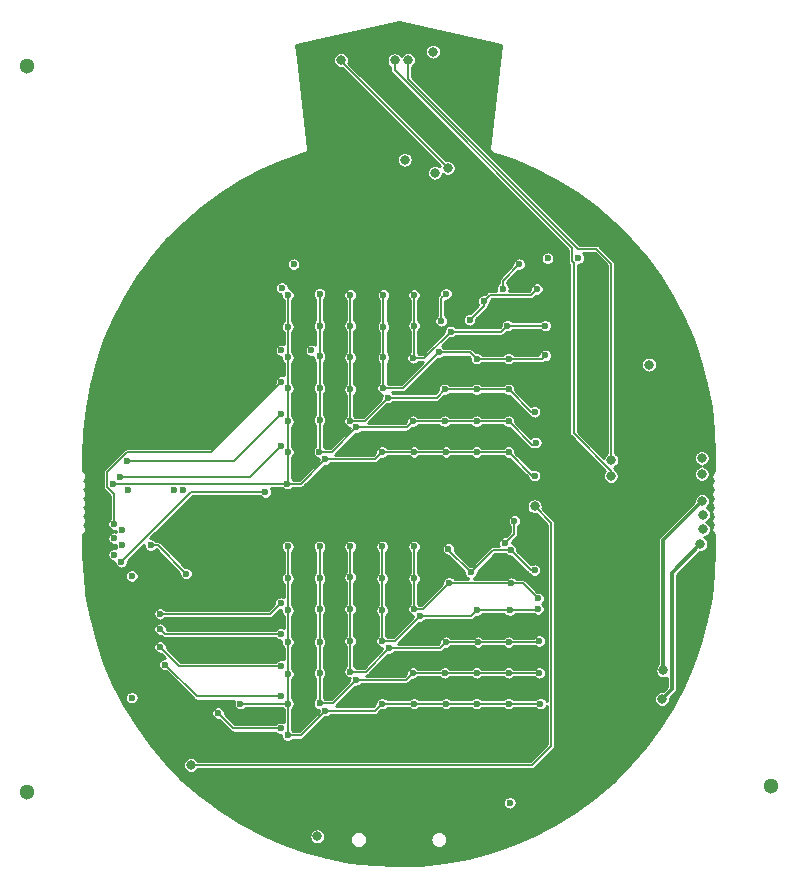
<source format=gbr>
G04 #@! TF.GenerationSoftware,KiCad,Pcbnew,(5.1.12-1-10_14)*
G04 #@! TF.CreationDate,2021-12-02T19:43:45-05:00*
G04 #@! TF.ProjectId,blinky,626c696e-6b79-42e6-9b69-6361645f7063,rev?*
G04 #@! TF.SameCoordinates,Original*
G04 #@! TF.FileFunction,Copper,L2,Inr*
G04 #@! TF.FilePolarity,Positive*
%FSLAX46Y46*%
G04 Gerber Fmt 4.6, Leading zero omitted, Abs format (unit mm)*
G04 Created by KiCad (PCBNEW (5.1.12-1-10_14)) date 2021-12-02 19:43:45*
%MOMM*%
%LPD*%
G01*
G04 APERTURE LIST*
G04 #@! TA.AperFunction,WasherPad*
%ADD10C,1.300000*%
G04 #@! TD*
G04 #@! TA.AperFunction,ViaPad*
%ADD11C,0.600000*%
G04 #@! TD*
G04 #@! TA.AperFunction,ViaPad*
%ADD12C,0.800000*%
G04 #@! TD*
G04 #@! TA.AperFunction,Conductor*
%ADD13C,0.150000*%
G04 #@! TD*
G04 #@! TA.AperFunction,Conductor*
%ADD14C,0.300000*%
G04 #@! TD*
G04 #@! TA.AperFunction,Conductor*
%ADD15C,0.254000*%
G04 #@! TD*
G04 #@! TA.AperFunction,Conductor*
%ADD16C,0.100000*%
G04 #@! TD*
G04 APERTURE END LIST*
D10*
G04 #@! TO.N,*
G04 #@! TO.C,H9*
X221500000Y-106000000D03*
G04 #@! TD*
G04 #@! TO.N,*
G04 #@! TO.C,H8*
X158500000Y-106500000D03*
G04 #@! TD*
G04 #@! TO.N,*
G04 #@! TO.C,H7*
X158500000Y-45000000D03*
G04 #@! TD*
D11*
G04 #@! TO.N,Net-(BT1-Pad1)*
X199400000Y-107400000D03*
G04 #@! TO.N,GND*
X165100000Y-93000000D03*
D12*
X211000000Y-75250000D03*
D11*
X207300000Y-64400000D03*
X189500000Y-106500000D03*
X196700000Y-53500000D03*
X182300000Y-54500000D03*
X181400000Y-106100000D03*
X168900000Y-87000000D03*
X170100000Y-97800000D03*
D12*
G04 #@! TO.N,+3V3*
X192900000Y-43800000D03*
G04 #@! TO.N,/SWCLK*
X208000000Y-78400000D03*
X190800000Y-44500000D03*
G04 #@! TO.N,/D-*
X215650000Y-79550000D03*
X190504803Y-52945197D03*
G04 #@! TO.N,/SWDIO*
X207950000Y-79750000D03*
X189650000Y-44550000D03*
G04 #@! TO.N,/D+*
X215650000Y-78200000D03*
X193050000Y-54050000D03*
G04 #@! TO.N,/USB5V*
X183100000Y-110250000D03*
G04 #@! TO.N,/~RESET*
X211200000Y-70300000D03*
X194142582Y-53657418D03*
X185100000Y-44500000D03*
D11*
G04 #@! TO.N,Net-(R6-Pad2)*
X167400000Y-88200000D03*
X167400000Y-98500000D03*
D12*
G04 #@! TO.N,/A6*
X201500000Y-82300000D03*
X172400000Y-104200000D03*
G04 #@! TO.N,/SCL*
X215750000Y-83000000D03*
D11*
X171000000Y-80908331D03*
D12*
G04 #@! TO.N,/SDA*
X215750000Y-84250000D03*
D11*
X171750000Y-80908331D03*
G04 #@! TO.N,/A0*
X205200000Y-61300000D03*
X202600000Y-61300000D03*
G04 #@! TO.N,/CA8*
X180600000Y-64400000D03*
X180600000Y-67100000D03*
X180600000Y-69700000D03*
X180600000Y-72300000D03*
X180600000Y-75100000D03*
X180600000Y-77700000D03*
X180583331Y-80383331D03*
X183800000Y-78300000D03*
X188600000Y-77700000D03*
X191300000Y-77700000D03*
X194000000Y-77700000D03*
X196600000Y-77700000D03*
X199300000Y-77700000D03*
X201500000Y-79700000D03*
X165824990Y-80400000D03*
G04 #@! TO.N,/CA7*
X183300000Y-64300000D03*
X183300000Y-67000000D03*
X183300000Y-69600000D03*
X183300000Y-72300000D03*
X183300000Y-75000000D03*
X183284998Y-77684998D03*
X186416996Y-75616996D03*
X191200000Y-75100000D03*
X193900000Y-75100000D03*
X196600000Y-75100000D03*
X199300000Y-75100000D03*
X201600000Y-76900000D03*
X180069668Y-77169668D03*
X166400000Y-79800000D03*
G04 #@! TO.N,/CA6*
X185900000Y-64400000D03*
X185900000Y-67000000D03*
X185900000Y-69700000D03*
X185900000Y-72400000D03*
X185886665Y-75086665D03*
X189100000Y-73100000D03*
X193900000Y-72400000D03*
X196600000Y-72400000D03*
X199300000Y-72400000D03*
X201500000Y-74300000D03*
X180075000Y-74500000D03*
X167000000Y-78500000D03*
X167100000Y-80908331D03*
G04 #@! TO.N,/CA5*
X188700000Y-64400000D03*
X188700000Y-67100000D03*
X188700000Y-69700000D03*
X188683332Y-72283332D03*
X193371232Y-69271232D03*
X196600000Y-69800000D03*
X199300000Y-69800000D03*
X202400000Y-69529998D03*
X165900000Y-83800000D03*
X180069668Y-71769668D03*
G04 #@! TO.N,/CA4*
X191300000Y-64400000D03*
X191300000Y-67000000D03*
X194400000Y-67500000D03*
X191234999Y-69734999D03*
X166600000Y-84325000D03*
X180075000Y-69100000D03*
X199200000Y-67000000D03*
X202400000Y-67000000D03*
G04 #@! TO.N,/CA3*
X194000000Y-64300000D03*
X193600000Y-66600000D03*
X196000000Y-66500000D03*
X197200000Y-64900000D03*
X201700000Y-63900000D03*
X165900000Y-85000000D03*
X182600000Y-69100000D03*
G04 #@! TO.N,/CA2*
X200200000Y-61800000D03*
X198807577Y-63861668D03*
X166600000Y-85600000D03*
X180100000Y-63800000D03*
G04 #@! TO.N,/CA1*
X165900000Y-86400000D03*
X181100000Y-61800000D03*
G04 #@! TO.N,/CB9*
X172000000Y-88000000D03*
X169000000Y-85600000D03*
G04 #@! TO.N,/CB8*
X180600000Y-85700000D03*
X180600000Y-88400000D03*
X180600000Y-91100000D03*
X180600000Y-93800000D03*
X180600000Y-96500000D03*
X180600000Y-99000000D03*
X180600000Y-99000000D03*
X180599995Y-101699995D03*
X183800000Y-99600000D03*
X188600000Y-99000000D03*
X191300000Y-99000000D03*
X194000000Y-99000000D03*
X196600000Y-99000000D03*
X199300000Y-99000000D03*
X202000000Y-99000000D03*
X176600000Y-99000000D03*
G04 #@! TO.N,/CB7*
X183300000Y-85700000D03*
X183300000Y-88400000D03*
X183300000Y-91000000D03*
X183300000Y-93800000D03*
X183300000Y-96400000D03*
X183294350Y-98994350D03*
X186400000Y-97000000D03*
X191200000Y-96400000D03*
X193900000Y-96400000D03*
X196600000Y-96400000D03*
X199300000Y-96400000D03*
X201900000Y-96400000D03*
X174700000Y-99800000D03*
X180000000Y-101100000D03*
G04 #@! TO.N,/CB6*
X185900000Y-85700000D03*
X185900000Y-88300000D03*
X185900000Y-91000000D03*
X185900000Y-93700000D03*
X185900000Y-96300000D03*
X189200000Y-94300000D03*
X194000000Y-93800000D03*
X196700000Y-93800000D03*
X199300000Y-93800000D03*
X201900000Y-93700000D03*
X170200000Y-95700000D03*
X180000000Y-98400000D03*
G04 #@! TO.N,/CB5*
X188600000Y-85700000D03*
X188600000Y-88400000D03*
X188600000Y-91100000D03*
X188600000Y-93700000D03*
X191800000Y-91600000D03*
X196600000Y-91100000D03*
X199400000Y-91100000D03*
X201800000Y-91000000D03*
X169800000Y-94200000D03*
X180075000Y-95800000D03*
G04 #@! TO.N,/CB4*
X191300000Y-85700000D03*
X191300000Y-88400000D03*
X191300000Y-91000000D03*
X194274562Y-88774562D03*
X199520424Y-88800000D03*
X201800000Y-90100000D03*
X169800000Y-92700000D03*
X180000000Y-93100000D03*
G04 #@! TO.N,/CB3*
X199468522Y-85985653D03*
X201500000Y-87700000D03*
X196100000Y-87900000D03*
X194200000Y-85904994D03*
X169800000Y-91400000D03*
X180000000Y-90500000D03*
G04 #@! TO.N,/CB2*
X199000000Y-85400000D03*
X199789212Y-83533028D03*
G04 #@! TO.N,/CA9*
X166500000Y-87000000D03*
X178705424Y-81094576D03*
D12*
G04 #@! TO.N,/NEOPWR*
X215550000Y-85500000D03*
X212300000Y-98600000D03*
G04 #@! TO.N,/NEOPIX*
X215700000Y-81850000D03*
X212400000Y-96200000D03*
G04 #@! TD*
D13*
G04 #@! TO.N,/SWCLK*
X208000000Y-77834315D02*
X208000000Y-78400000D01*
X206736966Y-60500000D02*
X208000000Y-61763034D01*
X205177002Y-60500000D02*
X206736966Y-60500000D01*
X208000000Y-61763034D02*
X208000000Y-77834315D01*
X190800000Y-46122998D02*
X205177002Y-60500000D01*
X190800000Y-44500000D02*
X190800000Y-46122998D01*
G04 #@! TO.N,/SWDIO*
X207950000Y-79275002D02*
X204800000Y-76125002D01*
X207950000Y-79750000D02*
X207950000Y-79275002D01*
X189650000Y-45397276D02*
X189650000Y-44550000D01*
X204800000Y-61677002D02*
X204674999Y-61552001D01*
X204674999Y-60422275D02*
X189650000Y-45397276D01*
X204674999Y-61552001D02*
X204674999Y-60422275D01*
X204800000Y-76125002D02*
X204800000Y-61677002D01*
G04 #@! TO.N,/~RESET*
X185100000Y-44614836D02*
X185100000Y-44500000D01*
X194142582Y-53657418D02*
X185100000Y-44614836D01*
G04 #@! TO.N,/A6*
X201500000Y-82300000D02*
X202900000Y-83700000D01*
X202900000Y-83700000D02*
X202900000Y-102600000D01*
X201300000Y-104200000D02*
X172400000Y-104200000D01*
X202900000Y-102600000D02*
X201300000Y-104200000D01*
G04 #@! TO.N,/CA8*
X180600000Y-64400000D02*
X180600000Y-67100000D01*
X180600000Y-67100000D02*
X180600000Y-69700000D01*
X180600000Y-69700000D02*
X180600000Y-72300000D01*
X180600000Y-72300000D02*
X180600000Y-75100000D01*
X180600000Y-75100000D02*
X180600000Y-77700000D01*
X180600000Y-80366662D02*
X180583331Y-80383331D01*
X180600000Y-77700000D02*
X180600000Y-80366662D01*
X181716669Y-80383331D02*
X183800000Y-78300000D01*
X180583331Y-80383331D02*
X181716669Y-80383331D01*
X188000000Y-78300000D02*
X188600000Y-77700000D01*
X183800000Y-78300000D02*
X188000000Y-78300000D01*
X188600000Y-77700000D02*
X191300000Y-77700000D01*
X191300000Y-77700000D02*
X194000000Y-77700000D01*
X194000000Y-77700000D02*
X196600000Y-77700000D01*
X196600000Y-77700000D02*
X199300000Y-77700000D01*
X201300000Y-79700000D02*
X201500000Y-79700000D01*
X199300000Y-77700000D02*
X201300000Y-79700000D01*
X165841659Y-80383331D02*
X165824990Y-80400000D01*
X180583331Y-80383331D02*
X165841659Y-80383331D01*
G04 #@! TO.N,/CA7*
X183300000Y-64300000D02*
X183300000Y-67000000D01*
X183300000Y-67000000D02*
X183300000Y-69600000D01*
X183300000Y-69600000D02*
X183300000Y-72300000D01*
X183300000Y-72300000D02*
X183300000Y-75000000D01*
X183300000Y-77669996D02*
X183284998Y-77684998D01*
X183300000Y-75000000D02*
X183300000Y-77669996D01*
X184348994Y-77684998D02*
X186416996Y-75616996D01*
X183284998Y-77684998D02*
X184348994Y-77684998D01*
X190683004Y-75616996D02*
X191200000Y-75100000D01*
X186416996Y-75616996D02*
X190683004Y-75616996D01*
X191200000Y-75100000D02*
X193900000Y-75100000D01*
X193900000Y-75100000D02*
X196600000Y-75100000D01*
X196600000Y-75100000D02*
X199300000Y-75100000D01*
X201300000Y-77100000D02*
X201700000Y-77100000D01*
X199300000Y-75100000D02*
X201300000Y-77100000D01*
X177439336Y-79800000D02*
X166400000Y-79800000D01*
X180069668Y-77169668D02*
X177439336Y-79800000D01*
G04 #@! TO.N,/CA6*
X185900000Y-64400000D02*
X185900000Y-67000000D01*
X185900000Y-67000000D02*
X185900000Y-69700000D01*
X185900000Y-69700000D02*
X185900000Y-72400000D01*
X185900000Y-75073330D02*
X185886665Y-75086665D01*
X185900000Y-72400000D02*
X185900000Y-75073330D01*
X187113335Y-75086665D02*
X189100000Y-73100000D01*
X185886665Y-75086665D02*
X187113335Y-75086665D01*
X193200000Y-73100000D02*
X193900000Y-72400000D01*
X189100000Y-73100000D02*
X193200000Y-73100000D01*
X193900000Y-72400000D02*
X196600000Y-72400000D01*
X196600000Y-72400000D02*
X199300000Y-72400000D01*
X201200000Y-74300000D02*
X201500000Y-74300000D01*
X199300000Y-72400000D02*
X201200000Y-74300000D01*
X176075000Y-78500000D02*
X167000000Y-78500000D01*
X180075000Y-74500000D02*
X176075000Y-78500000D01*
G04 #@! TO.N,/CA5*
X188700000Y-64400000D02*
X188700000Y-67100000D01*
X188700000Y-67100000D02*
X188700000Y-69700000D01*
X188700000Y-72266664D02*
X188683332Y-72283332D01*
X188700000Y-69700000D02*
X188700000Y-72266664D01*
X190359132Y-72283332D02*
X193371232Y-69271232D01*
X188683332Y-72283332D02*
X190359132Y-72283332D01*
X196071232Y-69271232D02*
X196600000Y-69800000D01*
X193371232Y-69271232D02*
X196071232Y-69271232D01*
X196600000Y-69800000D02*
X199300000Y-69800000D01*
X202129998Y-69800000D02*
X202400000Y-69529998D01*
X199300000Y-69800000D02*
X202129998Y-69800000D01*
X165900000Y-81252012D02*
X165300000Y-80652012D01*
X165900000Y-83800000D02*
X165900000Y-81252012D01*
X165299989Y-79423009D02*
X167022998Y-77700000D01*
X165299989Y-80652001D02*
X165299989Y-79423009D01*
X165300000Y-80652012D02*
X165299989Y-80652001D01*
X174139336Y-77700000D02*
X180069668Y-71769668D01*
X167022998Y-77700000D02*
X174139336Y-77700000D01*
G04 #@! TO.N,/CA4*
X191300000Y-64400000D02*
X191300000Y-67000000D01*
X191300000Y-67000000D02*
X191300000Y-69669998D01*
X192165001Y-69734999D02*
X194400000Y-67500000D01*
X191234999Y-69734999D02*
X192165001Y-69734999D01*
X198700000Y-67500000D02*
X199200000Y-67000000D01*
X194400000Y-67500000D02*
X198700000Y-67500000D01*
X199200000Y-67000000D02*
X202400000Y-67000000D01*
G04 #@! TO.N,/CA3*
X193600000Y-64700000D02*
X193600000Y-66600000D01*
X194000000Y-64300000D02*
X193600000Y-64700000D01*
X197200000Y-65300000D02*
X197200000Y-64900000D01*
X196000000Y-66500000D02*
X197200000Y-65300000D01*
X201213331Y-64386669D02*
X197713331Y-64386669D01*
X197713331Y-64386669D02*
X197200000Y-64900000D01*
X201700000Y-63900000D02*
X201213331Y-64386669D01*
G04 #@! TO.N,/CA2*
X198807577Y-63192423D02*
X200200000Y-61800000D01*
X198807577Y-63861668D02*
X198807577Y-63192423D01*
G04 #@! TO.N,/CB9*
X169600000Y-85600000D02*
X169000000Y-85600000D01*
X172000000Y-88000000D02*
X169600000Y-85600000D01*
G04 #@! TO.N,/CB8*
X180600000Y-85700000D02*
X180600000Y-88400000D01*
X180600000Y-88400000D02*
X180600000Y-91100000D01*
X180600000Y-91100000D02*
X180600000Y-93800000D01*
X180600000Y-93800000D02*
X180600000Y-96500000D01*
X180600000Y-96500000D02*
X180600000Y-99000000D01*
X180600000Y-99000000D02*
X180600000Y-99000000D01*
X180600000Y-99000000D02*
X180600000Y-99000000D01*
X180600000Y-101699990D02*
X180599995Y-101699995D01*
X180600000Y-99000000D02*
X180600000Y-101699990D01*
X181700005Y-101699995D02*
X183800000Y-99600000D01*
X180599995Y-101699995D02*
X181700005Y-101699995D01*
X188000000Y-99600000D02*
X188600000Y-99000000D01*
X183800000Y-99600000D02*
X188000000Y-99600000D01*
X188600000Y-99000000D02*
X191300000Y-99000000D01*
X191300000Y-99000000D02*
X194000000Y-99000000D01*
X194000000Y-99000000D02*
X196600000Y-99000000D01*
X196600000Y-99000000D02*
X196600000Y-99000000D01*
X196600000Y-99000000D02*
X199300000Y-99000000D01*
X199300000Y-99000000D02*
X202000000Y-99000000D01*
X176600000Y-99000000D02*
X180600000Y-99000000D01*
G04 #@! TO.N,/CB7*
X183300000Y-85700000D02*
X183300000Y-88400000D01*
X183300000Y-88400000D02*
X183300000Y-91000000D01*
X183300000Y-91000000D02*
X183300000Y-93800000D01*
X183300000Y-93800000D02*
X183300000Y-96400000D01*
X183300000Y-96400000D02*
X183300000Y-98988700D01*
X183300000Y-98988700D02*
X183294350Y-98994350D01*
X184405650Y-98994350D02*
X186400000Y-97000000D01*
X183294350Y-98994350D02*
X184405650Y-98994350D01*
X190600000Y-97000000D02*
X191200000Y-96400000D01*
X186400000Y-97000000D02*
X190600000Y-97000000D01*
X191200000Y-96400000D02*
X193900000Y-96400000D01*
X193900000Y-96400000D02*
X196600000Y-96400000D01*
X196600000Y-96400000D02*
X199300000Y-96400000D01*
X199300000Y-96400000D02*
X201900000Y-96400000D01*
X174700000Y-99800000D02*
X176000000Y-101100000D01*
X176000000Y-101100000D02*
X180000000Y-101100000D01*
G04 #@! TO.N,/CB6*
X185900000Y-85700000D02*
X185900000Y-88300000D01*
X185900000Y-88300000D02*
X185900000Y-91000000D01*
X185900000Y-91000000D02*
X185900000Y-93700000D01*
X185900000Y-93700000D02*
X185900000Y-96300000D01*
X187200000Y-96300000D02*
X189200000Y-94300000D01*
X185900000Y-96300000D02*
X187200000Y-96300000D01*
X193500000Y-94300000D02*
X194000000Y-93800000D01*
X189200000Y-94300000D02*
X193500000Y-94300000D01*
X194000000Y-93800000D02*
X196700000Y-93800000D01*
X196700000Y-93800000D02*
X199300000Y-93800000D01*
X201800000Y-93800000D02*
X201900000Y-93700000D01*
X199300000Y-93800000D02*
X201800000Y-93800000D01*
X172900000Y-98400000D02*
X180000000Y-98400000D01*
X170200000Y-95700000D02*
X172900000Y-98400000D01*
G04 #@! TO.N,/CB5*
X188600000Y-85700000D02*
X188600000Y-88400000D01*
X188600000Y-88400000D02*
X188600000Y-91100000D01*
X188600000Y-91100000D02*
X188600000Y-93700000D01*
X189700000Y-93700000D02*
X191800000Y-91600000D01*
X188600000Y-93700000D02*
X189700000Y-93700000D01*
X196100000Y-91600000D02*
X196600000Y-91100000D01*
X191800000Y-91600000D02*
X196100000Y-91600000D01*
X196600000Y-91100000D02*
X199400000Y-91100000D01*
X201700000Y-91100000D02*
X201800000Y-91000000D01*
X199400000Y-91100000D02*
X201700000Y-91100000D01*
X171400000Y-95800000D02*
X180075000Y-95800000D01*
X169800000Y-94200000D02*
X171400000Y-95800000D01*
G04 #@! TO.N,/CB4*
X191300000Y-85700000D02*
X191300000Y-88400000D01*
X191300000Y-88400000D02*
X191300000Y-91000000D01*
X192049124Y-91000000D02*
X194274562Y-88774562D01*
X191300000Y-91000000D02*
X192049124Y-91000000D01*
X199494986Y-88774562D02*
X199520424Y-88800000D01*
X194274562Y-88774562D02*
X199494986Y-88774562D01*
X200500000Y-88800000D02*
X201800000Y-90100000D01*
X199520424Y-88800000D02*
X200500000Y-88800000D01*
X170200000Y-93100000D02*
X180000000Y-93100000D01*
X169800000Y-92700000D02*
X170200000Y-93100000D01*
G04 #@! TO.N,/CB3*
X201182869Y-87700000D02*
X201500000Y-87700000D01*
X199468522Y-85985653D02*
X201182869Y-87700000D01*
X198014347Y-85985653D02*
X196100000Y-87900000D01*
X199468522Y-85985653D02*
X198014347Y-85985653D01*
X194200000Y-86000000D02*
X194200000Y-85904994D01*
X196100000Y-87900000D02*
X194200000Y-86000000D01*
X179100000Y-91400000D02*
X180000000Y-90500000D01*
X169800000Y-91400000D02*
X179100000Y-91400000D01*
G04 #@! TO.N,/CB2*
X199789212Y-84610788D02*
X199789212Y-83533028D01*
X199000000Y-85400000D02*
X199789212Y-84610788D01*
G04 #@! TO.N,/CA9*
X172405424Y-81094576D02*
X178705424Y-81094576D01*
X166500000Y-87000000D02*
X172405424Y-81094576D01*
D14*
G04 #@! TO.N,/NEOPWR*
X213100001Y-87949999D02*
X215550000Y-85500000D01*
X213100001Y-97799999D02*
X213100001Y-87949999D01*
X212300000Y-98600000D02*
X213100001Y-97799999D01*
G04 #@! TO.N,/NEOPIX*
X212400000Y-85150000D02*
X215700000Y-81850000D01*
X212400000Y-96200000D02*
X212400000Y-85150000D01*
G04 #@! TD*
D15*
G04 #@! TO.N,GND*
X198669595Y-43235944D02*
X197680886Y-52037403D01*
X197680276Y-52081981D01*
X197691082Y-52140480D01*
X197713092Y-52195748D01*
X197745463Y-52245658D01*
X197786947Y-52288296D01*
X197835954Y-52322019D01*
X197890597Y-52345535D01*
X197901051Y-52347764D01*
X199780744Y-53004283D01*
X201612982Y-53802969D01*
X203380187Y-54736789D01*
X205072392Y-55800478D01*
X206680085Y-56988058D01*
X208194192Y-58292822D01*
X209606231Y-59707463D01*
X210908216Y-61223980D01*
X212092837Y-62833861D01*
X213153404Y-64528012D01*
X214083971Y-66296931D01*
X214879283Y-68130637D01*
X215534867Y-70018814D01*
X216047036Y-71950840D01*
X216412898Y-73915802D01*
X216630401Y-75902692D01*
X216698502Y-77905681D01*
X216698079Y-77984363D01*
X216698000Y-77985168D01*
X216698001Y-79317972D01*
X216664057Y-79340652D01*
X216590652Y-79414057D01*
X216532979Y-79500372D01*
X216493252Y-79596280D01*
X216473000Y-79698095D01*
X216473000Y-79801905D01*
X216493252Y-79903720D01*
X216532979Y-79999628D01*
X216590652Y-80085943D01*
X216629709Y-80125000D01*
X216590652Y-80164057D01*
X216532979Y-80250372D01*
X216493252Y-80346280D01*
X216473000Y-80448095D01*
X216473000Y-80551905D01*
X216493252Y-80653720D01*
X216532979Y-80749628D01*
X216590652Y-80835943D01*
X216629709Y-80875000D01*
X216590652Y-80914057D01*
X216532979Y-81000372D01*
X216493252Y-81096280D01*
X216473000Y-81198095D01*
X216473000Y-81301905D01*
X216493252Y-81403720D01*
X216532979Y-81499628D01*
X216590652Y-81585943D01*
X216629709Y-81625000D01*
X216590652Y-81664057D01*
X216532979Y-81750372D01*
X216493252Y-81846280D01*
X216473000Y-81948095D01*
X216473000Y-82051905D01*
X216493252Y-82153720D01*
X216532979Y-82249628D01*
X216590652Y-82335943D01*
X216629709Y-82375000D01*
X216590652Y-82414057D01*
X216532979Y-82500372D01*
X216493252Y-82596280D01*
X216473000Y-82698095D01*
X216473000Y-82801905D01*
X216493252Y-82903720D01*
X216532979Y-82999628D01*
X216590652Y-83085943D01*
X216629709Y-83125000D01*
X216590652Y-83164057D01*
X216532979Y-83250372D01*
X216493252Y-83346280D01*
X216473000Y-83448095D01*
X216473000Y-83551905D01*
X216493252Y-83653720D01*
X216532979Y-83749628D01*
X216590652Y-83835943D01*
X216629709Y-83875000D01*
X216590652Y-83914057D01*
X216532979Y-84000372D01*
X216493252Y-84096280D01*
X216473000Y-84198095D01*
X216473000Y-84301905D01*
X216493252Y-84403720D01*
X216532979Y-84499628D01*
X216590652Y-84585943D01*
X216664057Y-84659348D01*
X216698001Y-84682028D01*
X216698000Y-85994343D01*
X216622637Y-88001768D01*
X216397608Y-89992259D01*
X216023966Y-91960290D01*
X215503821Y-93894743D01*
X214840089Y-95784774D01*
X214036520Y-97619705D01*
X213097628Y-99389226D01*
X212028700Y-101083374D01*
X210835767Y-102692593D01*
X209525530Y-104207843D01*
X208105363Y-105620593D01*
X206583266Y-106922885D01*
X204967819Y-108107380D01*
X203268104Y-109167418D01*
X201493693Y-110097031D01*
X199654580Y-110890981D01*
X197761103Y-111544806D01*
X195823939Y-112054819D01*
X193853990Y-112418149D01*
X191862348Y-112632752D01*
X189860207Y-112697421D01*
X187858869Y-112611791D01*
X185869572Y-112376341D01*
X183903539Y-111992402D01*
X181971819Y-111462132D01*
X180085295Y-110788515D01*
X178722809Y-110183321D01*
X182423000Y-110183321D01*
X182423000Y-110316679D01*
X182449016Y-110447474D01*
X182500050Y-110570680D01*
X182574140Y-110681563D01*
X182668437Y-110775860D01*
X182779320Y-110849950D01*
X182902526Y-110900984D01*
X183033321Y-110927000D01*
X183166679Y-110927000D01*
X183297474Y-110900984D01*
X183420680Y-110849950D01*
X183531563Y-110775860D01*
X183625860Y-110681563D01*
X183699950Y-110570680D01*
X183750984Y-110447474D01*
X183754778Y-110428397D01*
X185873000Y-110428397D01*
X185873000Y-110571603D01*
X185900938Y-110712058D01*
X185955741Y-110844364D01*
X186035302Y-110963436D01*
X186136564Y-111064698D01*
X186255636Y-111144259D01*
X186387942Y-111199062D01*
X186528397Y-111227000D01*
X186671603Y-111227000D01*
X186812058Y-111199062D01*
X186944364Y-111144259D01*
X187063436Y-111064698D01*
X187164698Y-110963436D01*
X187244259Y-110844364D01*
X187299062Y-110712058D01*
X187327000Y-110571603D01*
X187327000Y-110428397D01*
X192673000Y-110428397D01*
X192673000Y-110571603D01*
X192700938Y-110712058D01*
X192755741Y-110844364D01*
X192835302Y-110963436D01*
X192936564Y-111064698D01*
X193055636Y-111144259D01*
X193187942Y-111199062D01*
X193328397Y-111227000D01*
X193471603Y-111227000D01*
X193612058Y-111199062D01*
X193744364Y-111144259D01*
X193863436Y-111064698D01*
X193964698Y-110963436D01*
X194044259Y-110844364D01*
X194099062Y-110712058D01*
X194127000Y-110571603D01*
X194127000Y-110428397D01*
X194099062Y-110287942D01*
X194044259Y-110155636D01*
X193964698Y-110036564D01*
X193863436Y-109935302D01*
X193744364Y-109855741D01*
X193612058Y-109800938D01*
X193471603Y-109773000D01*
X193328397Y-109773000D01*
X193187942Y-109800938D01*
X193055636Y-109855741D01*
X192936564Y-109935302D01*
X192835302Y-110036564D01*
X192755741Y-110155636D01*
X192700938Y-110287942D01*
X192673000Y-110428397D01*
X187327000Y-110428397D01*
X187299062Y-110287942D01*
X187244259Y-110155636D01*
X187164698Y-110036564D01*
X187063436Y-109935302D01*
X186944364Y-109855741D01*
X186812058Y-109800938D01*
X186671603Y-109773000D01*
X186528397Y-109773000D01*
X186387942Y-109800938D01*
X186255636Y-109855741D01*
X186136564Y-109935302D01*
X186035302Y-110036564D01*
X185955741Y-110155636D01*
X185900938Y-110287942D01*
X185873000Y-110428397D01*
X183754778Y-110428397D01*
X183777000Y-110316679D01*
X183777000Y-110183321D01*
X183750984Y-110052526D01*
X183699950Y-109929320D01*
X183625860Y-109818437D01*
X183531563Y-109724140D01*
X183420680Y-109650050D01*
X183297474Y-109599016D01*
X183166679Y-109573000D01*
X183033321Y-109573000D01*
X182902526Y-109599016D01*
X182779320Y-109650050D01*
X182668437Y-109724140D01*
X182574140Y-109818437D01*
X182500050Y-109929320D01*
X182449016Y-110052526D01*
X182423000Y-110183321D01*
X178722809Y-110183321D01*
X178254596Y-109975349D01*
X176490016Y-109027205D01*
X174801500Y-107949429D01*
X173992570Y-107343170D01*
X198823000Y-107343170D01*
X198823000Y-107456830D01*
X198845174Y-107568305D01*
X198888669Y-107673312D01*
X198951815Y-107767816D01*
X199032184Y-107848185D01*
X199126688Y-107911331D01*
X199231695Y-107954826D01*
X199343170Y-107977000D01*
X199456830Y-107977000D01*
X199568305Y-107954826D01*
X199673312Y-107911331D01*
X199767816Y-107848185D01*
X199848185Y-107767816D01*
X199911331Y-107673312D01*
X199954826Y-107568305D01*
X199977000Y-107456830D01*
X199977000Y-107343170D01*
X199954826Y-107231695D01*
X199911331Y-107126688D01*
X199848185Y-107032184D01*
X199767816Y-106951815D01*
X199673312Y-106888669D01*
X199568305Y-106845174D01*
X199456830Y-106823000D01*
X199343170Y-106823000D01*
X199231695Y-106845174D01*
X199126688Y-106888669D01*
X199032184Y-106951815D01*
X198951815Y-107032184D01*
X198888669Y-107126688D01*
X198845174Y-107231695D01*
X198823000Y-107343170D01*
X173992570Y-107343170D01*
X173198540Y-106748079D01*
X171690170Y-105429924D01*
X170284874Y-104002379D01*
X168990575Y-102473492D01*
X167814549Y-100851857D01*
X166763427Y-99146618D01*
X166399573Y-98443170D01*
X166823000Y-98443170D01*
X166823000Y-98556830D01*
X166845174Y-98668305D01*
X166888669Y-98773312D01*
X166951815Y-98867816D01*
X167032184Y-98948185D01*
X167126688Y-99011331D01*
X167231695Y-99054826D01*
X167343170Y-99077000D01*
X167456830Y-99077000D01*
X167568305Y-99054826D01*
X167673312Y-99011331D01*
X167767816Y-98948185D01*
X167848185Y-98867816D01*
X167911331Y-98773312D01*
X167954826Y-98668305D01*
X167977000Y-98556830D01*
X167977000Y-98443170D01*
X167954826Y-98331695D01*
X167911331Y-98226688D01*
X167848185Y-98132184D01*
X167767816Y-98051815D01*
X167673312Y-97988669D01*
X167568305Y-97945174D01*
X167456830Y-97923000D01*
X167343170Y-97923000D01*
X167231695Y-97945174D01*
X167126688Y-97988669D01*
X167032184Y-98051815D01*
X166951815Y-98132184D01*
X166888669Y-98226688D01*
X166845174Y-98331695D01*
X166823000Y-98443170D01*
X166399573Y-98443170D01*
X165843122Y-97367370D01*
X165058811Y-95524124D01*
X164414905Y-93627241D01*
X163915047Y-91687448D01*
X163853412Y-91343170D01*
X169223000Y-91343170D01*
X169223000Y-91456830D01*
X169245174Y-91568305D01*
X169288669Y-91673312D01*
X169351815Y-91767816D01*
X169432184Y-91848185D01*
X169526688Y-91911331D01*
X169631695Y-91954826D01*
X169743170Y-91977000D01*
X169856830Y-91977000D01*
X169968305Y-91954826D01*
X170073312Y-91911331D01*
X170167816Y-91848185D01*
X170248185Y-91767816D01*
X170258753Y-91752000D01*
X179082711Y-91752000D01*
X179100000Y-91753703D01*
X179117289Y-91752000D01*
X179117292Y-91752000D01*
X179169004Y-91746907D01*
X179235356Y-91726779D01*
X179296507Y-91694093D01*
X179350106Y-91650106D01*
X179361135Y-91636667D01*
X179924514Y-91073289D01*
X179943170Y-91077000D01*
X180023000Y-91077000D01*
X180023000Y-91156830D01*
X180045174Y-91268305D01*
X180088669Y-91373312D01*
X180151815Y-91467816D01*
X180232184Y-91548185D01*
X180248000Y-91558753D01*
X180248001Y-92578185D01*
X180168305Y-92545174D01*
X180056830Y-92523000D01*
X179943170Y-92523000D01*
X179831695Y-92545174D01*
X179726688Y-92588669D01*
X179632184Y-92651815D01*
X179551815Y-92732184D01*
X179541247Y-92748000D01*
X170377000Y-92748000D01*
X170377000Y-92643170D01*
X170354826Y-92531695D01*
X170311331Y-92426688D01*
X170248185Y-92332184D01*
X170167816Y-92251815D01*
X170073312Y-92188669D01*
X169968305Y-92145174D01*
X169856830Y-92123000D01*
X169743170Y-92123000D01*
X169631695Y-92145174D01*
X169526688Y-92188669D01*
X169432184Y-92251815D01*
X169351815Y-92332184D01*
X169288669Y-92426688D01*
X169245174Y-92531695D01*
X169223000Y-92643170D01*
X169223000Y-92756830D01*
X169245174Y-92868305D01*
X169288669Y-92973312D01*
X169351815Y-93067816D01*
X169432184Y-93148185D01*
X169526688Y-93211331D01*
X169631695Y-93254826D01*
X169743170Y-93277000D01*
X169856830Y-93277000D01*
X169875486Y-93273289D01*
X169938870Y-93336672D01*
X169949894Y-93350106D01*
X169963325Y-93361128D01*
X170003492Y-93394093D01*
X170025595Y-93405907D01*
X170064644Y-93426779D01*
X170130996Y-93446907D01*
X170182708Y-93452000D01*
X170182718Y-93452000D01*
X170199999Y-93453702D01*
X170217280Y-93452000D01*
X179541247Y-93452000D01*
X179551815Y-93467816D01*
X179632184Y-93548185D01*
X179726688Y-93611331D01*
X179831695Y-93654826D01*
X179943170Y-93677000D01*
X180036162Y-93677000D01*
X180023000Y-93743170D01*
X180023000Y-93856830D01*
X180045174Y-93968305D01*
X180088669Y-94073312D01*
X180151815Y-94167816D01*
X180232184Y-94248185D01*
X180248000Y-94258753D01*
X180248001Y-95247119D01*
X180243305Y-95245174D01*
X180131830Y-95223000D01*
X180018170Y-95223000D01*
X179906695Y-95245174D01*
X179801688Y-95288669D01*
X179707184Y-95351815D01*
X179626815Y-95432184D01*
X179616247Y-95448000D01*
X171545804Y-95448000D01*
X170373289Y-94275487D01*
X170377000Y-94256830D01*
X170377000Y-94143170D01*
X170354826Y-94031695D01*
X170311331Y-93926688D01*
X170248185Y-93832184D01*
X170167816Y-93751815D01*
X170073312Y-93688669D01*
X169968305Y-93645174D01*
X169856830Y-93623000D01*
X169743170Y-93623000D01*
X169631695Y-93645174D01*
X169526688Y-93688669D01*
X169432184Y-93751815D01*
X169351815Y-93832184D01*
X169288669Y-93926688D01*
X169245174Y-94031695D01*
X169223000Y-94143170D01*
X169223000Y-94256830D01*
X169245174Y-94368305D01*
X169288669Y-94473312D01*
X169351815Y-94567816D01*
X169432184Y-94648185D01*
X169526688Y-94711331D01*
X169631695Y-94754826D01*
X169743170Y-94777000D01*
X169856830Y-94777000D01*
X169875487Y-94773289D01*
X170225197Y-95123000D01*
X170143170Y-95123000D01*
X170031695Y-95145174D01*
X169926688Y-95188669D01*
X169832184Y-95251815D01*
X169751815Y-95332184D01*
X169688669Y-95426688D01*
X169645174Y-95531695D01*
X169623000Y-95643170D01*
X169623000Y-95756830D01*
X169645174Y-95868305D01*
X169688669Y-95973312D01*
X169751815Y-96067816D01*
X169832184Y-96148185D01*
X169926688Y-96211331D01*
X170031695Y-96254826D01*
X170143170Y-96277000D01*
X170256830Y-96277000D01*
X170275487Y-96273289D01*
X172638874Y-98636678D01*
X172649894Y-98650106D01*
X172663322Y-98661126D01*
X172663325Y-98661129D01*
X172703493Y-98694093D01*
X172764643Y-98726779D01*
X172780086Y-98731464D01*
X172830996Y-98746907D01*
X172882708Y-98752000D01*
X172882711Y-98752000D01*
X172900000Y-98753703D01*
X172917289Y-98752000D01*
X176078185Y-98752000D01*
X176045174Y-98831695D01*
X176023000Y-98943170D01*
X176023000Y-99056830D01*
X176045174Y-99168305D01*
X176088669Y-99273312D01*
X176151815Y-99367816D01*
X176232184Y-99448185D01*
X176326688Y-99511331D01*
X176431695Y-99554826D01*
X176543170Y-99577000D01*
X176656830Y-99577000D01*
X176768305Y-99554826D01*
X176873312Y-99511331D01*
X176967816Y-99448185D01*
X177048185Y-99367816D01*
X177058753Y-99352000D01*
X180141247Y-99352000D01*
X180151815Y-99367816D01*
X180232184Y-99448185D01*
X180248000Y-99458753D01*
X180248001Y-100578185D01*
X180168305Y-100545174D01*
X180056830Y-100523000D01*
X179943170Y-100523000D01*
X179831695Y-100545174D01*
X179726688Y-100588669D01*
X179632184Y-100651815D01*
X179551815Y-100732184D01*
X179541247Y-100748000D01*
X176145804Y-100748000D01*
X175273289Y-99875486D01*
X175277000Y-99856830D01*
X175277000Y-99743170D01*
X175254826Y-99631695D01*
X175211331Y-99526688D01*
X175148185Y-99432184D01*
X175067816Y-99351815D01*
X174973312Y-99288669D01*
X174868305Y-99245174D01*
X174756830Y-99223000D01*
X174643170Y-99223000D01*
X174531695Y-99245174D01*
X174426688Y-99288669D01*
X174332184Y-99351815D01*
X174251815Y-99432184D01*
X174188669Y-99526688D01*
X174145174Y-99631695D01*
X174123000Y-99743170D01*
X174123000Y-99856830D01*
X174145174Y-99968305D01*
X174188669Y-100073312D01*
X174251815Y-100167816D01*
X174332184Y-100248185D01*
X174426688Y-100311331D01*
X174531695Y-100354826D01*
X174643170Y-100377000D01*
X174756830Y-100377000D01*
X174775486Y-100373289D01*
X175738874Y-101336678D01*
X175749894Y-101350106D01*
X175763322Y-101361126D01*
X175763325Y-101361129D01*
X175803493Y-101394093D01*
X175864643Y-101426779D01*
X175879900Y-101431407D01*
X175930996Y-101446907D01*
X175982708Y-101452000D01*
X175982711Y-101452000D01*
X176000000Y-101453703D01*
X176017289Y-101452000D01*
X179541247Y-101452000D01*
X179551815Y-101467816D01*
X179632184Y-101548185D01*
X179726688Y-101611331D01*
X179831695Y-101654826D01*
X179943170Y-101677000D01*
X180022995Y-101677000D01*
X180022995Y-101756825D01*
X180045169Y-101868300D01*
X180088664Y-101973307D01*
X180151810Y-102067811D01*
X180232179Y-102148180D01*
X180326683Y-102211326D01*
X180431690Y-102254821D01*
X180543165Y-102276995D01*
X180656825Y-102276995D01*
X180768300Y-102254821D01*
X180873307Y-102211326D01*
X180967811Y-102148180D01*
X181048180Y-102067811D01*
X181058748Y-102051995D01*
X181682716Y-102051995D01*
X181700005Y-102053698D01*
X181717294Y-102051995D01*
X181717297Y-102051995D01*
X181769009Y-102046902D01*
X181835361Y-102026774D01*
X181896512Y-101994088D01*
X181950111Y-101950101D01*
X181961140Y-101936662D01*
X183724514Y-100173289D01*
X183743170Y-100177000D01*
X183856830Y-100177000D01*
X183968305Y-100154826D01*
X184073312Y-100111331D01*
X184167816Y-100048185D01*
X184248185Y-99967816D01*
X184258753Y-99952000D01*
X187982711Y-99952000D01*
X188000000Y-99953703D01*
X188017289Y-99952000D01*
X188017292Y-99952000D01*
X188069004Y-99946907D01*
X188135356Y-99926779D01*
X188196507Y-99894093D01*
X188250106Y-99850106D01*
X188261135Y-99836667D01*
X188524514Y-99573289D01*
X188543170Y-99577000D01*
X188656830Y-99577000D01*
X188768305Y-99554826D01*
X188873312Y-99511331D01*
X188967816Y-99448185D01*
X189048185Y-99367816D01*
X189058753Y-99352000D01*
X190841247Y-99352000D01*
X190851815Y-99367816D01*
X190932184Y-99448185D01*
X191026688Y-99511331D01*
X191131695Y-99554826D01*
X191243170Y-99577000D01*
X191356830Y-99577000D01*
X191468305Y-99554826D01*
X191573312Y-99511331D01*
X191667816Y-99448185D01*
X191748185Y-99367816D01*
X191758753Y-99352000D01*
X193541247Y-99352000D01*
X193551815Y-99367816D01*
X193632184Y-99448185D01*
X193726688Y-99511331D01*
X193831695Y-99554826D01*
X193943170Y-99577000D01*
X194056830Y-99577000D01*
X194168305Y-99554826D01*
X194273312Y-99511331D01*
X194367816Y-99448185D01*
X194448185Y-99367816D01*
X194458753Y-99352000D01*
X196141247Y-99352000D01*
X196151815Y-99367816D01*
X196232184Y-99448185D01*
X196326688Y-99511331D01*
X196431695Y-99554826D01*
X196543170Y-99577000D01*
X196656830Y-99577000D01*
X196768305Y-99554826D01*
X196873312Y-99511331D01*
X196967816Y-99448185D01*
X197048185Y-99367816D01*
X197058753Y-99352000D01*
X198841247Y-99352000D01*
X198851815Y-99367816D01*
X198932184Y-99448185D01*
X199026688Y-99511331D01*
X199131695Y-99554826D01*
X199243170Y-99577000D01*
X199356830Y-99577000D01*
X199468305Y-99554826D01*
X199573312Y-99511331D01*
X199667816Y-99448185D01*
X199748185Y-99367816D01*
X199758753Y-99352000D01*
X201541247Y-99352000D01*
X201551815Y-99367816D01*
X201632184Y-99448185D01*
X201726688Y-99511331D01*
X201831695Y-99554826D01*
X201943170Y-99577000D01*
X202056830Y-99577000D01*
X202168305Y-99554826D01*
X202273312Y-99511331D01*
X202367816Y-99448185D01*
X202448185Y-99367816D01*
X202511331Y-99273312D01*
X202548001Y-99184783D01*
X202548001Y-102454195D01*
X201154198Y-103848000D01*
X172979023Y-103848000D01*
X172925860Y-103768437D01*
X172831563Y-103674140D01*
X172720680Y-103600050D01*
X172597474Y-103549016D01*
X172466679Y-103523000D01*
X172333321Y-103523000D01*
X172202526Y-103549016D01*
X172079320Y-103600050D01*
X171968437Y-103674140D01*
X171874140Y-103768437D01*
X171800050Y-103879320D01*
X171749016Y-104002526D01*
X171723000Y-104133321D01*
X171723000Y-104266679D01*
X171749016Y-104397474D01*
X171800050Y-104520680D01*
X171874140Y-104631563D01*
X171968437Y-104725860D01*
X172079320Y-104799950D01*
X172202526Y-104850984D01*
X172333321Y-104877000D01*
X172466679Y-104877000D01*
X172597474Y-104850984D01*
X172720680Y-104799950D01*
X172831563Y-104725860D01*
X172925860Y-104631563D01*
X172979023Y-104552000D01*
X201282711Y-104552000D01*
X201300000Y-104553703D01*
X201317289Y-104552000D01*
X201317292Y-104552000D01*
X201369004Y-104546907D01*
X201435356Y-104526779D01*
X201496507Y-104494093D01*
X201550106Y-104450106D01*
X201561135Y-104436667D01*
X203136678Y-102861126D01*
X203150106Y-102850106D01*
X203161126Y-102836678D01*
X203161129Y-102836675D01*
X203194093Y-102796507D01*
X203226779Y-102735357D01*
X203236987Y-102701704D01*
X203246907Y-102669004D01*
X203252000Y-102617292D01*
X203252000Y-102617289D01*
X203253703Y-102600000D01*
X203252000Y-102582711D01*
X203252000Y-98533321D01*
X211623000Y-98533321D01*
X211623000Y-98666679D01*
X211649016Y-98797474D01*
X211700050Y-98920680D01*
X211774140Y-99031563D01*
X211868437Y-99125860D01*
X211979320Y-99199950D01*
X212102526Y-99250984D01*
X212233321Y-99277000D01*
X212366679Y-99277000D01*
X212497474Y-99250984D01*
X212620680Y-99199950D01*
X212731563Y-99125860D01*
X212825860Y-99031563D01*
X212899950Y-98920680D01*
X212950984Y-98797474D01*
X212977000Y-98666679D01*
X212977000Y-98533321D01*
X212975930Y-98527939D01*
X213387113Y-98116757D01*
X213403396Y-98103394D01*
X213416760Y-98087110D01*
X213416769Y-98087101D01*
X213456756Y-98038376D01*
X213496405Y-97964196D01*
X213496406Y-97964195D01*
X213520823Y-97883706D01*
X213527001Y-97820977D01*
X213527001Y-97820965D01*
X213529066Y-97800000D01*
X213527001Y-97779035D01*
X213527001Y-88126867D01*
X215477939Y-86175930D01*
X215483321Y-86177000D01*
X215616679Y-86177000D01*
X215747474Y-86150984D01*
X215870680Y-86099950D01*
X215981563Y-86025860D01*
X216075860Y-85931563D01*
X216149950Y-85820680D01*
X216200984Y-85697474D01*
X216227000Y-85566679D01*
X216227000Y-85433321D01*
X216200984Y-85302526D01*
X216149950Y-85179320D01*
X216075860Y-85068437D01*
X215981563Y-84974140D01*
X215889373Y-84912541D01*
X215947474Y-84900984D01*
X216070680Y-84849950D01*
X216181563Y-84775860D01*
X216275860Y-84681563D01*
X216349950Y-84570680D01*
X216400984Y-84447474D01*
X216427000Y-84316679D01*
X216427000Y-84183321D01*
X216400984Y-84052526D01*
X216349950Y-83929320D01*
X216275860Y-83818437D01*
X216181563Y-83724140D01*
X216070680Y-83650050D01*
X216010204Y-83625000D01*
X216070680Y-83599950D01*
X216181563Y-83525860D01*
X216275860Y-83431563D01*
X216349950Y-83320680D01*
X216400984Y-83197474D01*
X216427000Y-83066679D01*
X216427000Y-82933321D01*
X216400984Y-82802526D01*
X216349950Y-82679320D01*
X216275860Y-82568437D01*
X216181563Y-82474140D01*
X216083020Y-82408295D01*
X216131563Y-82375860D01*
X216225860Y-82281563D01*
X216299950Y-82170680D01*
X216350984Y-82047474D01*
X216377000Y-81916679D01*
X216377000Y-81783321D01*
X216350984Y-81652526D01*
X216299950Y-81529320D01*
X216225860Y-81418437D01*
X216131563Y-81324140D01*
X216020680Y-81250050D01*
X215897474Y-81199016D01*
X215766679Y-81173000D01*
X215633321Y-81173000D01*
X215502526Y-81199016D01*
X215379320Y-81250050D01*
X215268437Y-81324140D01*
X215174140Y-81418437D01*
X215100050Y-81529320D01*
X215049016Y-81652526D01*
X215023000Y-81783321D01*
X215023000Y-81916679D01*
X215024070Y-81922061D01*
X212112896Y-84833236D01*
X212096606Y-84846605D01*
X212083237Y-84862895D01*
X212083232Y-84862900D01*
X212043245Y-84911624D01*
X212003596Y-84985804D01*
X211979179Y-85066294D01*
X211970935Y-85150000D01*
X211973001Y-85170977D01*
X211973000Y-95671091D01*
X211968437Y-95674140D01*
X211874140Y-95768437D01*
X211800050Y-95879320D01*
X211749016Y-96002526D01*
X211723000Y-96133321D01*
X211723000Y-96266679D01*
X211749016Y-96397474D01*
X211800050Y-96520680D01*
X211874140Y-96631563D01*
X211968437Y-96725860D01*
X212079320Y-96799950D01*
X212202526Y-96850984D01*
X212333321Y-96877000D01*
X212466679Y-96877000D01*
X212597474Y-96850984D01*
X212673001Y-96819699D01*
X212673001Y-97623129D01*
X212372061Y-97924070D01*
X212366679Y-97923000D01*
X212233321Y-97923000D01*
X212102526Y-97949016D01*
X211979320Y-98000050D01*
X211868437Y-98074140D01*
X211774140Y-98168437D01*
X211700050Y-98279320D01*
X211649016Y-98402526D01*
X211623000Y-98533321D01*
X203252000Y-98533321D01*
X203252000Y-83717289D01*
X203253703Y-83700000D01*
X203252000Y-83682708D01*
X203246907Y-83630996D01*
X203226779Y-83564644D01*
X203206491Y-83526688D01*
X203194093Y-83503492D01*
X203161128Y-83463325D01*
X203161126Y-83463323D01*
X203150105Y-83449894D01*
X203136677Y-83438874D01*
X202158332Y-82460530D01*
X202177000Y-82366679D01*
X202177000Y-82233321D01*
X202150984Y-82102526D01*
X202099950Y-81979320D01*
X202025860Y-81868437D01*
X201931563Y-81774140D01*
X201820680Y-81700050D01*
X201697474Y-81649016D01*
X201566679Y-81623000D01*
X201433321Y-81623000D01*
X201302526Y-81649016D01*
X201179320Y-81700050D01*
X201068437Y-81774140D01*
X200974140Y-81868437D01*
X200900050Y-81979320D01*
X200849016Y-82102526D01*
X200823000Y-82233321D01*
X200823000Y-82366679D01*
X200849016Y-82497474D01*
X200900050Y-82620680D01*
X200974140Y-82731563D01*
X201068437Y-82825860D01*
X201179320Y-82899950D01*
X201302526Y-82950984D01*
X201433321Y-82977000D01*
X201566679Y-82977000D01*
X201660530Y-82958332D01*
X202548000Y-83845803D01*
X202548001Y-98815217D01*
X202511331Y-98726688D01*
X202448185Y-98632184D01*
X202367816Y-98551815D01*
X202273312Y-98488669D01*
X202168305Y-98445174D01*
X202056830Y-98423000D01*
X201943170Y-98423000D01*
X201831695Y-98445174D01*
X201726688Y-98488669D01*
X201632184Y-98551815D01*
X201551815Y-98632184D01*
X201541247Y-98648000D01*
X199758753Y-98648000D01*
X199748185Y-98632184D01*
X199667816Y-98551815D01*
X199573312Y-98488669D01*
X199468305Y-98445174D01*
X199356830Y-98423000D01*
X199243170Y-98423000D01*
X199131695Y-98445174D01*
X199026688Y-98488669D01*
X198932184Y-98551815D01*
X198851815Y-98632184D01*
X198841247Y-98648000D01*
X197058753Y-98648000D01*
X197048185Y-98632184D01*
X196967816Y-98551815D01*
X196873312Y-98488669D01*
X196768305Y-98445174D01*
X196656830Y-98423000D01*
X196543170Y-98423000D01*
X196431695Y-98445174D01*
X196326688Y-98488669D01*
X196232184Y-98551815D01*
X196151815Y-98632184D01*
X196141247Y-98648000D01*
X194458753Y-98648000D01*
X194448185Y-98632184D01*
X194367816Y-98551815D01*
X194273312Y-98488669D01*
X194168305Y-98445174D01*
X194056830Y-98423000D01*
X193943170Y-98423000D01*
X193831695Y-98445174D01*
X193726688Y-98488669D01*
X193632184Y-98551815D01*
X193551815Y-98632184D01*
X193541247Y-98648000D01*
X191758753Y-98648000D01*
X191748185Y-98632184D01*
X191667816Y-98551815D01*
X191573312Y-98488669D01*
X191468305Y-98445174D01*
X191356830Y-98423000D01*
X191243170Y-98423000D01*
X191131695Y-98445174D01*
X191026688Y-98488669D01*
X190932184Y-98551815D01*
X190851815Y-98632184D01*
X190841247Y-98648000D01*
X189058753Y-98648000D01*
X189048185Y-98632184D01*
X188967816Y-98551815D01*
X188873312Y-98488669D01*
X188768305Y-98445174D01*
X188656830Y-98423000D01*
X188543170Y-98423000D01*
X188431695Y-98445174D01*
X188326688Y-98488669D01*
X188232184Y-98551815D01*
X188151815Y-98632184D01*
X188088669Y-98726688D01*
X188045174Y-98831695D01*
X188023000Y-98943170D01*
X188023000Y-99056830D01*
X188026711Y-99075486D01*
X187854198Y-99248000D01*
X184651438Y-99248000D01*
X184655756Y-99244456D01*
X184666785Y-99231017D01*
X186324515Y-97573289D01*
X186343170Y-97577000D01*
X186456830Y-97577000D01*
X186568305Y-97554826D01*
X186673312Y-97511331D01*
X186767816Y-97448185D01*
X186848185Y-97367816D01*
X186858753Y-97352000D01*
X190582711Y-97352000D01*
X190600000Y-97353703D01*
X190617289Y-97352000D01*
X190617292Y-97352000D01*
X190669004Y-97346907D01*
X190735356Y-97326779D01*
X190796507Y-97294093D01*
X190850106Y-97250106D01*
X190861135Y-97236667D01*
X191124514Y-96973289D01*
X191143170Y-96977000D01*
X191256830Y-96977000D01*
X191368305Y-96954826D01*
X191473312Y-96911331D01*
X191567816Y-96848185D01*
X191648185Y-96767816D01*
X191658753Y-96752000D01*
X193441247Y-96752000D01*
X193451815Y-96767816D01*
X193532184Y-96848185D01*
X193626688Y-96911331D01*
X193731695Y-96954826D01*
X193843170Y-96977000D01*
X193956830Y-96977000D01*
X194068305Y-96954826D01*
X194173312Y-96911331D01*
X194267816Y-96848185D01*
X194348185Y-96767816D01*
X194358753Y-96752000D01*
X196141247Y-96752000D01*
X196151815Y-96767816D01*
X196232184Y-96848185D01*
X196326688Y-96911331D01*
X196431695Y-96954826D01*
X196543170Y-96977000D01*
X196656830Y-96977000D01*
X196768305Y-96954826D01*
X196873312Y-96911331D01*
X196967816Y-96848185D01*
X197048185Y-96767816D01*
X197058753Y-96752000D01*
X198841247Y-96752000D01*
X198851815Y-96767816D01*
X198932184Y-96848185D01*
X199026688Y-96911331D01*
X199131695Y-96954826D01*
X199243170Y-96977000D01*
X199356830Y-96977000D01*
X199468305Y-96954826D01*
X199573312Y-96911331D01*
X199667816Y-96848185D01*
X199748185Y-96767816D01*
X199758753Y-96752000D01*
X201441247Y-96752000D01*
X201451815Y-96767816D01*
X201532184Y-96848185D01*
X201626688Y-96911331D01*
X201731695Y-96954826D01*
X201843170Y-96977000D01*
X201956830Y-96977000D01*
X202068305Y-96954826D01*
X202173312Y-96911331D01*
X202267816Y-96848185D01*
X202348185Y-96767816D01*
X202411331Y-96673312D01*
X202454826Y-96568305D01*
X202477000Y-96456830D01*
X202477000Y-96343170D01*
X202454826Y-96231695D01*
X202411331Y-96126688D01*
X202348185Y-96032184D01*
X202267816Y-95951815D01*
X202173312Y-95888669D01*
X202068305Y-95845174D01*
X201956830Y-95823000D01*
X201843170Y-95823000D01*
X201731695Y-95845174D01*
X201626688Y-95888669D01*
X201532184Y-95951815D01*
X201451815Y-96032184D01*
X201441247Y-96048000D01*
X199758753Y-96048000D01*
X199748185Y-96032184D01*
X199667816Y-95951815D01*
X199573312Y-95888669D01*
X199468305Y-95845174D01*
X199356830Y-95823000D01*
X199243170Y-95823000D01*
X199131695Y-95845174D01*
X199026688Y-95888669D01*
X198932184Y-95951815D01*
X198851815Y-96032184D01*
X198841247Y-96048000D01*
X197058753Y-96048000D01*
X197048185Y-96032184D01*
X196967816Y-95951815D01*
X196873312Y-95888669D01*
X196768305Y-95845174D01*
X196656830Y-95823000D01*
X196543170Y-95823000D01*
X196431695Y-95845174D01*
X196326688Y-95888669D01*
X196232184Y-95951815D01*
X196151815Y-96032184D01*
X196141247Y-96048000D01*
X194358753Y-96048000D01*
X194348185Y-96032184D01*
X194267816Y-95951815D01*
X194173312Y-95888669D01*
X194068305Y-95845174D01*
X193956830Y-95823000D01*
X193843170Y-95823000D01*
X193731695Y-95845174D01*
X193626688Y-95888669D01*
X193532184Y-95951815D01*
X193451815Y-96032184D01*
X193441247Y-96048000D01*
X191658753Y-96048000D01*
X191648185Y-96032184D01*
X191567816Y-95951815D01*
X191473312Y-95888669D01*
X191368305Y-95845174D01*
X191256830Y-95823000D01*
X191143170Y-95823000D01*
X191031695Y-95845174D01*
X190926688Y-95888669D01*
X190832184Y-95951815D01*
X190751815Y-96032184D01*
X190688669Y-96126688D01*
X190645174Y-96231695D01*
X190623000Y-96343170D01*
X190623000Y-96456830D01*
X190626711Y-96475486D01*
X190454198Y-96648000D01*
X187257906Y-96648000D01*
X187269004Y-96646907D01*
X187335356Y-96626779D01*
X187396507Y-96594093D01*
X187450106Y-96550106D01*
X187461135Y-96536667D01*
X189124514Y-94873289D01*
X189143170Y-94877000D01*
X189256830Y-94877000D01*
X189368305Y-94854826D01*
X189473312Y-94811331D01*
X189567816Y-94748185D01*
X189648185Y-94667816D01*
X189658753Y-94652000D01*
X193482711Y-94652000D01*
X193500000Y-94653703D01*
X193517289Y-94652000D01*
X193517292Y-94652000D01*
X193569004Y-94646907D01*
X193635356Y-94626779D01*
X193696507Y-94594093D01*
X193750106Y-94550106D01*
X193761134Y-94536668D01*
X193924514Y-94373289D01*
X193943170Y-94377000D01*
X194056830Y-94377000D01*
X194168305Y-94354826D01*
X194273312Y-94311331D01*
X194367816Y-94248185D01*
X194448185Y-94167816D01*
X194458753Y-94152000D01*
X196241247Y-94152000D01*
X196251815Y-94167816D01*
X196332184Y-94248185D01*
X196426688Y-94311331D01*
X196531695Y-94354826D01*
X196643170Y-94377000D01*
X196756830Y-94377000D01*
X196868305Y-94354826D01*
X196973312Y-94311331D01*
X197067816Y-94248185D01*
X197148185Y-94167816D01*
X197158753Y-94152000D01*
X198841247Y-94152000D01*
X198851815Y-94167816D01*
X198932184Y-94248185D01*
X199026688Y-94311331D01*
X199131695Y-94354826D01*
X199243170Y-94377000D01*
X199356830Y-94377000D01*
X199468305Y-94354826D01*
X199573312Y-94311331D01*
X199667816Y-94248185D01*
X199748185Y-94167816D01*
X199758753Y-94152000D01*
X201537894Y-94152000D01*
X201626688Y-94211331D01*
X201731695Y-94254826D01*
X201843170Y-94277000D01*
X201956830Y-94277000D01*
X202068305Y-94254826D01*
X202173312Y-94211331D01*
X202267816Y-94148185D01*
X202348185Y-94067816D01*
X202411331Y-93973312D01*
X202454826Y-93868305D01*
X202477000Y-93756830D01*
X202477000Y-93643170D01*
X202454826Y-93531695D01*
X202411331Y-93426688D01*
X202348185Y-93332184D01*
X202267816Y-93251815D01*
X202173312Y-93188669D01*
X202068305Y-93145174D01*
X201956830Y-93123000D01*
X201843170Y-93123000D01*
X201731695Y-93145174D01*
X201626688Y-93188669D01*
X201532184Y-93251815D01*
X201451815Y-93332184D01*
X201388669Y-93426688D01*
X201379841Y-93448000D01*
X199758753Y-93448000D01*
X199748185Y-93432184D01*
X199667816Y-93351815D01*
X199573312Y-93288669D01*
X199468305Y-93245174D01*
X199356830Y-93223000D01*
X199243170Y-93223000D01*
X199131695Y-93245174D01*
X199026688Y-93288669D01*
X198932184Y-93351815D01*
X198851815Y-93432184D01*
X198841247Y-93448000D01*
X197158753Y-93448000D01*
X197148185Y-93432184D01*
X197067816Y-93351815D01*
X196973312Y-93288669D01*
X196868305Y-93245174D01*
X196756830Y-93223000D01*
X196643170Y-93223000D01*
X196531695Y-93245174D01*
X196426688Y-93288669D01*
X196332184Y-93351815D01*
X196251815Y-93432184D01*
X196241247Y-93448000D01*
X194458753Y-93448000D01*
X194448185Y-93432184D01*
X194367816Y-93351815D01*
X194273312Y-93288669D01*
X194168305Y-93245174D01*
X194056830Y-93223000D01*
X193943170Y-93223000D01*
X193831695Y-93245174D01*
X193726688Y-93288669D01*
X193632184Y-93351815D01*
X193551815Y-93432184D01*
X193488669Y-93526688D01*
X193445174Y-93631695D01*
X193423000Y-93743170D01*
X193423000Y-93856830D01*
X193426711Y-93875486D01*
X193354198Y-93948000D01*
X189951834Y-93948000D01*
X189961135Y-93936667D01*
X191724514Y-92173289D01*
X191743170Y-92177000D01*
X191856830Y-92177000D01*
X191968305Y-92154826D01*
X192073312Y-92111331D01*
X192167816Y-92048185D01*
X192248185Y-91967816D01*
X192258753Y-91952000D01*
X196082711Y-91952000D01*
X196100000Y-91953703D01*
X196117289Y-91952000D01*
X196117292Y-91952000D01*
X196169004Y-91946907D01*
X196235356Y-91926779D01*
X196296507Y-91894093D01*
X196350106Y-91850106D01*
X196361134Y-91836668D01*
X196524514Y-91673289D01*
X196543170Y-91677000D01*
X196656830Y-91677000D01*
X196768305Y-91654826D01*
X196873312Y-91611331D01*
X196967816Y-91548185D01*
X197048185Y-91467816D01*
X197058753Y-91452000D01*
X198941247Y-91452000D01*
X198951815Y-91467816D01*
X199032184Y-91548185D01*
X199126688Y-91611331D01*
X199231695Y-91654826D01*
X199343170Y-91677000D01*
X199456830Y-91677000D01*
X199568305Y-91654826D01*
X199673312Y-91611331D01*
X199767816Y-91548185D01*
X199848185Y-91467816D01*
X199858753Y-91452000D01*
X201437894Y-91452000D01*
X201526688Y-91511331D01*
X201631695Y-91554826D01*
X201743170Y-91577000D01*
X201856830Y-91577000D01*
X201968305Y-91554826D01*
X202073312Y-91511331D01*
X202167816Y-91448185D01*
X202248185Y-91367816D01*
X202311331Y-91273312D01*
X202354826Y-91168305D01*
X202377000Y-91056830D01*
X202377000Y-90943170D01*
X202354826Y-90831695D01*
X202311331Y-90726688D01*
X202248185Y-90632184D01*
X202167816Y-90551815D01*
X202165100Y-90550000D01*
X202167816Y-90548185D01*
X202248185Y-90467816D01*
X202311331Y-90373312D01*
X202354826Y-90268305D01*
X202377000Y-90156830D01*
X202377000Y-90043170D01*
X202354826Y-89931695D01*
X202311331Y-89826688D01*
X202248185Y-89732184D01*
X202167816Y-89651815D01*
X202073312Y-89588669D01*
X201968305Y-89545174D01*
X201856830Y-89523000D01*
X201743170Y-89523000D01*
X201724514Y-89526711D01*
X200761135Y-88563333D01*
X200750106Y-88549894D01*
X200696507Y-88505907D01*
X200635356Y-88473221D01*
X200569004Y-88453093D01*
X200517292Y-88448000D01*
X200517289Y-88448000D01*
X200500000Y-88446297D01*
X200482711Y-88448000D01*
X199979177Y-88448000D01*
X199968609Y-88432184D01*
X199888240Y-88351815D01*
X199793736Y-88288669D01*
X199688729Y-88245174D01*
X199577254Y-88223000D01*
X199463594Y-88223000D01*
X199352119Y-88245174D01*
X199247112Y-88288669D01*
X199152608Y-88351815D01*
X199081861Y-88422562D01*
X196346198Y-88422562D01*
X196373312Y-88411331D01*
X196467816Y-88348185D01*
X196548185Y-88267816D01*
X196611331Y-88173312D01*
X196654826Y-88068305D01*
X196677000Y-87956830D01*
X196677000Y-87843170D01*
X196673289Y-87824513D01*
X198160150Y-86337653D01*
X199009769Y-86337653D01*
X199020337Y-86353469D01*
X199100706Y-86433838D01*
X199195210Y-86496984D01*
X199300217Y-86540479D01*
X199411692Y-86562653D01*
X199525352Y-86562653D01*
X199544009Y-86558942D01*
X200921743Y-87936678D01*
X200932763Y-87950106D01*
X200946191Y-87961126D01*
X200946194Y-87961129D01*
X200975259Y-87984981D01*
X200986362Y-87994093D01*
X201011551Y-88007557D01*
X201051815Y-88067816D01*
X201132184Y-88148185D01*
X201226688Y-88211331D01*
X201331695Y-88254826D01*
X201443170Y-88277000D01*
X201556830Y-88277000D01*
X201668305Y-88254826D01*
X201773312Y-88211331D01*
X201867816Y-88148185D01*
X201948185Y-88067816D01*
X202011331Y-87973312D01*
X202054826Y-87868305D01*
X202077000Y-87756830D01*
X202077000Y-87643170D01*
X202054826Y-87531695D01*
X202011331Y-87426688D01*
X201948185Y-87332184D01*
X201867816Y-87251815D01*
X201773312Y-87188669D01*
X201668305Y-87145174D01*
X201556830Y-87123000D01*
X201443170Y-87123000D01*
X201331695Y-87145174D01*
X201226688Y-87188669D01*
X201192312Y-87211639D01*
X200041811Y-86061140D01*
X200045522Y-86042483D01*
X200045522Y-85928823D01*
X200023348Y-85817348D01*
X199979853Y-85712341D01*
X199916707Y-85617837D01*
X199836338Y-85537468D01*
X199741834Y-85474322D01*
X199636827Y-85430827D01*
X199577000Y-85418927D01*
X199577000Y-85343170D01*
X199573289Y-85324513D01*
X200025889Y-84871914D01*
X200039317Y-84860894D01*
X200051044Y-84846605D01*
X200083305Y-84807296D01*
X200115990Y-84746145D01*
X200115991Y-84746144D01*
X200136119Y-84679792D01*
X200141212Y-84628080D01*
X200141212Y-84628078D01*
X200142915Y-84610789D01*
X200141212Y-84593500D01*
X200141212Y-83991781D01*
X200157028Y-83981213D01*
X200237397Y-83900844D01*
X200300543Y-83806340D01*
X200344038Y-83701333D01*
X200366212Y-83589858D01*
X200366212Y-83476198D01*
X200344038Y-83364723D01*
X200300543Y-83259716D01*
X200237397Y-83165212D01*
X200157028Y-83084843D01*
X200062524Y-83021697D01*
X199957517Y-82978202D01*
X199846042Y-82956028D01*
X199732382Y-82956028D01*
X199620907Y-82978202D01*
X199515900Y-83021697D01*
X199421396Y-83084843D01*
X199341027Y-83165212D01*
X199277881Y-83259716D01*
X199234386Y-83364723D01*
X199212212Y-83476198D01*
X199212212Y-83589858D01*
X199234386Y-83701333D01*
X199277881Y-83806340D01*
X199341027Y-83900844D01*
X199421396Y-83981213D01*
X199437213Y-83991781D01*
X199437212Y-84464985D01*
X199075487Y-84826711D01*
X199056830Y-84823000D01*
X198943170Y-84823000D01*
X198831695Y-84845174D01*
X198726688Y-84888669D01*
X198632184Y-84951815D01*
X198551815Y-85032184D01*
X198488669Y-85126688D01*
X198445174Y-85231695D01*
X198423000Y-85343170D01*
X198423000Y-85456830D01*
X198445174Y-85568305D01*
X198472242Y-85633653D01*
X198031627Y-85633653D01*
X198014346Y-85631951D01*
X197997065Y-85633653D01*
X197997055Y-85633653D01*
X197945343Y-85638746D01*
X197878991Y-85658874D01*
X197850525Y-85674089D01*
X197817839Y-85691560D01*
X197792518Y-85712341D01*
X197764241Y-85735547D01*
X197753217Y-85748980D01*
X196175487Y-87326711D01*
X196156830Y-87323000D01*
X196043170Y-87323000D01*
X196024515Y-87326711D01*
X194757526Y-86059724D01*
X194777000Y-85961824D01*
X194777000Y-85848164D01*
X194754826Y-85736689D01*
X194711331Y-85631682D01*
X194648185Y-85537178D01*
X194567816Y-85456809D01*
X194473312Y-85393663D01*
X194368305Y-85350168D01*
X194256830Y-85327994D01*
X194143170Y-85327994D01*
X194031695Y-85350168D01*
X193926688Y-85393663D01*
X193832184Y-85456809D01*
X193751815Y-85537178D01*
X193688669Y-85631682D01*
X193645174Y-85736689D01*
X193623000Y-85848164D01*
X193623000Y-85961824D01*
X193645174Y-86073299D01*
X193688669Y-86178306D01*
X193751815Y-86272810D01*
X193832184Y-86353179D01*
X193926688Y-86416325D01*
X194031695Y-86459820D01*
X194143170Y-86481994D01*
X194184192Y-86481994D01*
X195526711Y-87824515D01*
X195523000Y-87843170D01*
X195523000Y-87956830D01*
X195545174Y-88068305D01*
X195588669Y-88173312D01*
X195651815Y-88267816D01*
X195732184Y-88348185D01*
X195826688Y-88411331D01*
X195853802Y-88422562D01*
X194733315Y-88422562D01*
X194722747Y-88406746D01*
X194642378Y-88326377D01*
X194547874Y-88263231D01*
X194442867Y-88219736D01*
X194331392Y-88197562D01*
X194217732Y-88197562D01*
X194106257Y-88219736D01*
X194001250Y-88263231D01*
X193906746Y-88326377D01*
X193826377Y-88406746D01*
X193763231Y-88501250D01*
X193719736Y-88606257D01*
X193697562Y-88717732D01*
X193697562Y-88831392D01*
X193701273Y-88850047D01*
X191903322Y-90648000D01*
X191758753Y-90648000D01*
X191748185Y-90632184D01*
X191667816Y-90551815D01*
X191652000Y-90541247D01*
X191652000Y-88858753D01*
X191667816Y-88848185D01*
X191748185Y-88767816D01*
X191811331Y-88673312D01*
X191854826Y-88568305D01*
X191877000Y-88456830D01*
X191877000Y-88343170D01*
X191854826Y-88231695D01*
X191811331Y-88126688D01*
X191748185Y-88032184D01*
X191667816Y-87951815D01*
X191652000Y-87941247D01*
X191652000Y-86158753D01*
X191667816Y-86148185D01*
X191748185Y-86067816D01*
X191811331Y-85973312D01*
X191854826Y-85868305D01*
X191877000Y-85756830D01*
X191877000Y-85643170D01*
X191854826Y-85531695D01*
X191811331Y-85426688D01*
X191748185Y-85332184D01*
X191667816Y-85251815D01*
X191573312Y-85188669D01*
X191468305Y-85145174D01*
X191356830Y-85123000D01*
X191243170Y-85123000D01*
X191131695Y-85145174D01*
X191026688Y-85188669D01*
X190932184Y-85251815D01*
X190851815Y-85332184D01*
X190788669Y-85426688D01*
X190745174Y-85531695D01*
X190723000Y-85643170D01*
X190723000Y-85756830D01*
X190745174Y-85868305D01*
X190788669Y-85973312D01*
X190851815Y-86067816D01*
X190932184Y-86148185D01*
X190948000Y-86158753D01*
X190948001Y-87941246D01*
X190932184Y-87951815D01*
X190851815Y-88032184D01*
X190788669Y-88126688D01*
X190745174Y-88231695D01*
X190723000Y-88343170D01*
X190723000Y-88456830D01*
X190745174Y-88568305D01*
X190788669Y-88673312D01*
X190851815Y-88767816D01*
X190932184Y-88848185D01*
X190948000Y-88858753D01*
X190948001Y-90541246D01*
X190932184Y-90551815D01*
X190851815Y-90632184D01*
X190788669Y-90726688D01*
X190745174Y-90831695D01*
X190723000Y-90943170D01*
X190723000Y-91056830D01*
X190745174Y-91168305D01*
X190788669Y-91273312D01*
X190851815Y-91367816D01*
X190932184Y-91448185D01*
X191026688Y-91511331D01*
X191131695Y-91554826D01*
X191223000Y-91572988D01*
X191223000Y-91656830D01*
X191226711Y-91675486D01*
X189554198Y-93348000D01*
X189058753Y-93348000D01*
X189048185Y-93332184D01*
X188967816Y-93251815D01*
X188952000Y-93241247D01*
X188952000Y-91558753D01*
X188967816Y-91548185D01*
X189048185Y-91467816D01*
X189111331Y-91373312D01*
X189154826Y-91268305D01*
X189177000Y-91156830D01*
X189177000Y-91043170D01*
X189154826Y-90931695D01*
X189111331Y-90826688D01*
X189048185Y-90732184D01*
X188967816Y-90651815D01*
X188952000Y-90641247D01*
X188952000Y-88858753D01*
X188967816Y-88848185D01*
X189048185Y-88767816D01*
X189111331Y-88673312D01*
X189154826Y-88568305D01*
X189177000Y-88456830D01*
X189177000Y-88343170D01*
X189154826Y-88231695D01*
X189111331Y-88126688D01*
X189048185Y-88032184D01*
X188967816Y-87951815D01*
X188952000Y-87941247D01*
X188952000Y-86158753D01*
X188967816Y-86148185D01*
X189048185Y-86067816D01*
X189111331Y-85973312D01*
X189154826Y-85868305D01*
X189177000Y-85756830D01*
X189177000Y-85643170D01*
X189154826Y-85531695D01*
X189111331Y-85426688D01*
X189048185Y-85332184D01*
X188967816Y-85251815D01*
X188873312Y-85188669D01*
X188768305Y-85145174D01*
X188656830Y-85123000D01*
X188543170Y-85123000D01*
X188431695Y-85145174D01*
X188326688Y-85188669D01*
X188232184Y-85251815D01*
X188151815Y-85332184D01*
X188088669Y-85426688D01*
X188045174Y-85531695D01*
X188023000Y-85643170D01*
X188023000Y-85756830D01*
X188045174Y-85868305D01*
X188088669Y-85973312D01*
X188151815Y-86067816D01*
X188232184Y-86148185D01*
X188248000Y-86158753D01*
X188248001Y-87941246D01*
X188232184Y-87951815D01*
X188151815Y-88032184D01*
X188088669Y-88126688D01*
X188045174Y-88231695D01*
X188023000Y-88343170D01*
X188023000Y-88456830D01*
X188045174Y-88568305D01*
X188088669Y-88673312D01*
X188151815Y-88767816D01*
X188232184Y-88848185D01*
X188248000Y-88858753D01*
X188248001Y-90641246D01*
X188232184Y-90651815D01*
X188151815Y-90732184D01*
X188088669Y-90826688D01*
X188045174Y-90931695D01*
X188023000Y-91043170D01*
X188023000Y-91156830D01*
X188045174Y-91268305D01*
X188088669Y-91373312D01*
X188151815Y-91467816D01*
X188232184Y-91548185D01*
X188248000Y-91558753D01*
X188248001Y-93241246D01*
X188232184Y-93251815D01*
X188151815Y-93332184D01*
X188088669Y-93426688D01*
X188045174Y-93531695D01*
X188023000Y-93643170D01*
X188023000Y-93756830D01*
X188045174Y-93868305D01*
X188088669Y-93973312D01*
X188151815Y-94067816D01*
X188232184Y-94148185D01*
X188326688Y-94211331D01*
X188431695Y-94254826D01*
X188543170Y-94277000D01*
X188623000Y-94277000D01*
X188623000Y-94356830D01*
X188626711Y-94375486D01*
X187054198Y-95948000D01*
X186358753Y-95948000D01*
X186348185Y-95932184D01*
X186267816Y-95851815D01*
X186252000Y-95841247D01*
X186252000Y-94158753D01*
X186267816Y-94148185D01*
X186348185Y-94067816D01*
X186411331Y-93973312D01*
X186454826Y-93868305D01*
X186477000Y-93756830D01*
X186477000Y-93643170D01*
X186454826Y-93531695D01*
X186411331Y-93426688D01*
X186348185Y-93332184D01*
X186267816Y-93251815D01*
X186252000Y-93241247D01*
X186252000Y-91458753D01*
X186267816Y-91448185D01*
X186348185Y-91367816D01*
X186411331Y-91273312D01*
X186454826Y-91168305D01*
X186477000Y-91056830D01*
X186477000Y-90943170D01*
X186454826Y-90831695D01*
X186411331Y-90726688D01*
X186348185Y-90632184D01*
X186267816Y-90551815D01*
X186252000Y-90541247D01*
X186252000Y-88758753D01*
X186267816Y-88748185D01*
X186348185Y-88667816D01*
X186411331Y-88573312D01*
X186454826Y-88468305D01*
X186477000Y-88356830D01*
X186477000Y-88243170D01*
X186454826Y-88131695D01*
X186411331Y-88026688D01*
X186348185Y-87932184D01*
X186267816Y-87851815D01*
X186252000Y-87841247D01*
X186252000Y-86158753D01*
X186267816Y-86148185D01*
X186348185Y-86067816D01*
X186411331Y-85973312D01*
X186454826Y-85868305D01*
X186477000Y-85756830D01*
X186477000Y-85643170D01*
X186454826Y-85531695D01*
X186411331Y-85426688D01*
X186348185Y-85332184D01*
X186267816Y-85251815D01*
X186173312Y-85188669D01*
X186068305Y-85145174D01*
X185956830Y-85123000D01*
X185843170Y-85123000D01*
X185731695Y-85145174D01*
X185626688Y-85188669D01*
X185532184Y-85251815D01*
X185451815Y-85332184D01*
X185388669Y-85426688D01*
X185345174Y-85531695D01*
X185323000Y-85643170D01*
X185323000Y-85756830D01*
X185345174Y-85868305D01*
X185388669Y-85973312D01*
X185451815Y-86067816D01*
X185532184Y-86148185D01*
X185548000Y-86158753D01*
X185548001Y-87841246D01*
X185532184Y-87851815D01*
X185451815Y-87932184D01*
X185388669Y-88026688D01*
X185345174Y-88131695D01*
X185323000Y-88243170D01*
X185323000Y-88356830D01*
X185345174Y-88468305D01*
X185388669Y-88573312D01*
X185451815Y-88667816D01*
X185532184Y-88748185D01*
X185548000Y-88758753D01*
X185548001Y-90541246D01*
X185532184Y-90551815D01*
X185451815Y-90632184D01*
X185388669Y-90726688D01*
X185345174Y-90831695D01*
X185323000Y-90943170D01*
X185323000Y-91056830D01*
X185345174Y-91168305D01*
X185388669Y-91273312D01*
X185451815Y-91367816D01*
X185532184Y-91448185D01*
X185548000Y-91458753D01*
X185548001Y-93241246D01*
X185532184Y-93251815D01*
X185451815Y-93332184D01*
X185388669Y-93426688D01*
X185345174Y-93531695D01*
X185323000Y-93643170D01*
X185323000Y-93756830D01*
X185345174Y-93868305D01*
X185388669Y-93973312D01*
X185451815Y-94067816D01*
X185532184Y-94148185D01*
X185548000Y-94158753D01*
X185548001Y-95841246D01*
X185532184Y-95851815D01*
X185451815Y-95932184D01*
X185388669Y-96026688D01*
X185345174Y-96131695D01*
X185323000Y-96243170D01*
X185323000Y-96356830D01*
X185345174Y-96468305D01*
X185388669Y-96573312D01*
X185451815Y-96667816D01*
X185532184Y-96748185D01*
X185626688Y-96811331D01*
X185731695Y-96854826D01*
X185836429Y-96875659D01*
X185823000Y-96943170D01*
X185823000Y-97056830D01*
X185826711Y-97075485D01*
X184259848Y-98642350D01*
X183753103Y-98642350D01*
X183742535Y-98626534D01*
X183662166Y-98546165D01*
X183652000Y-98539372D01*
X183652000Y-96858753D01*
X183667816Y-96848185D01*
X183748185Y-96767816D01*
X183811331Y-96673312D01*
X183854826Y-96568305D01*
X183877000Y-96456830D01*
X183877000Y-96343170D01*
X183854826Y-96231695D01*
X183811331Y-96126688D01*
X183748185Y-96032184D01*
X183667816Y-95951815D01*
X183652000Y-95941247D01*
X183652000Y-94258753D01*
X183667816Y-94248185D01*
X183748185Y-94167816D01*
X183811331Y-94073312D01*
X183854826Y-93968305D01*
X183877000Y-93856830D01*
X183877000Y-93743170D01*
X183854826Y-93631695D01*
X183811331Y-93526688D01*
X183748185Y-93432184D01*
X183667816Y-93351815D01*
X183652000Y-93341247D01*
X183652000Y-91458753D01*
X183667816Y-91448185D01*
X183748185Y-91367816D01*
X183811331Y-91273312D01*
X183854826Y-91168305D01*
X183877000Y-91056830D01*
X183877000Y-90943170D01*
X183854826Y-90831695D01*
X183811331Y-90726688D01*
X183748185Y-90632184D01*
X183667816Y-90551815D01*
X183652000Y-90541247D01*
X183652000Y-88858753D01*
X183667816Y-88848185D01*
X183748185Y-88767816D01*
X183811331Y-88673312D01*
X183854826Y-88568305D01*
X183877000Y-88456830D01*
X183877000Y-88343170D01*
X183854826Y-88231695D01*
X183811331Y-88126688D01*
X183748185Y-88032184D01*
X183667816Y-87951815D01*
X183652000Y-87941247D01*
X183652000Y-86158753D01*
X183667816Y-86148185D01*
X183748185Y-86067816D01*
X183811331Y-85973312D01*
X183854826Y-85868305D01*
X183877000Y-85756830D01*
X183877000Y-85643170D01*
X183854826Y-85531695D01*
X183811331Y-85426688D01*
X183748185Y-85332184D01*
X183667816Y-85251815D01*
X183573312Y-85188669D01*
X183468305Y-85145174D01*
X183356830Y-85123000D01*
X183243170Y-85123000D01*
X183131695Y-85145174D01*
X183026688Y-85188669D01*
X182932184Y-85251815D01*
X182851815Y-85332184D01*
X182788669Y-85426688D01*
X182745174Y-85531695D01*
X182723000Y-85643170D01*
X182723000Y-85756830D01*
X182745174Y-85868305D01*
X182788669Y-85973312D01*
X182851815Y-86067816D01*
X182932184Y-86148185D01*
X182948000Y-86158753D01*
X182948001Y-87941246D01*
X182932184Y-87951815D01*
X182851815Y-88032184D01*
X182788669Y-88126688D01*
X182745174Y-88231695D01*
X182723000Y-88343170D01*
X182723000Y-88456830D01*
X182745174Y-88568305D01*
X182788669Y-88673312D01*
X182851815Y-88767816D01*
X182932184Y-88848185D01*
X182948000Y-88858753D01*
X182948001Y-90541246D01*
X182932184Y-90551815D01*
X182851815Y-90632184D01*
X182788669Y-90726688D01*
X182745174Y-90831695D01*
X182723000Y-90943170D01*
X182723000Y-91056830D01*
X182745174Y-91168305D01*
X182788669Y-91273312D01*
X182851815Y-91367816D01*
X182932184Y-91448185D01*
X182948000Y-91458753D01*
X182948001Y-93341246D01*
X182932184Y-93351815D01*
X182851815Y-93432184D01*
X182788669Y-93526688D01*
X182745174Y-93631695D01*
X182723000Y-93743170D01*
X182723000Y-93856830D01*
X182745174Y-93968305D01*
X182788669Y-94073312D01*
X182851815Y-94167816D01*
X182932184Y-94248185D01*
X182948000Y-94258753D01*
X182948001Y-95941246D01*
X182932184Y-95951815D01*
X182851815Y-96032184D01*
X182788669Y-96126688D01*
X182745174Y-96231695D01*
X182723000Y-96343170D01*
X182723000Y-96456830D01*
X182745174Y-96568305D01*
X182788669Y-96673312D01*
X182851815Y-96767816D01*
X182932184Y-96848185D01*
X182948000Y-96858753D01*
X182948001Y-98531821D01*
X182926534Y-98546165D01*
X182846165Y-98626534D01*
X182783019Y-98721038D01*
X182739524Y-98826045D01*
X182717350Y-98937520D01*
X182717350Y-99051180D01*
X182739524Y-99162655D01*
X182783019Y-99267662D01*
X182846165Y-99362166D01*
X182926534Y-99442535D01*
X183021038Y-99505681D01*
X183126045Y-99549176D01*
X183223000Y-99568462D01*
X183223000Y-99656830D01*
X183226711Y-99675486D01*
X181554203Y-101347995D01*
X181058748Y-101347995D01*
X181048180Y-101332179D01*
X180967811Y-101251810D01*
X180952000Y-101241245D01*
X180952000Y-99458753D01*
X180967816Y-99448185D01*
X181048185Y-99367816D01*
X181111331Y-99273312D01*
X181154826Y-99168305D01*
X181177000Y-99056830D01*
X181177000Y-98943170D01*
X181154826Y-98831695D01*
X181111331Y-98726688D01*
X181048185Y-98632184D01*
X180967816Y-98551815D01*
X180952000Y-98541247D01*
X180952000Y-96958753D01*
X180967816Y-96948185D01*
X181048185Y-96867816D01*
X181111331Y-96773312D01*
X181154826Y-96668305D01*
X181177000Y-96556830D01*
X181177000Y-96443170D01*
X181154826Y-96331695D01*
X181111331Y-96226688D01*
X181048185Y-96132184D01*
X180967816Y-96051815D01*
X180952000Y-96041247D01*
X180952000Y-94258753D01*
X180967816Y-94248185D01*
X181048185Y-94167816D01*
X181111331Y-94073312D01*
X181154826Y-93968305D01*
X181177000Y-93856830D01*
X181177000Y-93743170D01*
X181154826Y-93631695D01*
X181111331Y-93526688D01*
X181048185Y-93432184D01*
X180967816Y-93351815D01*
X180952000Y-93341247D01*
X180952000Y-91558753D01*
X180967816Y-91548185D01*
X181048185Y-91467816D01*
X181111331Y-91373312D01*
X181154826Y-91268305D01*
X181177000Y-91156830D01*
X181177000Y-91043170D01*
X181154826Y-90931695D01*
X181111331Y-90826688D01*
X181048185Y-90732184D01*
X180967816Y-90651815D01*
X180952000Y-90641247D01*
X180952000Y-88858753D01*
X180967816Y-88848185D01*
X181048185Y-88767816D01*
X181111331Y-88673312D01*
X181154826Y-88568305D01*
X181177000Y-88456830D01*
X181177000Y-88343170D01*
X181154826Y-88231695D01*
X181111331Y-88126688D01*
X181048185Y-88032184D01*
X180967816Y-87951815D01*
X180952000Y-87941247D01*
X180952000Y-86158753D01*
X180967816Y-86148185D01*
X181048185Y-86067816D01*
X181111331Y-85973312D01*
X181154826Y-85868305D01*
X181177000Y-85756830D01*
X181177000Y-85643170D01*
X181154826Y-85531695D01*
X181111331Y-85426688D01*
X181048185Y-85332184D01*
X180967816Y-85251815D01*
X180873312Y-85188669D01*
X180768305Y-85145174D01*
X180656830Y-85123000D01*
X180543170Y-85123000D01*
X180431695Y-85145174D01*
X180326688Y-85188669D01*
X180232184Y-85251815D01*
X180151815Y-85332184D01*
X180088669Y-85426688D01*
X180045174Y-85531695D01*
X180023000Y-85643170D01*
X180023000Y-85756830D01*
X180045174Y-85868305D01*
X180088669Y-85973312D01*
X180151815Y-86067816D01*
X180232184Y-86148185D01*
X180248000Y-86158753D01*
X180248001Y-87941246D01*
X180232184Y-87951815D01*
X180151815Y-88032184D01*
X180088669Y-88126688D01*
X180045174Y-88231695D01*
X180023000Y-88343170D01*
X180023000Y-88456830D01*
X180045174Y-88568305D01*
X180088669Y-88673312D01*
X180151815Y-88767816D01*
X180232184Y-88848185D01*
X180248000Y-88858753D01*
X180248001Y-89978185D01*
X180168305Y-89945174D01*
X180056830Y-89923000D01*
X179943170Y-89923000D01*
X179831695Y-89945174D01*
X179726688Y-89988669D01*
X179632184Y-90051815D01*
X179551815Y-90132184D01*
X179488669Y-90226688D01*
X179445174Y-90331695D01*
X179423000Y-90443170D01*
X179423000Y-90556830D01*
X179426711Y-90575486D01*
X178954198Y-91048000D01*
X170258753Y-91048000D01*
X170248185Y-91032184D01*
X170167816Y-90951815D01*
X170073312Y-90888669D01*
X169968305Y-90845174D01*
X169856830Y-90823000D01*
X169743170Y-90823000D01*
X169631695Y-90845174D01*
X169526688Y-90888669D01*
X169432184Y-90951815D01*
X169351815Y-91032184D01*
X169288669Y-91126688D01*
X169245174Y-91231695D01*
X169223000Y-91343170D01*
X163853412Y-91343170D01*
X163562033Y-89715608D01*
X163400924Y-88143170D01*
X166823000Y-88143170D01*
X166823000Y-88256830D01*
X166845174Y-88368305D01*
X166888669Y-88473312D01*
X166951815Y-88567816D01*
X167032184Y-88648185D01*
X167126688Y-88711331D01*
X167231695Y-88754826D01*
X167343170Y-88777000D01*
X167456830Y-88777000D01*
X167568305Y-88754826D01*
X167673312Y-88711331D01*
X167767816Y-88648185D01*
X167848185Y-88567816D01*
X167911331Y-88473312D01*
X167954826Y-88368305D01*
X167977000Y-88256830D01*
X167977000Y-88143170D01*
X167954826Y-88031695D01*
X167911331Y-87926688D01*
X167848185Y-87832184D01*
X167767816Y-87751815D01*
X167673312Y-87688669D01*
X167568305Y-87645174D01*
X167456830Y-87623000D01*
X167343170Y-87623000D01*
X167231695Y-87645174D01*
X167126688Y-87688669D01*
X167032184Y-87751815D01*
X166951815Y-87832184D01*
X166888669Y-87926688D01*
X166845174Y-88031695D01*
X166823000Y-88143170D01*
X163400924Y-88143170D01*
X163357781Y-87722091D01*
X163302000Y-85995112D01*
X163302000Y-84682028D01*
X163335943Y-84659348D01*
X163409348Y-84585943D01*
X163467021Y-84499628D01*
X163506748Y-84403720D01*
X163527000Y-84301905D01*
X163527000Y-84198095D01*
X163506748Y-84096280D01*
X163467021Y-84000372D01*
X163409348Y-83914057D01*
X163370291Y-83875000D01*
X163409348Y-83835943D01*
X163467021Y-83749628D01*
X163506748Y-83653720D01*
X163527000Y-83551905D01*
X163527000Y-83448095D01*
X163506748Y-83346280D01*
X163467021Y-83250372D01*
X163409348Y-83164057D01*
X163370291Y-83125000D01*
X163409348Y-83085943D01*
X163467021Y-82999628D01*
X163506748Y-82903720D01*
X163527000Y-82801905D01*
X163527000Y-82698095D01*
X163506748Y-82596280D01*
X163467021Y-82500372D01*
X163409348Y-82414057D01*
X163370291Y-82375000D01*
X163409348Y-82335943D01*
X163467021Y-82249628D01*
X163506748Y-82153720D01*
X163527000Y-82051905D01*
X163527000Y-81948095D01*
X163506748Y-81846280D01*
X163467021Y-81750372D01*
X163409348Y-81664057D01*
X163370291Y-81625000D01*
X163409348Y-81585943D01*
X163467021Y-81499628D01*
X163506748Y-81403720D01*
X163527000Y-81301905D01*
X163527000Y-81198095D01*
X163506748Y-81096280D01*
X163467021Y-81000372D01*
X163409348Y-80914057D01*
X163370291Y-80875000D01*
X163409348Y-80835943D01*
X163467021Y-80749628D01*
X163506748Y-80653720D01*
X163527000Y-80551905D01*
X163527000Y-80448095D01*
X163506748Y-80346280D01*
X163467021Y-80250372D01*
X163409348Y-80164057D01*
X163370291Y-80125000D01*
X163409348Y-80085943D01*
X163467021Y-79999628D01*
X163506748Y-79903720D01*
X163527000Y-79801905D01*
X163527000Y-79698095D01*
X163506748Y-79596280D01*
X163467021Y-79500372D01*
X163415330Y-79423009D01*
X164946286Y-79423009D01*
X164947990Y-79440308D01*
X164947989Y-80634712D01*
X164946286Y-80652001D01*
X164947989Y-80669290D01*
X164947989Y-80669292D01*
X164953082Y-80721004D01*
X164973210Y-80787356D01*
X164980227Y-80800483D01*
X165005896Y-80848508D01*
X165028134Y-80875604D01*
X165049883Y-80902106D01*
X165063317Y-80913131D01*
X165548001Y-81397816D01*
X165548000Y-83341247D01*
X165532184Y-83351815D01*
X165451815Y-83432184D01*
X165388669Y-83526688D01*
X165345174Y-83631695D01*
X165323000Y-83743170D01*
X165323000Y-83856830D01*
X165345174Y-83968305D01*
X165388669Y-84073312D01*
X165451815Y-84167816D01*
X165532184Y-84248185D01*
X165626688Y-84311331D01*
X165731695Y-84354826D01*
X165843170Y-84377000D01*
X165956830Y-84377000D01*
X166023000Y-84363838D01*
X166023000Y-84381830D01*
X166034253Y-84438401D01*
X165956830Y-84423000D01*
X165843170Y-84423000D01*
X165731695Y-84445174D01*
X165626688Y-84488669D01*
X165532184Y-84551815D01*
X165451815Y-84632184D01*
X165388669Y-84726688D01*
X165345174Y-84831695D01*
X165323000Y-84943170D01*
X165323000Y-85056830D01*
X165345174Y-85168305D01*
X165388669Y-85273312D01*
X165451815Y-85367816D01*
X165532184Y-85448185D01*
X165626688Y-85511331D01*
X165731695Y-85554826D01*
X165843170Y-85577000D01*
X165956830Y-85577000D01*
X166023000Y-85563838D01*
X166023000Y-85656830D01*
X166045174Y-85768305D01*
X166078818Y-85849528D01*
X166068305Y-85845174D01*
X165956830Y-85823000D01*
X165843170Y-85823000D01*
X165731695Y-85845174D01*
X165626688Y-85888669D01*
X165532184Y-85951815D01*
X165451815Y-86032184D01*
X165388669Y-86126688D01*
X165345174Y-86231695D01*
X165323000Y-86343170D01*
X165323000Y-86456830D01*
X165345174Y-86568305D01*
X165388669Y-86673312D01*
X165451815Y-86767816D01*
X165532184Y-86848185D01*
X165626688Y-86911331D01*
X165731695Y-86954826D01*
X165843170Y-86977000D01*
X165923000Y-86977000D01*
X165923000Y-87056830D01*
X165945174Y-87168305D01*
X165988669Y-87273312D01*
X166051815Y-87367816D01*
X166132184Y-87448185D01*
X166226688Y-87511331D01*
X166331695Y-87554826D01*
X166443170Y-87577000D01*
X166556830Y-87577000D01*
X166668305Y-87554826D01*
X166773312Y-87511331D01*
X166867816Y-87448185D01*
X166948185Y-87367816D01*
X167011331Y-87273312D01*
X167054826Y-87168305D01*
X167077000Y-87056830D01*
X167077000Y-86943170D01*
X167073289Y-86924513D01*
X168423000Y-85574803D01*
X168423000Y-85656830D01*
X168445174Y-85768305D01*
X168488669Y-85873312D01*
X168551815Y-85967816D01*
X168632184Y-86048185D01*
X168726688Y-86111331D01*
X168831695Y-86154826D01*
X168943170Y-86177000D01*
X169056830Y-86177000D01*
X169168305Y-86154826D01*
X169273312Y-86111331D01*
X169367816Y-86048185D01*
X169448185Y-85967816D01*
X169456928Y-85954731D01*
X171426711Y-87924514D01*
X171423000Y-87943170D01*
X171423000Y-88056830D01*
X171445174Y-88168305D01*
X171488669Y-88273312D01*
X171551815Y-88367816D01*
X171632184Y-88448185D01*
X171726688Y-88511331D01*
X171831695Y-88554826D01*
X171943170Y-88577000D01*
X172056830Y-88577000D01*
X172168305Y-88554826D01*
X172273312Y-88511331D01*
X172367816Y-88448185D01*
X172448185Y-88367816D01*
X172511331Y-88273312D01*
X172554826Y-88168305D01*
X172577000Y-88056830D01*
X172577000Y-87943170D01*
X172554826Y-87831695D01*
X172511331Y-87726688D01*
X172448185Y-87632184D01*
X172367816Y-87551815D01*
X172273312Y-87488669D01*
X172168305Y-87445174D01*
X172056830Y-87423000D01*
X171943170Y-87423000D01*
X171924514Y-87426711D01*
X169861135Y-85363333D01*
X169850106Y-85349894D01*
X169796507Y-85305907D01*
X169735356Y-85273221D01*
X169669004Y-85253093D01*
X169617292Y-85248000D01*
X169617289Y-85248000D01*
X169600000Y-85246297D01*
X169582711Y-85248000D01*
X169458753Y-85248000D01*
X169448185Y-85232184D01*
X169367816Y-85151815D01*
X169273312Y-85088669D01*
X169168305Y-85045174D01*
X169056830Y-85023000D01*
X168974803Y-85023000D01*
X172551228Y-81446576D01*
X178246671Y-81446576D01*
X178257239Y-81462392D01*
X178337608Y-81542761D01*
X178432112Y-81605907D01*
X178537119Y-81649402D01*
X178648594Y-81671576D01*
X178762254Y-81671576D01*
X178873729Y-81649402D01*
X178978736Y-81605907D01*
X179073240Y-81542761D01*
X179153609Y-81462392D01*
X179216755Y-81367888D01*
X179260250Y-81262881D01*
X179282424Y-81151406D01*
X179282424Y-81037746D01*
X179260250Y-80926271D01*
X179216755Y-80821264D01*
X179159336Y-80735331D01*
X180124578Y-80735331D01*
X180135146Y-80751147D01*
X180215515Y-80831516D01*
X180310019Y-80894662D01*
X180415026Y-80938157D01*
X180526501Y-80960331D01*
X180640161Y-80960331D01*
X180751636Y-80938157D01*
X180856643Y-80894662D01*
X180951147Y-80831516D01*
X181031516Y-80751147D01*
X181042084Y-80735331D01*
X181699380Y-80735331D01*
X181716669Y-80737034D01*
X181733958Y-80735331D01*
X181733961Y-80735331D01*
X181785673Y-80730238D01*
X181852025Y-80710110D01*
X181913176Y-80677424D01*
X181966775Y-80633437D01*
X181977804Y-80619998D01*
X183724514Y-78873289D01*
X183743170Y-78877000D01*
X183856830Y-78877000D01*
X183968305Y-78854826D01*
X184073312Y-78811331D01*
X184167816Y-78748185D01*
X184248185Y-78667816D01*
X184258753Y-78652000D01*
X187982711Y-78652000D01*
X188000000Y-78653703D01*
X188017289Y-78652000D01*
X188017292Y-78652000D01*
X188069004Y-78646907D01*
X188135356Y-78626779D01*
X188196507Y-78594093D01*
X188250106Y-78550106D01*
X188261135Y-78536667D01*
X188524514Y-78273289D01*
X188543170Y-78277000D01*
X188656830Y-78277000D01*
X188768305Y-78254826D01*
X188873312Y-78211331D01*
X188967816Y-78148185D01*
X189048185Y-78067816D01*
X189058753Y-78052000D01*
X190841247Y-78052000D01*
X190851815Y-78067816D01*
X190932184Y-78148185D01*
X191026688Y-78211331D01*
X191131695Y-78254826D01*
X191243170Y-78277000D01*
X191356830Y-78277000D01*
X191468305Y-78254826D01*
X191573312Y-78211331D01*
X191667816Y-78148185D01*
X191748185Y-78067816D01*
X191758753Y-78052000D01*
X193541247Y-78052000D01*
X193551815Y-78067816D01*
X193632184Y-78148185D01*
X193726688Y-78211331D01*
X193831695Y-78254826D01*
X193943170Y-78277000D01*
X194056830Y-78277000D01*
X194168305Y-78254826D01*
X194273312Y-78211331D01*
X194367816Y-78148185D01*
X194448185Y-78067816D01*
X194458753Y-78052000D01*
X196141247Y-78052000D01*
X196151815Y-78067816D01*
X196232184Y-78148185D01*
X196326688Y-78211331D01*
X196431695Y-78254826D01*
X196543170Y-78277000D01*
X196656830Y-78277000D01*
X196768305Y-78254826D01*
X196873312Y-78211331D01*
X196967816Y-78148185D01*
X197048185Y-78067816D01*
X197058753Y-78052000D01*
X198841247Y-78052000D01*
X198851815Y-78067816D01*
X198932184Y-78148185D01*
X199026688Y-78211331D01*
X199131695Y-78254826D01*
X199243170Y-78277000D01*
X199356830Y-78277000D01*
X199375487Y-78273289D01*
X200938885Y-79836688D01*
X200945174Y-79868305D01*
X200988669Y-79973312D01*
X201051815Y-80067816D01*
X201132184Y-80148185D01*
X201226688Y-80211331D01*
X201331695Y-80254826D01*
X201443170Y-80277000D01*
X201556830Y-80277000D01*
X201668305Y-80254826D01*
X201773312Y-80211331D01*
X201867816Y-80148185D01*
X201948185Y-80067816D01*
X202011331Y-79973312D01*
X202054826Y-79868305D01*
X202077000Y-79756830D01*
X202077000Y-79643170D01*
X202054826Y-79531695D01*
X202011331Y-79426688D01*
X201948185Y-79332184D01*
X201867816Y-79251815D01*
X201773312Y-79188669D01*
X201668305Y-79145174D01*
X201556830Y-79123000D01*
X201443170Y-79123000D01*
X201331695Y-79145174D01*
X201268962Y-79171159D01*
X199873289Y-77775487D01*
X199877000Y-77756830D01*
X199877000Y-77643170D01*
X199854826Y-77531695D01*
X199811331Y-77426688D01*
X199748185Y-77332184D01*
X199667816Y-77251815D01*
X199573312Y-77188669D01*
X199468305Y-77145174D01*
X199356830Y-77123000D01*
X199243170Y-77123000D01*
X199131695Y-77145174D01*
X199026688Y-77188669D01*
X198932184Y-77251815D01*
X198851815Y-77332184D01*
X198841247Y-77348000D01*
X197058753Y-77348000D01*
X197048185Y-77332184D01*
X196967816Y-77251815D01*
X196873312Y-77188669D01*
X196768305Y-77145174D01*
X196656830Y-77123000D01*
X196543170Y-77123000D01*
X196431695Y-77145174D01*
X196326688Y-77188669D01*
X196232184Y-77251815D01*
X196151815Y-77332184D01*
X196141247Y-77348000D01*
X194458753Y-77348000D01*
X194448185Y-77332184D01*
X194367816Y-77251815D01*
X194273312Y-77188669D01*
X194168305Y-77145174D01*
X194056830Y-77123000D01*
X193943170Y-77123000D01*
X193831695Y-77145174D01*
X193726688Y-77188669D01*
X193632184Y-77251815D01*
X193551815Y-77332184D01*
X193541247Y-77348000D01*
X191758753Y-77348000D01*
X191748185Y-77332184D01*
X191667816Y-77251815D01*
X191573312Y-77188669D01*
X191468305Y-77145174D01*
X191356830Y-77123000D01*
X191243170Y-77123000D01*
X191131695Y-77145174D01*
X191026688Y-77188669D01*
X190932184Y-77251815D01*
X190851815Y-77332184D01*
X190841247Y-77348000D01*
X189058753Y-77348000D01*
X189048185Y-77332184D01*
X188967816Y-77251815D01*
X188873312Y-77188669D01*
X188768305Y-77145174D01*
X188656830Y-77123000D01*
X188543170Y-77123000D01*
X188431695Y-77145174D01*
X188326688Y-77188669D01*
X188232184Y-77251815D01*
X188151815Y-77332184D01*
X188088669Y-77426688D01*
X188045174Y-77531695D01*
X188023000Y-77643170D01*
X188023000Y-77756830D01*
X188026711Y-77775486D01*
X187854198Y-77948000D01*
X184583386Y-77948000D01*
X184599100Y-77935104D01*
X184610129Y-77921665D01*
X186341510Y-76190285D01*
X186360166Y-76193996D01*
X186473826Y-76193996D01*
X186585301Y-76171822D01*
X186690308Y-76128327D01*
X186784812Y-76065181D01*
X186865181Y-75984812D01*
X186875749Y-75968996D01*
X190665715Y-75968996D01*
X190683004Y-75970699D01*
X190700293Y-75968996D01*
X190700296Y-75968996D01*
X190752008Y-75963903D01*
X190818360Y-75943775D01*
X190879511Y-75911089D01*
X190933110Y-75867102D01*
X190944138Y-75853664D01*
X191124514Y-75673289D01*
X191143170Y-75677000D01*
X191256830Y-75677000D01*
X191368305Y-75654826D01*
X191473312Y-75611331D01*
X191567816Y-75548185D01*
X191648185Y-75467816D01*
X191658753Y-75452000D01*
X193441247Y-75452000D01*
X193451815Y-75467816D01*
X193532184Y-75548185D01*
X193626688Y-75611331D01*
X193731695Y-75654826D01*
X193843170Y-75677000D01*
X193956830Y-75677000D01*
X194068305Y-75654826D01*
X194173312Y-75611331D01*
X194267816Y-75548185D01*
X194348185Y-75467816D01*
X194358753Y-75452000D01*
X196141247Y-75452000D01*
X196151815Y-75467816D01*
X196232184Y-75548185D01*
X196326688Y-75611331D01*
X196431695Y-75654826D01*
X196543170Y-75677000D01*
X196656830Y-75677000D01*
X196768305Y-75654826D01*
X196873312Y-75611331D01*
X196967816Y-75548185D01*
X197048185Y-75467816D01*
X197058753Y-75452000D01*
X198841247Y-75452000D01*
X198851815Y-75467816D01*
X198932184Y-75548185D01*
X199026688Y-75611331D01*
X199131695Y-75654826D01*
X199243170Y-75677000D01*
X199356830Y-75677000D01*
X199375487Y-75673289D01*
X201038870Y-77336673D01*
X201049894Y-77350106D01*
X201063325Y-77361128D01*
X201103492Y-77394093D01*
X201125595Y-77405907D01*
X201164644Y-77426779D01*
X201230996Y-77446907D01*
X201282708Y-77452000D01*
X201282710Y-77452000D01*
X201299999Y-77453703D01*
X201317288Y-77452000D01*
X201424872Y-77452000D01*
X201431695Y-77454826D01*
X201543170Y-77477000D01*
X201656830Y-77477000D01*
X201768305Y-77454826D01*
X201873312Y-77411331D01*
X201967816Y-77348185D01*
X202048185Y-77267816D01*
X202111331Y-77173312D01*
X202154826Y-77068305D01*
X202177000Y-76956830D01*
X202177000Y-76843170D01*
X202154826Y-76731695D01*
X202111331Y-76626688D01*
X202048185Y-76532184D01*
X201967816Y-76451815D01*
X201873312Y-76388669D01*
X201768305Y-76345174D01*
X201656830Y-76323000D01*
X201543170Y-76323000D01*
X201431695Y-76345174D01*
X201326688Y-76388669D01*
X201232184Y-76451815D01*
X201190901Y-76493098D01*
X199873289Y-75175487D01*
X199877000Y-75156830D01*
X199877000Y-75043170D01*
X199854826Y-74931695D01*
X199811331Y-74826688D01*
X199748185Y-74732184D01*
X199667816Y-74651815D01*
X199573312Y-74588669D01*
X199468305Y-74545174D01*
X199356830Y-74523000D01*
X199243170Y-74523000D01*
X199131695Y-74545174D01*
X199026688Y-74588669D01*
X198932184Y-74651815D01*
X198851815Y-74732184D01*
X198841247Y-74748000D01*
X197058753Y-74748000D01*
X197048185Y-74732184D01*
X196967816Y-74651815D01*
X196873312Y-74588669D01*
X196768305Y-74545174D01*
X196656830Y-74523000D01*
X196543170Y-74523000D01*
X196431695Y-74545174D01*
X196326688Y-74588669D01*
X196232184Y-74651815D01*
X196151815Y-74732184D01*
X196141247Y-74748000D01*
X194358753Y-74748000D01*
X194348185Y-74732184D01*
X194267816Y-74651815D01*
X194173312Y-74588669D01*
X194068305Y-74545174D01*
X193956830Y-74523000D01*
X193843170Y-74523000D01*
X193731695Y-74545174D01*
X193626688Y-74588669D01*
X193532184Y-74651815D01*
X193451815Y-74732184D01*
X193441247Y-74748000D01*
X191658753Y-74748000D01*
X191648185Y-74732184D01*
X191567816Y-74651815D01*
X191473312Y-74588669D01*
X191368305Y-74545174D01*
X191256830Y-74523000D01*
X191143170Y-74523000D01*
X191031695Y-74545174D01*
X190926688Y-74588669D01*
X190832184Y-74651815D01*
X190751815Y-74732184D01*
X190688669Y-74826688D01*
X190645174Y-74931695D01*
X190623000Y-75043170D01*
X190623000Y-75156830D01*
X190626711Y-75175486D01*
X190537202Y-75264996D01*
X187432806Y-75264996D01*
X189024515Y-73673289D01*
X189043170Y-73677000D01*
X189156830Y-73677000D01*
X189268305Y-73654826D01*
X189373312Y-73611331D01*
X189467816Y-73548185D01*
X189548185Y-73467816D01*
X189558753Y-73452000D01*
X193182711Y-73452000D01*
X193200000Y-73453703D01*
X193217289Y-73452000D01*
X193217292Y-73452000D01*
X193269004Y-73446907D01*
X193335356Y-73426779D01*
X193396507Y-73394093D01*
X193450106Y-73350106D01*
X193461135Y-73336667D01*
X193824514Y-72973289D01*
X193843170Y-72977000D01*
X193956830Y-72977000D01*
X194068305Y-72954826D01*
X194173312Y-72911331D01*
X194267816Y-72848185D01*
X194348185Y-72767816D01*
X194358753Y-72752000D01*
X196141247Y-72752000D01*
X196151815Y-72767816D01*
X196232184Y-72848185D01*
X196326688Y-72911331D01*
X196431695Y-72954826D01*
X196543170Y-72977000D01*
X196656830Y-72977000D01*
X196768305Y-72954826D01*
X196873312Y-72911331D01*
X196967816Y-72848185D01*
X197048185Y-72767816D01*
X197058753Y-72752000D01*
X198841247Y-72752000D01*
X198851815Y-72767816D01*
X198932184Y-72848185D01*
X199026688Y-72911331D01*
X199131695Y-72954826D01*
X199243170Y-72977000D01*
X199356830Y-72977000D01*
X199375487Y-72973289D01*
X200938874Y-74536678D01*
X200949894Y-74550106D01*
X200963322Y-74561126D01*
X200963325Y-74561129D01*
X200996884Y-74588669D01*
X201001415Y-74592388D01*
X201051815Y-74667816D01*
X201132184Y-74748185D01*
X201226688Y-74811331D01*
X201331695Y-74854826D01*
X201443170Y-74877000D01*
X201556830Y-74877000D01*
X201668305Y-74854826D01*
X201773312Y-74811331D01*
X201867816Y-74748185D01*
X201948185Y-74667816D01*
X202011331Y-74573312D01*
X202054826Y-74468305D01*
X202077000Y-74356830D01*
X202077000Y-74243170D01*
X202054826Y-74131695D01*
X202011331Y-74026688D01*
X201948185Y-73932184D01*
X201867816Y-73851815D01*
X201773312Y-73788669D01*
X201668305Y-73745174D01*
X201556830Y-73723000D01*
X201443170Y-73723000D01*
X201331695Y-73745174D01*
X201226688Y-73788669D01*
X201202581Y-73804777D01*
X199873289Y-72475487D01*
X199877000Y-72456830D01*
X199877000Y-72343170D01*
X199854826Y-72231695D01*
X199811331Y-72126688D01*
X199748185Y-72032184D01*
X199667816Y-71951815D01*
X199573312Y-71888669D01*
X199468305Y-71845174D01*
X199356830Y-71823000D01*
X199243170Y-71823000D01*
X199131695Y-71845174D01*
X199026688Y-71888669D01*
X198932184Y-71951815D01*
X198851815Y-72032184D01*
X198841247Y-72048000D01*
X197058753Y-72048000D01*
X197048185Y-72032184D01*
X196967816Y-71951815D01*
X196873312Y-71888669D01*
X196768305Y-71845174D01*
X196656830Y-71823000D01*
X196543170Y-71823000D01*
X196431695Y-71845174D01*
X196326688Y-71888669D01*
X196232184Y-71951815D01*
X196151815Y-72032184D01*
X196141247Y-72048000D01*
X194358753Y-72048000D01*
X194348185Y-72032184D01*
X194267816Y-71951815D01*
X194173312Y-71888669D01*
X194068305Y-71845174D01*
X193956830Y-71823000D01*
X193843170Y-71823000D01*
X193731695Y-71845174D01*
X193626688Y-71888669D01*
X193532184Y-71951815D01*
X193451815Y-72032184D01*
X193388669Y-72126688D01*
X193345174Y-72231695D01*
X193323000Y-72343170D01*
X193323000Y-72456830D01*
X193326711Y-72475486D01*
X193054198Y-72748000D01*
X189558753Y-72748000D01*
X189548185Y-72732184D01*
X189467816Y-72651815D01*
X189443148Y-72635332D01*
X190341843Y-72635332D01*
X190359132Y-72637035D01*
X190376421Y-72635332D01*
X190376424Y-72635332D01*
X190428136Y-72630239D01*
X190494488Y-72610111D01*
X190555639Y-72577425D01*
X190609238Y-72533438D01*
X190620267Y-72519999D01*
X193295747Y-69844521D01*
X193314402Y-69848232D01*
X193428062Y-69848232D01*
X193539537Y-69826058D01*
X193644544Y-69782563D01*
X193739048Y-69719417D01*
X193819417Y-69639048D01*
X193829985Y-69623232D01*
X195925430Y-69623232D01*
X196026711Y-69724513D01*
X196023000Y-69743170D01*
X196023000Y-69856830D01*
X196045174Y-69968305D01*
X196088669Y-70073312D01*
X196151815Y-70167816D01*
X196232184Y-70248185D01*
X196326688Y-70311331D01*
X196431695Y-70354826D01*
X196543170Y-70377000D01*
X196656830Y-70377000D01*
X196768305Y-70354826D01*
X196873312Y-70311331D01*
X196967816Y-70248185D01*
X197048185Y-70167816D01*
X197058753Y-70152000D01*
X198841247Y-70152000D01*
X198851815Y-70167816D01*
X198932184Y-70248185D01*
X199026688Y-70311331D01*
X199131695Y-70354826D01*
X199243170Y-70377000D01*
X199356830Y-70377000D01*
X199468305Y-70354826D01*
X199573312Y-70311331D01*
X199667816Y-70248185D01*
X199748185Y-70167816D01*
X199758753Y-70152000D01*
X202112709Y-70152000D01*
X202129998Y-70153703D01*
X202147287Y-70152000D01*
X202147290Y-70152000D01*
X202199002Y-70146907D01*
X202265354Y-70126779D01*
X202313429Y-70101082D01*
X202343170Y-70106998D01*
X202456830Y-70106998D01*
X202568305Y-70084824D01*
X202673312Y-70041329D01*
X202767816Y-69978183D01*
X202848185Y-69897814D01*
X202911331Y-69803310D01*
X202954826Y-69698303D01*
X202977000Y-69586828D01*
X202977000Y-69473168D01*
X202954826Y-69361693D01*
X202911331Y-69256686D01*
X202848185Y-69162182D01*
X202767816Y-69081813D01*
X202673312Y-69018667D01*
X202568305Y-68975172D01*
X202456830Y-68952998D01*
X202343170Y-68952998D01*
X202231695Y-68975172D01*
X202126688Y-69018667D01*
X202032184Y-69081813D01*
X201951815Y-69162182D01*
X201888669Y-69256686D01*
X201845174Y-69361693D01*
X201828006Y-69448000D01*
X199758753Y-69448000D01*
X199748185Y-69432184D01*
X199667816Y-69351815D01*
X199573312Y-69288669D01*
X199468305Y-69245174D01*
X199356830Y-69223000D01*
X199243170Y-69223000D01*
X199131695Y-69245174D01*
X199026688Y-69288669D01*
X198932184Y-69351815D01*
X198851815Y-69432184D01*
X198841247Y-69448000D01*
X197058753Y-69448000D01*
X197048185Y-69432184D01*
X196967816Y-69351815D01*
X196873312Y-69288669D01*
X196768305Y-69245174D01*
X196656830Y-69223000D01*
X196543170Y-69223000D01*
X196524513Y-69226711D01*
X196332367Y-69034565D01*
X196321338Y-69021126D01*
X196267739Y-68977139D01*
X196206588Y-68944453D01*
X196140236Y-68924325D01*
X196088524Y-68919232D01*
X196088521Y-68919232D01*
X196071232Y-68917529D01*
X196053943Y-68919232D01*
X193829985Y-68919232D01*
X193819417Y-68903416D01*
X193739048Y-68823047D01*
X193644544Y-68759901D01*
X193639847Y-68757955D01*
X194324514Y-68073289D01*
X194343170Y-68077000D01*
X194456830Y-68077000D01*
X194568305Y-68054826D01*
X194673312Y-68011331D01*
X194767816Y-67948185D01*
X194848185Y-67867816D01*
X194858753Y-67852000D01*
X198682711Y-67852000D01*
X198700000Y-67853703D01*
X198717289Y-67852000D01*
X198717292Y-67852000D01*
X198769004Y-67846907D01*
X198835356Y-67826779D01*
X198896507Y-67794093D01*
X198950106Y-67750106D01*
X198961134Y-67736668D01*
X199124514Y-67573289D01*
X199143170Y-67577000D01*
X199256830Y-67577000D01*
X199368305Y-67554826D01*
X199473312Y-67511331D01*
X199567816Y-67448185D01*
X199648185Y-67367816D01*
X199658753Y-67352000D01*
X201941247Y-67352000D01*
X201951815Y-67367816D01*
X202032184Y-67448185D01*
X202126688Y-67511331D01*
X202231695Y-67554826D01*
X202343170Y-67577000D01*
X202456830Y-67577000D01*
X202568305Y-67554826D01*
X202673312Y-67511331D01*
X202767816Y-67448185D01*
X202848185Y-67367816D01*
X202911331Y-67273312D01*
X202954826Y-67168305D01*
X202977000Y-67056830D01*
X202977000Y-66943170D01*
X202954826Y-66831695D01*
X202911331Y-66726688D01*
X202848185Y-66632184D01*
X202767816Y-66551815D01*
X202673312Y-66488669D01*
X202568305Y-66445174D01*
X202456830Y-66423000D01*
X202343170Y-66423000D01*
X202231695Y-66445174D01*
X202126688Y-66488669D01*
X202032184Y-66551815D01*
X201951815Y-66632184D01*
X201941247Y-66648000D01*
X199658753Y-66648000D01*
X199648185Y-66632184D01*
X199567816Y-66551815D01*
X199473312Y-66488669D01*
X199368305Y-66445174D01*
X199256830Y-66423000D01*
X199143170Y-66423000D01*
X199031695Y-66445174D01*
X198926688Y-66488669D01*
X198832184Y-66551815D01*
X198751815Y-66632184D01*
X198688669Y-66726688D01*
X198645174Y-66831695D01*
X198623000Y-66943170D01*
X198623000Y-67056830D01*
X198626711Y-67075486D01*
X198554198Y-67148000D01*
X194858753Y-67148000D01*
X194848185Y-67132184D01*
X194767816Y-67051815D01*
X194673312Y-66988669D01*
X194568305Y-66945174D01*
X194456830Y-66923000D01*
X194343170Y-66923000D01*
X194231695Y-66945174D01*
X194126688Y-66988669D01*
X194032184Y-67051815D01*
X193951815Y-67132184D01*
X193888669Y-67226688D01*
X193845174Y-67331695D01*
X193823000Y-67443170D01*
X193823000Y-67556830D01*
X193826711Y-67575486D01*
X192019199Y-69382999D01*
X191693752Y-69382999D01*
X191683184Y-69367183D01*
X191652000Y-69335999D01*
X191652000Y-67458753D01*
X191667816Y-67448185D01*
X191748185Y-67367816D01*
X191811331Y-67273312D01*
X191854826Y-67168305D01*
X191877000Y-67056830D01*
X191877000Y-66943170D01*
X191854826Y-66831695D01*
X191811331Y-66726688D01*
X191748185Y-66632184D01*
X191667816Y-66551815D01*
X191654878Y-66543170D01*
X193023000Y-66543170D01*
X193023000Y-66656830D01*
X193045174Y-66768305D01*
X193088669Y-66873312D01*
X193151815Y-66967816D01*
X193232184Y-67048185D01*
X193326688Y-67111331D01*
X193431695Y-67154826D01*
X193543170Y-67177000D01*
X193656830Y-67177000D01*
X193768305Y-67154826D01*
X193873312Y-67111331D01*
X193967816Y-67048185D01*
X194048185Y-66967816D01*
X194111331Y-66873312D01*
X194154826Y-66768305D01*
X194177000Y-66656830D01*
X194177000Y-66543170D01*
X194157109Y-66443170D01*
X195423000Y-66443170D01*
X195423000Y-66556830D01*
X195445174Y-66668305D01*
X195488669Y-66773312D01*
X195551815Y-66867816D01*
X195632184Y-66948185D01*
X195726688Y-67011331D01*
X195831695Y-67054826D01*
X195943170Y-67077000D01*
X196056830Y-67077000D01*
X196168305Y-67054826D01*
X196273312Y-67011331D01*
X196367816Y-66948185D01*
X196448185Y-66867816D01*
X196511331Y-66773312D01*
X196554826Y-66668305D01*
X196577000Y-66556830D01*
X196577000Y-66443170D01*
X196573289Y-66424513D01*
X197436677Y-65561126D01*
X197450105Y-65550106D01*
X197461128Y-65536675D01*
X197494093Y-65496508D01*
X197526778Y-65435357D01*
X197526779Y-65435356D01*
X197546907Y-65369004D01*
X197547629Y-65361674D01*
X197567816Y-65348185D01*
X197648185Y-65267816D01*
X197711331Y-65173312D01*
X197754826Y-65068305D01*
X197777000Y-64956830D01*
X197777000Y-64843170D01*
X197773289Y-64824514D01*
X197859135Y-64738669D01*
X201196042Y-64738669D01*
X201213331Y-64740372D01*
X201230620Y-64738669D01*
X201230623Y-64738669D01*
X201282335Y-64733576D01*
X201348687Y-64713448D01*
X201409838Y-64680762D01*
X201463437Y-64636775D01*
X201474466Y-64623336D01*
X201624513Y-64473289D01*
X201643170Y-64477000D01*
X201756830Y-64477000D01*
X201868305Y-64454826D01*
X201973312Y-64411331D01*
X202067816Y-64348185D01*
X202148185Y-64267816D01*
X202211331Y-64173312D01*
X202254826Y-64068305D01*
X202277000Y-63956830D01*
X202277000Y-63843170D01*
X202254826Y-63731695D01*
X202211331Y-63626688D01*
X202148185Y-63532184D01*
X202067816Y-63451815D01*
X201973312Y-63388669D01*
X201868305Y-63345174D01*
X201756830Y-63323000D01*
X201643170Y-63323000D01*
X201531695Y-63345174D01*
X201426688Y-63388669D01*
X201332184Y-63451815D01*
X201251815Y-63532184D01*
X201188669Y-63626688D01*
X201145174Y-63731695D01*
X201123000Y-63843170D01*
X201123000Y-63956830D01*
X201126711Y-63975487D01*
X201067529Y-64034669D01*
X199360458Y-64034669D01*
X199362403Y-64029973D01*
X199384577Y-63918498D01*
X199384577Y-63804838D01*
X199362403Y-63693363D01*
X199318908Y-63588356D01*
X199255762Y-63493852D01*
X199175393Y-63413483D01*
X199159577Y-63402915D01*
X199159577Y-63338225D01*
X200124514Y-62373289D01*
X200143170Y-62377000D01*
X200256830Y-62377000D01*
X200368305Y-62354826D01*
X200473312Y-62311331D01*
X200567816Y-62248185D01*
X200648185Y-62167816D01*
X200711331Y-62073312D01*
X200754826Y-61968305D01*
X200777000Y-61856830D01*
X200777000Y-61743170D01*
X200754826Y-61631695D01*
X200711331Y-61526688D01*
X200648185Y-61432184D01*
X200567816Y-61351815D01*
X200473312Y-61288669D01*
X200368305Y-61245174D01*
X200358231Y-61243170D01*
X202023000Y-61243170D01*
X202023000Y-61356830D01*
X202045174Y-61468305D01*
X202088669Y-61573312D01*
X202151815Y-61667816D01*
X202232184Y-61748185D01*
X202326688Y-61811331D01*
X202431695Y-61854826D01*
X202543170Y-61877000D01*
X202656830Y-61877000D01*
X202768305Y-61854826D01*
X202873312Y-61811331D01*
X202967816Y-61748185D01*
X203048185Y-61667816D01*
X203111331Y-61573312D01*
X203154826Y-61468305D01*
X203177000Y-61356830D01*
X203177000Y-61243170D01*
X203154826Y-61131695D01*
X203111331Y-61026688D01*
X203048185Y-60932184D01*
X202967816Y-60851815D01*
X202873312Y-60788669D01*
X202768305Y-60745174D01*
X202656830Y-60723000D01*
X202543170Y-60723000D01*
X202431695Y-60745174D01*
X202326688Y-60788669D01*
X202232184Y-60851815D01*
X202151815Y-60932184D01*
X202088669Y-61026688D01*
X202045174Y-61131695D01*
X202023000Y-61243170D01*
X200358231Y-61243170D01*
X200256830Y-61223000D01*
X200143170Y-61223000D01*
X200031695Y-61245174D01*
X199926688Y-61288669D01*
X199832184Y-61351815D01*
X199751815Y-61432184D01*
X199688669Y-61526688D01*
X199645174Y-61631695D01*
X199623000Y-61743170D01*
X199623000Y-61856830D01*
X199626711Y-61875486D01*
X198570905Y-62931293D01*
X198557472Y-62942317D01*
X198546449Y-62955749D01*
X198513484Y-62995916D01*
X198480799Y-63057067D01*
X198460671Y-63123420D01*
X198453874Y-63192423D01*
X198455578Y-63209721D01*
X198455578Y-63402915D01*
X198439761Y-63413483D01*
X198359392Y-63493852D01*
X198296246Y-63588356D01*
X198252751Y-63693363D01*
X198230577Y-63804838D01*
X198230577Y-63918498D01*
X198252751Y-64029973D01*
X198254696Y-64034669D01*
X197730620Y-64034669D01*
X197713331Y-64032966D01*
X197696042Y-64034669D01*
X197696039Y-64034669D01*
X197644327Y-64039762D01*
X197593417Y-64055205D01*
X197577974Y-64059890D01*
X197516824Y-64092576D01*
X197476656Y-64125540D01*
X197476653Y-64125543D01*
X197463225Y-64136563D01*
X197452205Y-64149991D01*
X197275486Y-64326711D01*
X197256830Y-64323000D01*
X197143170Y-64323000D01*
X197031695Y-64345174D01*
X196926688Y-64388669D01*
X196832184Y-64451815D01*
X196751815Y-64532184D01*
X196688669Y-64626688D01*
X196645174Y-64731695D01*
X196623000Y-64843170D01*
X196623000Y-64956830D01*
X196645174Y-65068305D01*
X196688669Y-65173312D01*
X196744832Y-65257365D01*
X196075487Y-65926711D01*
X196056830Y-65923000D01*
X195943170Y-65923000D01*
X195831695Y-65945174D01*
X195726688Y-65988669D01*
X195632184Y-66051815D01*
X195551815Y-66132184D01*
X195488669Y-66226688D01*
X195445174Y-66331695D01*
X195423000Y-66443170D01*
X194157109Y-66443170D01*
X194154826Y-66431695D01*
X194111331Y-66326688D01*
X194048185Y-66232184D01*
X193967816Y-66151815D01*
X193952000Y-66141247D01*
X193952000Y-64877000D01*
X194056830Y-64877000D01*
X194168305Y-64854826D01*
X194273312Y-64811331D01*
X194367816Y-64748185D01*
X194448185Y-64667816D01*
X194511331Y-64573312D01*
X194554826Y-64468305D01*
X194577000Y-64356830D01*
X194577000Y-64243170D01*
X194554826Y-64131695D01*
X194511331Y-64026688D01*
X194448185Y-63932184D01*
X194367816Y-63851815D01*
X194273312Y-63788669D01*
X194168305Y-63745174D01*
X194056830Y-63723000D01*
X193943170Y-63723000D01*
X193831695Y-63745174D01*
X193726688Y-63788669D01*
X193632184Y-63851815D01*
X193551815Y-63932184D01*
X193488669Y-64026688D01*
X193445174Y-64131695D01*
X193423000Y-64243170D01*
X193423000Y-64356830D01*
X193426711Y-64375487D01*
X193363328Y-64438870D01*
X193349894Y-64449895D01*
X193328910Y-64475465D01*
X193305907Y-64503493D01*
X193298648Y-64517074D01*
X193273221Y-64564645D01*
X193253093Y-64630997D01*
X193248841Y-64674174D01*
X193246297Y-64700000D01*
X193248000Y-64717289D01*
X193248001Y-66141247D01*
X193232184Y-66151815D01*
X193151815Y-66232184D01*
X193088669Y-66326688D01*
X193045174Y-66431695D01*
X193023000Y-66543170D01*
X191654878Y-66543170D01*
X191652000Y-66541247D01*
X191652000Y-64858753D01*
X191667816Y-64848185D01*
X191748185Y-64767816D01*
X191811331Y-64673312D01*
X191854826Y-64568305D01*
X191877000Y-64456830D01*
X191877000Y-64343170D01*
X191854826Y-64231695D01*
X191811331Y-64126688D01*
X191748185Y-64032184D01*
X191667816Y-63951815D01*
X191573312Y-63888669D01*
X191468305Y-63845174D01*
X191356830Y-63823000D01*
X191243170Y-63823000D01*
X191131695Y-63845174D01*
X191026688Y-63888669D01*
X190932184Y-63951815D01*
X190851815Y-64032184D01*
X190788669Y-64126688D01*
X190745174Y-64231695D01*
X190723000Y-64343170D01*
X190723000Y-64456830D01*
X190745174Y-64568305D01*
X190788669Y-64673312D01*
X190851815Y-64767816D01*
X190932184Y-64848185D01*
X190948000Y-64858753D01*
X190948001Y-66541246D01*
X190932184Y-66551815D01*
X190851815Y-66632184D01*
X190788669Y-66726688D01*
X190745174Y-66831695D01*
X190723000Y-66943170D01*
X190723000Y-67056830D01*
X190745174Y-67168305D01*
X190788669Y-67273312D01*
X190851815Y-67367816D01*
X190932184Y-67448185D01*
X190948000Y-67458753D01*
X190948001Y-69232813D01*
X190867183Y-69286814D01*
X190786814Y-69367183D01*
X190723668Y-69461687D01*
X190680173Y-69566694D01*
X190657999Y-69678169D01*
X190657999Y-69791829D01*
X190680173Y-69903304D01*
X190723668Y-70008311D01*
X190786814Y-70102815D01*
X190867183Y-70183184D01*
X190961687Y-70246330D01*
X191066694Y-70289825D01*
X191178169Y-70311999D01*
X191291829Y-70311999D01*
X191403304Y-70289825D01*
X191508311Y-70246330D01*
X191602815Y-70183184D01*
X191683184Y-70102815D01*
X191693752Y-70086999D01*
X192057662Y-70086999D01*
X190213330Y-71931332D01*
X189142085Y-71931332D01*
X189131517Y-71915516D01*
X189052000Y-71835999D01*
X189052000Y-70158753D01*
X189067816Y-70148185D01*
X189148185Y-70067816D01*
X189211331Y-69973312D01*
X189254826Y-69868305D01*
X189277000Y-69756830D01*
X189277000Y-69643170D01*
X189254826Y-69531695D01*
X189211331Y-69426688D01*
X189148185Y-69332184D01*
X189067816Y-69251815D01*
X189052000Y-69241247D01*
X189052000Y-67558753D01*
X189067816Y-67548185D01*
X189148185Y-67467816D01*
X189211331Y-67373312D01*
X189254826Y-67268305D01*
X189277000Y-67156830D01*
X189277000Y-67043170D01*
X189254826Y-66931695D01*
X189211331Y-66826688D01*
X189148185Y-66732184D01*
X189067816Y-66651815D01*
X189052000Y-66641247D01*
X189052000Y-64858753D01*
X189067816Y-64848185D01*
X189148185Y-64767816D01*
X189211331Y-64673312D01*
X189254826Y-64568305D01*
X189277000Y-64456830D01*
X189277000Y-64343170D01*
X189254826Y-64231695D01*
X189211331Y-64126688D01*
X189148185Y-64032184D01*
X189067816Y-63951815D01*
X188973312Y-63888669D01*
X188868305Y-63845174D01*
X188756830Y-63823000D01*
X188643170Y-63823000D01*
X188531695Y-63845174D01*
X188426688Y-63888669D01*
X188332184Y-63951815D01*
X188251815Y-64032184D01*
X188188669Y-64126688D01*
X188145174Y-64231695D01*
X188123000Y-64343170D01*
X188123000Y-64456830D01*
X188145174Y-64568305D01*
X188188669Y-64673312D01*
X188251815Y-64767816D01*
X188332184Y-64848185D01*
X188348000Y-64858753D01*
X188348001Y-66641246D01*
X188332184Y-66651815D01*
X188251815Y-66732184D01*
X188188669Y-66826688D01*
X188145174Y-66931695D01*
X188123000Y-67043170D01*
X188123000Y-67156830D01*
X188145174Y-67268305D01*
X188188669Y-67373312D01*
X188251815Y-67467816D01*
X188332184Y-67548185D01*
X188348000Y-67558753D01*
X188348001Y-69241246D01*
X188332184Y-69251815D01*
X188251815Y-69332184D01*
X188188669Y-69426688D01*
X188145174Y-69531695D01*
X188123000Y-69643170D01*
X188123000Y-69756830D01*
X188145174Y-69868305D01*
X188188669Y-69973312D01*
X188251815Y-70067816D01*
X188332184Y-70148185D01*
X188348000Y-70158753D01*
X188348001Y-71813441D01*
X188315516Y-71835147D01*
X188235147Y-71915516D01*
X188172001Y-72010020D01*
X188128506Y-72115027D01*
X188106332Y-72226502D01*
X188106332Y-72340162D01*
X188128506Y-72451637D01*
X188172001Y-72556644D01*
X188235147Y-72651148D01*
X188315516Y-72731517D01*
X188410020Y-72794663D01*
X188515027Y-72838158D01*
X188578674Y-72850818D01*
X188545174Y-72931695D01*
X188523000Y-73043170D01*
X188523000Y-73156830D01*
X188526711Y-73175485D01*
X186967533Y-74734665D01*
X186345418Y-74734665D01*
X186334850Y-74718849D01*
X186254481Y-74638480D01*
X186252000Y-74636822D01*
X186252000Y-72858753D01*
X186267816Y-72848185D01*
X186348185Y-72767816D01*
X186411331Y-72673312D01*
X186454826Y-72568305D01*
X186477000Y-72456830D01*
X186477000Y-72343170D01*
X186454826Y-72231695D01*
X186411331Y-72126688D01*
X186348185Y-72032184D01*
X186267816Y-71951815D01*
X186252000Y-71941247D01*
X186252000Y-70158753D01*
X186267816Y-70148185D01*
X186348185Y-70067816D01*
X186411331Y-69973312D01*
X186454826Y-69868305D01*
X186477000Y-69756830D01*
X186477000Y-69643170D01*
X186454826Y-69531695D01*
X186411331Y-69426688D01*
X186348185Y-69332184D01*
X186267816Y-69251815D01*
X186252000Y-69241247D01*
X186252000Y-67458753D01*
X186267816Y-67448185D01*
X186348185Y-67367816D01*
X186411331Y-67273312D01*
X186454826Y-67168305D01*
X186477000Y-67056830D01*
X186477000Y-66943170D01*
X186454826Y-66831695D01*
X186411331Y-66726688D01*
X186348185Y-66632184D01*
X186267816Y-66551815D01*
X186252000Y-66541247D01*
X186252000Y-64858753D01*
X186267816Y-64848185D01*
X186348185Y-64767816D01*
X186411331Y-64673312D01*
X186454826Y-64568305D01*
X186477000Y-64456830D01*
X186477000Y-64343170D01*
X186454826Y-64231695D01*
X186411331Y-64126688D01*
X186348185Y-64032184D01*
X186267816Y-63951815D01*
X186173312Y-63888669D01*
X186068305Y-63845174D01*
X185956830Y-63823000D01*
X185843170Y-63823000D01*
X185731695Y-63845174D01*
X185626688Y-63888669D01*
X185532184Y-63951815D01*
X185451815Y-64032184D01*
X185388669Y-64126688D01*
X185345174Y-64231695D01*
X185323000Y-64343170D01*
X185323000Y-64456830D01*
X185345174Y-64568305D01*
X185388669Y-64673312D01*
X185451815Y-64767816D01*
X185532184Y-64848185D01*
X185548000Y-64858753D01*
X185548001Y-66541246D01*
X185532184Y-66551815D01*
X185451815Y-66632184D01*
X185388669Y-66726688D01*
X185345174Y-66831695D01*
X185323000Y-66943170D01*
X185323000Y-67056830D01*
X185345174Y-67168305D01*
X185388669Y-67273312D01*
X185451815Y-67367816D01*
X185532184Y-67448185D01*
X185548000Y-67458753D01*
X185548001Y-69241246D01*
X185532184Y-69251815D01*
X185451815Y-69332184D01*
X185388669Y-69426688D01*
X185345174Y-69531695D01*
X185323000Y-69643170D01*
X185323000Y-69756830D01*
X185345174Y-69868305D01*
X185388669Y-69973312D01*
X185451815Y-70067816D01*
X185532184Y-70148185D01*
X185548000Y-70158753D01*
X185548001Y-71941246D01*
X185532184Y-71951815D01*
X185451815Y-72032184D01*
X185388669Y-72126688D01*
X185345174Y-72231695D01*
X185323000Y-72343170D01*
X185323000Y-72456830D01*
X185345174Y-72568305D01*
X185388669Y-72673312D01*
X185451815Y-72767816D01*
X185532184Y-72848185D01*
X185548000Y-72858753D01*
X185548001Y-74619001D01*
X185518849Y-74638480D01*
X185438480Y-74718849D01*
X185375334Y-74813353D01*
X185331839Y-74918360D01*
X185309665Y-75029835D01*
X185309665Y-75143495D01*
X185331839Y-75254970D01*
X185375334Y-75359977D01*
X185438480Y-75454481D01*
X185518849Y-75534850D01*
X185613353Y-75597996D01*
X185718360Y-75641491D01*
X185829835Y-75663665D01*
X185839996Y-75663665D01*
X185839996Y-75673826D01*
X185843707Y-75692482D01*
X184203192Y-77332998D01*
X183743751Y-77332998D01*
X183733183Y-77317182D01*
X183652814Y-77236813D01*
X183652000Y-77236269D01*
X183652000Y-75458753D01*
X183667816Y-75448185D01*
X183748185Y-75367816D01*
X183811331Y-75273312D01*
X183854826Y-75168305D01*
X183877000Y-75056830D01*
X183877000Y-74943170D01*
X183854826Y-74831695D01*
X183811331Y-74726688D01*
X183748185Y-74632184D01*
X183667816Y-74551815D01*
X183652000Y-74541247D01*
X183652000Y-72758753D01*
X183667816Y-72748185D01*
X183748185Y-72667816D01*
X183811331Y-72573312D01*
X183854826Y-72468305D01*
X183877000Y-72356830D01*
X183877000Y-72243170D01*
X183854826Y-72131695D01*
X183811331Y-72026688D01*
X183748185Y-71932184D01*
X183667816Y-71851815D01*
X183652000Y-71841247D01*
X183652000Y-70058753D01*
X183667816Y-70048185D01*
X183748185Y-69967816D01*
X183811331Y-69873312D01*
X183854826Y-69768305D01*
X183877000Y-69656830D01*
X183877000Y-69543170D01*
X183854826Y-69431695D01*
X183811331Y-69326688D01*
X183748185Y-69232184D01*
X183667816Y-69151815D01*
X183652000Y-69141247D01*
X183652000Y-67458753D01*
X183667816Y-67448185D01*
X183748185Y-67367816D01*
X183811331Y-67273312D01*
X183854826Y-67168305D01*
X183877000Y-67056830D01*
X183877000Y-66943170D01*
X183854826Y-66831695D01*
X183811331Y-66726688D01*
X183748185Y-66632184D01*
X183667816Y-66551815D01*
X183652000Y-66541247D01*
X183652000Y-64758753D01*
X183667816Y-64748185D01*
X183748185Y-64667816D01*
X183811331Y-64573312D01*
X183854826Y-64468305D01*
X183877000Y-64356830D01*
X183877000Y-64243170D01*
X183854826Y-64131695D01*
X183811331Y-64026688D01*
X183748185Y-63932184D01*
X183667816Y-63851815D01*
X183573312Y-63788669D01*
X183468305Y-63745174D01*
X183356830Y-63723000D01*
X183243170Y-63723000D01*
X183131695Y-63745174D01*
X183026688Y-63788669D01*
X182932184Y-63851815D01*
X182851815Y-63932184D01*
X182788669Y-64026688D01*
X182745174Y-64131695D01*
X182723000Y-64243170D01*
X182723000Y-64356830D01*
X182745174Y-64468305D01*
X182788669Y-64573312D01*
X182851815Y-64667816D01*
X182932184Y-64748185D01*
X182948000Y-64758753D01*
X182948001Y-66541246D01*
X182932184Y-66551815D01*
X182851815Y-66632184D01*
X182788669Y-66726688D01*
X182745174Y-66831695D01*
X182723000Y-66943170D01*
X182723000Y-67056830D01*
X182745174Y-67168305D01*
X182788669Y-67273312D01*
X182851815Y-67367816D01*
X182932184Y-67448185D01*
X182948000Y-67458753D01*
X182948001Y-68638575D01*
X182873312Y-68588669D01*
X182768305Y-68545174D01*
X182656830Y-68523000D01*
X182543170Y-68523000D01*
X182431695Y-68545174D01*
X182326688Y-68588669D01*
X182232184Y-68651815D01*
X182151815Y-68732184D01*
X182088669Y-68826688D01*
X182045174Y-68931695D01*
X182023000Y-69043170D01*
X182023000Y-69156830D01*
X182045174Y-69268305D01*
X182088669Y-69373312D01*
X182151815Y-69467816D01*
X182232184Y-69548185D01*
X182326688Y-69611331D01*
X182431695Y-69654826D01*
X182543170Y-69677000D01*
X182656830Y-69677000D01*
X182724341Y-69663571D01*
X182745174Y-69768305D01*
X182788669Y-69873312D01*
X182851815Y-69967816D01*
X182932184Y-70048185D01*
X182948000Y-70058753D01*
X182948001Y-71841246D01*
X182932184Y-71851815D01*
X182851815Y-71932184D01*
X182788669Y-72026688D01*
X182745174Y-72131695D01*
X182723000Y-72243170D01*
X182723000Y-72356830D01*
X182745174Y-72468305D01*
X182788669Y-72573312D01*
X182851815Y-72667816D01*
X182932184Y-72748185D01*
X182948000Y-72758753D01*
X182948001Y-74541246D01*
X182932184Y-74551815D01*
X182851815Y-74632184D01*
X182788669Y-74726688D01*
X182745174Y-74831695D01*
X182723000Y-74943170D01*
X182723000Y-75056830D01*
X182745174Y-75168305D01*
X182788669Y-75273312D01*
X182851815Y-75367816D01*
X182932184Y-75448185D01*
X182948000Y-75458753D01*
X182948001Y-77216220D01*
X182917182Y-77236813D01*
X182836813Y-77317182D01*
X182773667Y-77411686D01*
X182730172Y-77516693D01*
X182707998Y-77628168D01*
X182707998Y-77741828D01*
X182730172Y-77853303D01*
X182773667Y-77958310D01*
X182836813Y-78052814D01*
X182917182Y-78133183D01*
X183011686Y-78196329D01*
X183116693Y-78239824D01*
X183223000Y-78260970D01*
X183223000Y-78356830D01*
X183226711Y-78375486D01*
X181570867Y-80031331D01*
X181042084Y-80031331D01*
X181031516Y-80015515D01*
X180952000Y-79935999D01*
X180952000Y-78158753D01*
X180967816Y-78148185D01*
X181048185Y-78067816D01*
X181111331Y-77973312D01*
X181154826Y-77868305D01*
X181177000Y-77756830D01*
X181177000Y-77643170D01*
X181154826Y-77531695D01*
X181111331Y-77426688D01*
X181048185Y-77332184D01*
X180967816Y-77251815D01*
X180952000Y-77241247D01*
X180952000Y-75558753D01*
X180967816Y-75548185D01*
X181048185Y-75467816D01*
X181111331Y-75373312D01*
X181154826Y-75268305D01*
X181177000Y-75156830D01*
X181177000Y-75043170D01*
X181154826Y-74931695D01*
X181111331Y-74826688D01*
X181048185Y-74732184D01*
X180967816Y-74651815D01*
X180952000Y-74641247D01*
X180952000Y-72758753D01*
X180967816Y-72748185D01*
X181048185Y-72667816D01*
X181111331Y-72573312D01*
X181154826Y-72468305D01*
X181177000Y-72356830D01*
X181177000Y-72243170D01*
X181154826Y-72131695D01*
X181111331Y-72026688D01*
X181048185Y-71932184D01*
X180967816Y-71851815D01*
X180952000Y-71841247D01*
X180952000Y-70158753D01*
X180967816Y-70148185D01*
X181048185Y-70067816D01*
X181111331Y-69973312D01*
X181154826Y-69868305D01*
X181177000Y-69756830D01*
X181177000Y-69643170D01*
X181154826Y-69531695D01*
X181111331Y-69426688D01*
X181048185Y-69332184D01*
X180967816Y-69251815D01*
X180952000Y-69241247D01*
X180952000Y-67558753D01*
X180967816Y-67548185D01*
X181048185Y-67467816D01*
X181111331Y-67373312D01*
X181154826Y-67268305D01*
X181177000Y-67156830D01*
X181177000Y-67043170D01*
X181154826Y-66931695D01*
X181111331Y-66826688D01*
X181048185Y-66732184D01*
X180967816Y-66651815D01*
X180952000Y-66641247D01*
X180952000Y-64858753D01*
X180967816Y-64848185D01*
X181048185Y-64767816D01*
X181111331Y-64673312D01*
X181154826Y-64568305D01*
X181177000Y-64456830D01*
X181177000Y-64343170D01*
X181154826Y-64231695D01*
X181111331Y-64126688D01*
X181048185Y-64032184D01*
X180967816Y-63951815D01*
X180873312Y-63888669D01*
X180768305Y-63845174D01*
X180677000Y-63827012D01*
X180677000Y-63743170D01*
X180654826Y-63631695D01*
X180611331Y-63526688D01*
X180548185Y-63432184D01*
X180467816Y-63351815D01*
X180373312Y-63288669D01*
X180268305Y-63245174D01*
X180156830Y-63223000D01*
X180043170Y-63223000D01*
X179931695Y-63245174D01*
X179826688Y-63288669D01*
X179732184Y-63351815D01*
X179651815Y-63432184D01*
X179588669Y-63526688D01*
X179545174Y-63631695D01*
X179523000Y-63743170D01*
X179523000Y-63856830D01*
X179545174Y-63968305D01*
X179588669Y-64073312D01*
X179651815Y-64167816D01*
X179732184Y-64248185D01*
X179826688Y-64311331D01*
X179931695Y-64354826D01*
X180023000Y-64372988D01*
X180023000Y-64456830D01*
X180045174Y-64568305D01*
X180088669Y-64673312D01*
X180151815Y-64767816D01*
X180232184Y-64848185D01*
X180248000Y-64858753D01*
X180248001Y-66641246D01*
X180232184Y-66651815D01*
X180151815Y-66732184D01*
X180088669Y-66826688D01*
X180045174Y-66931695D01*
X180023000Y-67043170D01*
X180023000Y-67156830D01*
X180045174Y-67268305D01*
X180088669Y-67373312D01*
X180151815Y-67467816D01*
X180232184Y-67548185D01*
X180248000Y-67558753D01*
X180248001Y-68547119D01*
X180243305Y-68545174D01*
X180131830Y-68523000D01*
X180018170Y-68523000D01*
X179906695Y-68545174D01*
X179801688Y-68588669D01*
X179707184Y-68651815D01*
X179626815Y-68732184D01*
X179563669Y-68826688D01*
X179520174Y-68931695D01*
X179498000Y-69043170D01*
X179498000Y-69156830D01*
X179520174Y-69268305D01*
X179563669Y-69373312D01*
X179626815Y-69467816D01*
X179707184Y-69548185D01*
X179801688Y-69611331D01*
X179906695Y-69654826D01*
X180018170Y-69677000D01*
X180023000Y-69677000D01*
X180023000Y-69756830D01*
X180045174Y-69868305D01*
X180088669Y-69973312D01*
X180151815Y-70067816D01*
X180232184Y-70148185D01*
X180248000Y-70158753D01*
X180248001Y-71218996D01*
X180237973Y-71214842D01*
X180126498Y-71192668D01*
X180012838Y-71192668D01*
X179901363Y-71214842D01*
X179796356Y-71258337D01*
X179701852Y-71321483D01*
X179621483Y-71401852D01*
X179558337Y-71496356D01*
X179514842Y-71601363D01*
X179492668Y-71712838D01*
X179492668Y-71826498D01*
X179496379Y-71845154D01*
X173993534Y-77348000D01*
X167040287Y-77348000D01*
X167022998Y-77346297D01*
X167005709Y-77348000D01*
X167005706Y-77348000D01*
X166953994Y-77353093D01*
X166910866Y-77366176D01*
X166887641Y-77373221D01*
X166826491Y-77405907D01*
X166786323Y-77438871D01*
X166786320Y-77438874D01*
X166772892Y-77449894D01*
X166761872Y-77463322D01*
X165063317Y-79161879D01*
X165049884Y-79172903D01*
X165038861Y-79186335D01*
X165005896Y-79226502D01*
X164979973Y-79275002D01*
X164973211Y-79287653D01*
X164953748Y-79351815D01*
X164953083Y-79354006D01*
X164946286Y-79423009D01*
X163415330Y-79423009D01*
X163409348Y-79414057D01*
X163335943Y-79340652D01*
X163302000Y-79317972D01*
X163302000Y-78004575D01*
X163362807Y-75999995D01*
X163573034Y-74012329D01*
X163931703Y-72046015D01*
X164436789Y-70112151D01*
X165085460Y-68221575D01*
X165874052Y-66384969D01*
X166798131Y-64612662D01*
X167852497Y-62914625D01*
X168707911Y-61743170D01*
X180523000Y-61743170D01*
X180523000Y-61856830D01*
X180545174Y-61968305D01*
X180588669Y-62073312D01*
X180651815Y-62167816D01*
X180732184Y-62248185D01*
X180826688Y-62311331D01*
X180931695Y-62354826D01*
X181043170Y-62377000D01*
X181156830Y-62377000D01*
X181268305Y-62354826D01*
X181373312Y-62311331D01*
X181467816Y-62248185D01*
X181548185Y-62167816D01*
X181611331Y-62073312D01*
X181654826Y-61968305D01*
X181677000Y-61856830D01*
X181677000Y-61743170D01*
X181654826Y-61631695D01*
X181611331Y-61526688D01*
X181548185Y-61432184D01*
X181467816Y-61351815D01*
X181373312Y-61288669D01*
X181268305Y-61245174D01*
X181156830Y-61223000D01*
X181043170Y-61223000D01*
X180931695Y-61245174D01*
X180826688Y-61288669D01*
X180732184Y-61351815D01*
X180651815Y-61432184D01*
X180588669Y-61526688D01*
X180545174Y-61631695D01*
X180523000Y-61743170D01*
X168707911Y-61743170D01*
X169031213Y-61300422D01*
X170327635Y-59779151D01*
X171734471Y-58359363D01*
X173243809Y-57049048D01*
X174847138Y-55855595D01*
X176535447Y-54785709D01*
X178299195Y-53845437D01*
X180128510Y-53040044D01*
X180585594Y-52878518D01*
X189827803Y-52878518D01*
X189827803Y-53011876D01*
X189853819Y-53142671D01*
X189904853Y-53265877D01*
X189978943Y-53376760D01*
X190073240Y-53471057D01*
X190184123Y-53545147D01*
X190307329Y-53596181D01*
X190438124Y-53622197D01*
X190571482Y-53622197D01*
X190702277Y-53596181D01*
X190825483Y-53545147D01*
X190936366Y-53471057D01*
X191030663Y-53376760D01*
X191104753Y-53265877D01*
X191155787Y-53142671D01*
X191181803Y-53011876D01*
X191181803Y-52878518D01*
X191155787Y-52747723D01*
X191104753Y-52624517D01*
X191030663Y-52513634D01*
X190936366Y-52419337D01*
X190825483Y-52345247D01*
X190702277Y-52294213D01*
X190571482Y-52268197D01*
X190438124Y-52268197D01*
X190307329Y-52294213D01*
X190184123Y-52345247D01*
X190073240Y-52419337D01*
X189978943Y-52513634D01*
X189904853Y-52624517D01*
X189853819Y-52747723D01*
X189827803Y-52878518D01*
X180585594Y-52878518D01*
X182018149Y-52372277D01*
X182093653Y-52348893D01*
X182109403Y-52345536D01*
X182164046Y-52322020D01*
X182213053Y-52288296D01*
X182254537Y-52245659D01*
X182286908Y-52195748D01*
X182308918Y-52140481D01*
X182319724Y-52081982D01*
X182319114Y-52037402D01*
X181464912Y-44433321D01*
X184423000Y-44433321D01*
X184423000Y-44566679D01*
X184449016Y-44697474D01*
X184500050Y-44820680D01*
X184574140Y-44931563D01*
X184668437Y-45025860D01*
X184779320Y-45099950D01*
X184902526Y-45150984D01*
X185033321Y-45177000D01*
X185164362Y-45177000D01*
X193484250Y-53496888D01*
X193479150Y-53522527D01*
X193370680Y-53450050D01*
X193247474Y-53399016D01*
X193116679Y-53373000D01*
X192983321Y-53373000D01*
X192852526Y-53399016D01*
X192729320Y-53450050D01*
X192618437Y-53524140D01*
X192524140Y-53618437D01*
X192450050Y-53729320D01*
X192399016Y-53852526D01*
X192373000Y-53983321D01*
X192373000Y-54116679D01*
X192399016Y-54247474D01*
X192450050Y-54370680D01*
X192524140Y-54481563D01*
X192618437Y-54575860D01*
X192729320Y-54649950D01*
X192852526Y-54700984D01*
X192983321Y-54727000D01*
X193116679Y-54727000D01*
X193247474Y-54700984D01*
X193370680Y-54649950D01*
X193481563Y-54575860D01*
X193575860Y-54481563D01*
X193649950Y-54370680D01*
X193700984Y-54247474D01*
X193713432Y-54184891D01*
X193821902Y-54257368D01*
X193945108Y-54308402D01*
X194075903Y-54334418D01*
X194209261Y-54334418D01*
X194340056Y-54308402D01*
X194463262Y-54257368D01*
X194574145Y-54183278D01*
X194668442Y-54088981D01*
X194742532Y-53978098D01*
X194793566Y-53854892D01*
X194819582Y-53724097D01*
X194819582Y-53590739D01*
X194793566Y-53459944D01*
X194742532Y-53336738D01*
X194668442Y-53225855D01*
X194574145Y-53131558D01*
X194463262Y-53057468D01*
X194340056Y-53006434D01*
X194209261Y-52980418D01*
X194075903Y-52980418D01*
X193982052Y-52999086D01*
X185730322Y-44747356D01*
X185750984Y-44697474D01*
X185777000Y-44566679D01*
X185777000Y-44483321D01*
X188973000Y-44483321D01*
X188973000Y-44616679D01*
X188999016Y-44747474D01*
X189050050Y-44870680D01*
X189124140Y-44981563D01*
X189218437Y-45075860D01*
X189298000Y-45129023D01*
X189298000Y-45379987D01*
X189296297Y-45397276D01*
X189298000Y-45414565D01*
X189298000Y-45414567D01*
X189303093Y-45466279D01*
X189323221Y-45532631D01*
X189323222Y-45532632D01*
X189355907Y-45593783D01*
X189378145Y-45620879D01*
X189399894Y-45647381D01*
X189413329Y-45658407D01*
X204323000Y-60568079D01*
X204322999Y-61534712D01*
X204321296Y-61552001D01*
X204322999Y-61569290D01*
X204322999Y-61569292D01*
X204328092Y-61621004D01*
X204348220Y-61687356D01*
X204351788Y-61694031D01*
X204380906Y-61748508D01*
X204403144Y-61775604D01*
X204424893Y-61802106D01*
X204438328Y-61813132D01*
X204448001Y-61822805D01*
X204448000Y-76107713D01*
X204446297Y-76125002D01*
X204448000Y-76142291D01*
X204448000Y-76142293D01*
X204453093Y-76194005D01*
X204473221Y-76260357D01*
X204483715Y-76279990D01*
X204505907Y-76321509D01*
X204507131Y-76323000D01*
X204549894Y-76375107D01*
X204563329Y-76386133D01*
X207459886Y-79282691D01*
X207424140Y-79318437D01*
X207350050Y-79429320D01*
X207299016Y-79552526D01*
X207273000Y-79683321D01*
X207273000Y-79816679D01*
X207299016Y-79947474D01*
X207350050Y-80070680D01*
X207424140Y-80181563D01*
X207518437Y-80275860D01*
X207629320Y-80349950D01*
X207752526Y-80400984D01*
X207883321Y-80427000D01*
X208016679Y-80427000D01*
X208147474Y-80400984D01*
X208270680Y-80349950D01*
X208381563Y-80275860D01*
X208475860Y-80181563D01*
X208549950Y-80070680D01*
X208600984Y-79947474D01*
X208627000Y-79816679D01*
X208627000Y-79683321D01*
X208600984Y-79552526D01*
X208549950Y-79429320D01*
X208475860Y-79318437D01*
X208381563Y-79224140D01*
X208282288Y-79157806D01*
X208276779Y-79139646D01*
X208244093Y-79078495D01*
X208242129Y-79076102D01*
X208215417Y-79043552D01*
X208320680Y-78999950D01*
X208431563Y-78925860D01*
X208525860Y-78831563D01*
X208599950Y-78720680D01*
X208650984Y-78597474D01*
X208677000Y-78466679D01*
X208677000Y-78333321D01*
X208650984Y-78202526D01*
X208622319Y-78133321D01*
X214973000Y-78133321D01*
X214973000Y-78266679D01*
X214999016Y-78397474D01*
X215050050Y-78520680D01*
X215124140Y-78631563D01*
X215218437Y-78725860D01*
X215329320Y-78799950D01*
X215452526Y-78850984D01*
X215573266Y-78875000D01*
X215452526Y-78899016D01*
X215329320Y-78950050D01*
X215218437Y-79024140D01*
X215124140Y-79118437D01*
X215050050Y-79229320D01*
X214999016Y-79352526D01*
X214973000Y-79483321D01*
X214973000Y-79616679D01*
X214999016Y-79747474D01*
X215050050Y-79870680D01*
X215124140Y-79981563D01*
X215218437Y-80075860D01*
X215329320Y-80149950D01*
X215452526Y-80200984D01*
X215583321Y-80227000D01*
X215716679Y-80227000D01*
X215847474Y-80200984D01*
X215970680Y-80149950D01*
X216081563Y-80075860D01*
X216175860Y-79981563D01*
X216249950Y-79870680D01*
X216300984Y-79747474D01*
X216327000Y-79616679D01*
X216327000Y-79483321D01*
X216300984Y-79352526D01*
X216249950Y-79229320D01*
X216175860Y-79118437D01*
X216081563Y-79024140D01*
X215970680Y-78950050D01*
X215847474Y-78899016D01*
X215726734Y-78875000D01*
X215847474Y-78850984D01*
X215970680Y-78799950D01*
X216081563Y-78725860D01*
X216175860Y-78631563D01*
X216249950Y-78520680D01*
X216300984Y-78397474D01*
X216327000Y-78266679D01*
X216327000Y-78133321D01*
X216300984Y-78002526D01*
X216249950Y-77879320D01*
X216175860Y-77768437D01*
X216081563Y-77674140D01*
X215970680Y-77600050D01*
X215847474Y-77549016D01*
X215716679Y-77523000D01*
X215583321Y-77523000D01*
X215452526Y-77549016D01*
X215329320Y-77600050D01*
X215218437Y-77674140D01*
X215124140Y-77768437D01*
X215050050Y-77879320D01*
X214999016Y-78002526D01*
X214973000Y-78133321D01*
X208622319Y-78133321D01*
X208599950Y-78079320D01*
X208525860Y-77968437D01*
X208431563Y-77874140D01*
X208352000Y-77820977D01*
X208352000Y-70233321D01*
X210523000Y-70233321D01*
X210523000Y-70366679D01*
X210549016Y-70497474D01*
X210600050Y-70620680D01*
X210674140Y-70731563D01*
X210768437Y-70825860D01*
X210879320Y-70899950D01*
X211002526Y-70950984D01*
X211133321Y-70977000D01*
X211266679Y-70977000D01*
X211397474Y-70950984D01*
X211520680Y-70899950D01*
X211631563Y-70825860D01*
X211725860Y-70731563D01*
X211799950Y-70620680D01*
X211850984Y-70497474D01*
X211877000Y-70366679D01*
X211877000Y-70233321D01*
X211850984Y-70102526D01*
X211799950Y-69979320D01*
X211725860Y-69868437D01*
X211631563Y-69774140D01*
X211520680Y-69700050D01*
X211397474Y-69649016D01*
X211266679Y-69623000D01*
X211133321Y-69623000D01*
X211002526Y-69649016D01*
X210879320Y-69700050D01*
X210768437Y-69774140D01*
X210674140Y-69868437D01*
X210600050Y-69979320D01*
X210549016Y-70102526D01*
X210523000Y-70233321D01*
X208352000Y-70233321D01*
X208352000Y-61780323D01*
X208353703Y-61763034D01*
X208352000Y-61745742D01*
X208346907Y-61694030D01*
X208326779Y-61627678D01*
X208294093Y-61566527D01*
X208282172Y-61552001D01*
X208261129Y-61526359D01*
X208261121Y-61526351D01*
X208250105Y-61512928D01*
X208236683Y-61501913D01*
X206998101Y-60263333D01*
X206987072Y-60249894D01*
X206933473Y-60205907D01*
X206872322Y-60173221D01*
X206805970Y-60153093D01*
X206754258Y-60148000D01*
X206754255Y-60148000D01*
X206736966Y-60146297D01*
X206719677Y-60148000D01*
X205322805Y-60148000D01*
X191152000Y-45977196D01*
X191152000Y-45079023D01*
X191231563Y-45025860D01*
X191325860Y-44931563D01*
X191399950Y-44820680D01*
X191450984Y-44697474D01*
X191477000Y-44566679D01*
X191477000Y-44433321D01*
X191450984Y-44302526D01*
X191399950Y-44179320D01*
X191325860Y-44068437D01*
X191231563Y-43974140D01*
X191120680Y-43900050D01*
X190997474Y-43849016D01*
X190866679Y-43823000D01*
X190733321Y-43823000D01*
X190602526Y-43849016D01*
X190479320Y-43900050D01*
X190368437Y-43974140D01*
X190274140Y-44068437D01*
X190208295Y-44166980D01*
X190175860Y-44118437D01*
X190081563Y-44024140D01*
X189970680Y-43950050D01*
X189847474Y-43899016D01*
X189716679Y-43873000D01*
X189583321Y-43873000D01*
X189452526Y-43899016D01*
X189329320Y-43950050D01*
X189218437Y-44024140D01*
X189124140Y-44118437D01*
X189050050Y-44229320D01*
X188999016Y-44352526D01*
X188973000Y-44483321D01*
X185777000Y-44483321D01*
X185777000Y-44433321D01*
X185750984Y-44302526D01*
X185699950Y-44179320D01*
X185625860Y-44068437D01*
X185531563Y-43974140D01*
X185420680Y-43900050D01*
X185297474Y-43849016D01*
X185166679Y-43823000D01*
X185033321Y-43823000D01*
X184902526Y-43849016D01*
X184779320Y-43900050D01*
X184668437Y-43974140D01*
X184574140Y-44068437D01*
X184500050Y-44179320D01*
X184449016Y-44302526D01*
X184423000Y-44433321D01*
X181464912Y-44433321D01*
X181386278Y-43733321D01*
X192223000Y-43733321D01*
X192223000Y-43866679D01*
X192249016Y-43997474D01*
X192300050Y-44120680D01*
X192374140Y-44231563D01*
X192468437Y-44325860D01*
X192579320Y-44399950D01*
X192702526Y-44450984D01*
X192833321Y-44477000D01*
X192966679Y-44477000D01*
X193097474Y-44450984D01*
X193220680Y-44399950D01*
X193331563Y-44325860D01*
X193425860Y-44231563D01*
X193499950Y-44120680D01*
X193550984Y-43997474D01*
X193577000Y-43866679D01*
X193577000Y-43733321D01*
X193550984Y-43602526D01*
X193499950Y-43479320D01*
X193425860Y-43368437D01*
X193331563Y-43274140D01*
X193220680Y-43200050D01*
X193097474Y-43149016D01*
X192966679Y-43123000D01*
X192833321Y-43123000D01*
X192702526Y-43149016D01*
X192579320Y-43200050D01*
X192468437Y-43274140D01*
X192374140Y-43368437D01*
X192300050Y-43479320D01*
X192249016Y-43602526D01*
X192223000Y-43733321D01*
X181386278Y-43733321D01*
X181330404Y-43235944D01*
X190000002Y-41309367D01*
X198669595Y-43235944D01*
G04 #@! TA.AperFunction,Conductor*
D16*
G36*
X198669595Y-43235944D02*
G01*
X197680886Y-52037403D01*
X197680276Y-52081981D01*
X197691082Y-52140480D01*
X197713092Y-52195748D01*
X197745463Y-52245658D01*
X197786947Y-52288296D01*
X197835954Y-52322019D01*
X197890597Y-52345535D01*
X197901051Y-52347764D01*
X199780744Y-53004283D01*
X201612982Y-53802969D01*
X203380187Y-54736789D01*
X205072392Y-55800478D01*
X206680085Y-56988058D01*
X208194192Y-58292822D01*
X209606231Y-59707463D01*
X210908216Y-61223980D01*
X212092837Y-62833861D01*
X213153404Y-64528012D01*
X214083971Y-66296931D01*
X214879283Y-68130637D01*
X215534867Y-70018814D01*
X216047036Y-71950840D01*
X216412898Y-73915802D01*
X216630401Y-75902692D01*
X216698502Y-77905681D01*
X216698079Y-77984363D01*
X216698000Y-77985168D01*
X216698001Y-79317972D01*
X216664057Y-79340652D01*
X216590652Y-79414057D01*
X216532979Y-79500372D01*
X216493252Y-79596280D01*
X216473000Y-79698095D01*
X216473000Y-79801905D01*
X216493252Y-79903720D01*
X216532979Y-79999628D01*
X216590652Y-80085943D01*
X216629709Y-80125000D01*
X216590652Y-80164057D01*
X216532979Y-80250372D01*
X216493252Y-80346280D01*
X216473000Y-80448095D01*
X216473000Y-80551905D01*
X216493252Y-80653720D01*
X216532979Y-80749628D01*
X216590652Y-80835943D01*
X216629709Y-80875000D01*
X216590652Y-80914057D01*
X216532979Y-81000372D01*
X216493252Y-81096280D01*
X216473000Y-81198095D01*
X216473000Y-81301905D01*
X216493252Y-81403720D01*
X216532979Y-81499628D01*
X216590652Y-81585943D01*
X216629709Y-81625000D01*
X216590652Y-81664057D01*
X216532979Y-81750372D01*
X216493252Y-81846280D01*
X216473000Y-81948095D01*
X216473000Y-82051905D01*
X216493252Y-82153720D01*
X216532979Y-82249628D01*
X216590652Y-82335943D01*
X216629709Y-82375000D01*
X216590652Y-82414057D01*
X216532979Y-82500372D01*
X216493252Y-82596280D01*
X216473000Y-82698095D01*
X216473000Y-82801905D01*
X216493252Y-82903720D01*
X216532979Y-82999628D01*
X216590652Y-83085943D01*
X216629709Y-83125000D01*
X216590652Y-83164057D01*
X216532979Y-83250372D01*
X216493252Y-83346280D01*
X216473000Y-83448095D01*
X216473000Y-83551905D01*
X216493252Y-83653720D01*
X216532979Y-83749628D01*
X216590652Y-83835943D01*
X216629709Y-83875000D01*
X216590652Y-83914057D01*
X216532979Y-84000372D01*
X216493252Y-84096280D01*
X216473000Y-84198095D01*
X216473000Y-84301905D01*
X216493252Y-84403720D01*
X216532979Y-84499628D01*
X216590652Y-84585943D01*
X216664057Y-84659348D01*
X216698001Y-84682028D01*
X216698000Y-85994343D01*
X216622637Y-88001768D01*
X216397608Y-89992259D01*
X216023966Y-91960290D01*
X215503821Y-93894743D01*
X214840089Y-95784774D01*
X214036520Y-97619705D01*
X213097628Y-99389226D01*
X212028700Y-101083374D01*
X210835767Y-102692593D01*
X209525530Y-104207843D01*
X208105363Y-105620593D01*
X206583266Y-106922885D01*
X204967819Y-108107380D01*
X203268104Y-109167418D01*
X201493693Y-110097031D01*
X199654580Y-110890981D01*
X197761103Y-111544806D01*
X195823939Y-112054819D01*
X193853990Y-112418149D01*
X191862348Y-112632752D01*
X189860207Y-112697421D01*
X187858869Y-112611791D01*
X185869572Y-112376341D01*
X183903539Y-111992402D01*
X181971819Y-111462132D01*
X180085295Y-110788515D01*
X178722809Y-110183321D01*
X182423000Y-110183321D01*
X182423000Y-110316679D01*
X182449016Y-110447474D01*
X182500050Y-110570680D01*
X182574140Y-110681563D01*
X182668437Y-110775860D01*
X182779320Y-110849950D01*
X182902526Y-110900984D01*
X183033321Y-110927000D01*
X183166679Y-110927000D01*
X183297474Y-110900984D01*
X183420680Y-110849950D01*
X183531563Y-110775860D01*
X183625860Y-110681563D01*
X183699950Y-110570680D01*
X183750984Y-110447474D01*
X183754778Y-110428397D01*
X185873000Y-110428397D01*
X185873000Y-110571603D01*
X185900938Y-110712058D01*
X185955741Y-110844364D01*
X186035302Y-110963436D01*
X186136564Y-111064698D01*
X186255636Y-111144259D01*
X186387942Y-111199062D01*
X186528397Y-111227000D01*
X186671603Y-111227000D01*
X186812058Y-111199062D01*
X186944364Y-111144259D01*
X187063436Y-111064698D01*
X187164698Y-110963436D01*
X187244259Y-110844364D01*
X187299062Y-110712058D01*
X187327000Y-110571603D01*
X187327000Y-110428397D01*
X192673000Y-110428397D01*
X192673000Y-110571603D01*
X192700938Y-110712058D01*
X192755741Y-110844364D01*
X192835302Y-110963436D01*
X192936564Y-111064698D01*
X193055636Y-111144259D01*
X193187942Y-111199062D01*
X193328397Y-111227000D01*
X193471603Y-111227000D01*
X193612058Y-111199062D01*
X193744364Y-111144259D01*
X193863436Y-111064698D01*
X193964698Y-110963436D01*
X194044259Y-110844364D01*
X194099062Y-110712058D01*
X194127000Y-110571603D01*
X194127000Y-110428397D01*
X194099062Y-110287942D01*
X194044259Y-110155636D01*
X193964698Y-110036564D01*
X193863436Y-109935302D01*
X193744364Y-109855741D01*
X193612058Y-109800938D01*
X193471603Y-109773000D01*
X193328397Y-109773000D01*
X193187942Y-109800938D01*
X193055636Y-109855741D01*
X192936564Y-109935302D01*
X192835302Y-110036564D01*
X192755741Y-110155636D01*
X192700938Y-110287942D01*
X192673000Y-110428397D01*
X187327000Y-110428397D01*
X187299062Y-110287942D01*
X187244259Y-110155636D01*
X187164698Y-110036564D01*
X187063436Y-109935302D01*
X186944364Y-109855741D01*
X186812058Y-109800938D01*
X186671603Y-109773000D01*
X186528397Y-109773000D01*
X186387942Y-109800938D01*
X186255636Y-109855741D01*
X186136564Y-109935302D01*
X186035302Y-110036564D01*
X185955741Y-110155636D01*
X185900938Y-110287942D01*
X185873000Y-110428397D01*
X183754778Y-110428397D01*
X183777000Y-110316679D01*
X183777000Y-110183321D01*
X183750984Y-110052526D01*
X183699950Y-109929320D01*
X183625860Y-109818437D01*
X183531563Y-109724140D01*
X183420680Y-109650050D01*
X183297474Y-109599016D01*
X183166679Y-109573000D01*
X183033321Y-109573000D01*
X182902526Y-109599016D01*
X182779320Y-109650050D01*
X182668437Y-109724140D01*
X182574140Y-109818437D01*
X182500050Y-109929320D01*
X182449016Y-110052526D01*
X182423000Y-110183321D01*
X178722809Y-110183321D01*
X178254596Y-109975349D01*
X176490016Y-109027205D01*
X174801500Y-107949429D01*
X173992570Y-107343170D01*
X198823000Y-107343170D01*
X198823000Y-107456830D01*
X198845174Y-107568305D01*
X198888669Y-107673312D01*
X198951815Y-107767816D01*
X199032184Y-107848185D01*
X199126688Y-107911331D01*
X199231695Y-107954826D01*
X199343170Y-107977000D01*
X199456830Y-107977000D01*
X199568305Y-107954826D01*
X199673312Y-107911331D01*
X199767816Y-107848185D01*
X199848185Y-107767816D01*
X199911331Y-107673312D01*
X199954826Y-107568305D01*
X199977000Y-107456830D01*
X199977000Y-107343170D01*
X199954826Y-107231695D01*
X199911331Y-107126688D01*
X199848185Y-107032184D01*
X199767816Y-106951815D01*
X199673312Y-106888669D01*
X199568305Y-106845174D01*
X199456830Y-106823000D01*
X199343170Y-106823000D01*
X199231695Y-106845174D01*
X199126688Y-106888669D01*
X199032184Y-106951815D01*
X198951815Y-107032184D01*
X198888669Y-107126688D01*
X198845174Y-107231695D01*
X198823000Y-107343170D01*
X173992570Y-107343170D01*
X173198540Y-106748079D01*
X171690170Y-105429924D01*
X170284874Y-104002379D01*
X168990575Y-102473492D01*
X167814549Y-100851857D01*
X166763427Y-99146618D01*
X166399573Y-98443170D01*
X166823000Y-98443170D01*
X166823000Y-98556830D01*
X166845174Y-98668305D01*
X166888669Y-98773312D01*
X166951815Y-98867816D01*
X167032184Y-98948185D01*
X167126688Y-99011331D01*
X167231695Y-99054826D01*
X167343170Y-99077000D01*
X167456830Y-99077000D01*
X167568305Y-99054826D01*
X167673312Y-99011331D01*
X167767816Y-98948185D01*
X167848185Y-98867816D01*
X167911331Y-98773312D01*
X167954826Y-98668305D01*
X167977000Y-98556830D01*
X167977000Y-98443170D01*
X167954826Y-98331695D01*
X167911331Y-98226688D01*
X167848185Y-98132184D01*
X167767816Y-98051815D01*
X167673312Y-97988669D01*
X167568305Y-97945174D01*
X167456830Y-97923000D01*
X167343170Y-97923000D01*
X167231695Y-97945174D01*
X167126688Y-97988669D01*
X167032184Y-98051815D01*
X166951815Y-98132184D01*
X166888669Y-98226688D01*
X166845174Y-98331695D01*
X166823000Y-98443170D01*
X166399573Y-98443170D01*
X165843122Y-97367370D01*
X165058811Y-95524124D01*
X164414905Y-93627241D01*
X163915047Y-91687448D01*
X163853412Y-91343170D01*
X169223000Y-91343170D01*
X169223000Y-91456830D01*
X169245174Y-91568305D01*
X169288669Y-91673312D01*
X169351815Y-91767816D01*
X169432184Y-91848185D01*
X169526688Y-91911331D01*
X169631695Y-91954826D01*
X169743170Y-91977000D01*
X169856830Y-91977000D01*
X169968305Y-91954826D01*
X170073312Y-91911331D01*
X170167816Y-91848185D01*
X170248185Y-91767816D01*
X170258753Y-91752000D01*
X179082711Y-91752000D01*
X179100000Y-91753703D01*
X179117289Y-91752000D01*
X179117292Y-91752000D01*
X179169004Y-91746907D01*
X179235356Y-91726779D01*
X179296507Y-91694093D01*
X179350106Y-91650106D01*
X179361135Y-91636667D01*
X179924514Y-91073289D01*
X179943170Y-91077000D01*
X180023000Y-91077000D01*
X180023000Y-91156830D01*
X180045174Y-91268305D01*
X180088669Y-91373312D01*
X180151815Y-91467816D01*
X180232184Y-91548185D01*
X180248000Y-91558753D01*
X180248001Y-92578185D01*
X180168305Y-92545174D01*
X180056830Y-92523000D01*
X179943170Y-92523000D01*
X179831695Y-92545174D01*
X179726688Y-92588669D01*
X179632184Y-92651815D01*
X179551815Y-92732184D01*
X179541247Y-92748000D01*
X170377000Y-92748000D01*
X170377000Y-92643170D01*
X170354826Y-92531695D01*
X170311331Y-92426688D01*
X170248185Y-92332184D01*
X170167816Y-92251815D01*
X170073312Y-92188669D01*
X169968305Y-92145174D01*
X169856830Y-92123000D01*
X169743170Y-92123000D01*
X169631695Y-92145174D01*
X169526688Y-92188669D01*
X169432184Y-92251815D01*
X169351815Y-92332184D01*
X169288669Y-92426688D01*
X169245174Y-92531695D01*
X169223000Y-92643170D01*
X169223000Y-92756830D01*
X169245174Y-92868305D01*
X169288669Y-92973312D01*
X169351815Y-93067816D01*
X169432184Y-93148185D01*
X169526688Y-93211331D01*
X169631695Y-93254826D01*
X169743170Y-93277000D01*
X169856830Y-93277000D01*
X169875486Y-93273289D01*
X169938870Y-93336672D01*
X169949894Y-93350106D01*
X169963325Y-93361128D01*
X170003492Y-93394093D01*
X170025595Y-93405907D01*
X170064644Y-93426779D01*
X170130996Y-93446907D01*
X170182708Y-93452000D01*
X170182718Y-93452000D01*
X170199999Y-93453702D01*
X170217280Y-93452000D01*
X179541247Y-93452000D01*
X179551815Y-93467816D01*
X179632184Y-93548185D01*
X179726688Y-93611331D01*
X179831695Y-93654826D01*
X179943170Y-93677000D01*
X180036162Y-93677000D01*
X180023000Y-93743170D01*
X180023000Y-93856830D01*
X180045174Y-93968305D01*
X180088669Y-94073312D01*
X180151815Y-94167816D01*
X180232184Y-94248185D01*
X180248000Y-94258753D01*
X180248001Y-95247119D01*
X180243305Y-95245174D01*
X180131830Y-95223000D01*
X180018170Y-95223000D01*
X179906695Y-95245174D01*
X179801688Y-95288669D01*
X179707184Y-95351815D01*
X179626815Y-95432184D01*
X179616247Y-95448000D01*
X171545804Y-95448000D01*
X170373289Y-94275487D01*
X170377000Y-94256830D01*
X170377000Y-94143170D01*
X170354826Y-94031695D01*
X170311331Y-93926688D01*
X170248185Y-93832184D01*
X170167816Y-93751815D01*
X170073312Y-93688669D01*
X169968305Y-93645174D01*
X169856830Y-93623000D01*
X169743170Y-93623000D01*
X169631695Y-93645174D01*
X169526688Y-93688669D01*
X169432184Y-93751815D01*
X169351815Y-93832184D01*
X169288669Y-93926688D01*
X169245174Y-94031695D01*
X169223000Y-94143170D01*
X169223000Y-94256830D01*
X169245174Y-94368305D01*
X169288669Y-94473312D01*
X169351815Y-94567816D01*
X169432184Y-94648185D01*
X169526688Y-94711331D01*
X169631695Y-94754826D01*
X169743170Y-94777000D01*
X169856830Y-94777000D01*
X169875487Y-94773289D01*
X170225197Y-95123000D01*
X170143170Y-95123000D01*
X170031695Y-95145174D01*
X169926688Y-95188669D01*
X169832184Y-95251815D01*
X169751815Y-95332184D01*
X169688669Y-95426688D01*
X169645174Y-95531695D01*
X169623000Y-95643170D01*
X169623000Y-95756830D01*
X169645174Y-95868305D01*
X169688669Y-95973312D01*
X169751815Y-96067816D01*
X169832184Y-96148185D01*
X169926688Y-96211331D01*
X170031695Y-96254826D01*
X170143170Y-96277000D01*
X170256830Y-96277000D01*
X170275487Y-96273289D01*
X172638874Y-98636678D01*
X172649894Y-98650106D01*
X172663322Y-98661126D01*
X172663325Y-98661129D01*
X172703493Y-98694093D01*
X172764643Y-98726779D01*
X172780086Y-98731464D01*
X172830996Y-98746907D01*
X172882708Y-98752000D01*
X172882711Y-98752000D01*
X172900000Y-98753703D01*
X172917289Y-98752000D01*
X176078185Y-98752000D01*
X176045174Y-98831695D01*
X176023000Y-98943170D01*
X176023000Y-99056830D01*
X176045174Y-99168305D01*
X176088669Y-99273312D01*
X176151815Y-99367816D01*
X176232184Y-99448185D01*
X176326688Y-99511331D01*
X176431695Y-99554826D01*
X176543170Y-99577000D01*
X176656830Y-99577000D01*
X176768305Y-99554826D01*
X176873312Y-99511331D01*
X176967816Y-99448185D01*
X177048185Y-99367816D01*
X177058753Y-99352000D01*
X180141247Y-99352000D01*
X180151815Y-99367816D01*
X180232184Y-99448185D01*
X180248000Y-99458753D01*
X180248001Y-100578185D01*
X180168305Y-100545174D01*
X180056830Y-100523000D01*
X179943170Y-100523000D01*
X179831695Y-100545174D01*
X179726688Y-100588669D01*
X179632184Y-100651815D01*
X179551815Y-100732184D01*
X179541247Y-100748000D01*
X176145804Y-100748000D01*
X175273289Y-99875486D01*
X175277000Y-99856830D01*
X175277000Y-99743170D01*
X175254826Y-99631695D01*
X175211331Y-99526688D01*
X175148185Y-99432184D01*
X175067816Y-99351815D01*
X174973312Y-99288669D01*
X174868305Y-99245174D01*
X174756830Y-99223000D01*
X174643170Y-99223000D01*
X174531695Y-99245174D01*
X174426688Y-99288669D01*
X174332184Y-99351815D01*
X174251815Y-99432184D01*
X174188669Y-99526688D01*
X174145174Y-99631695D01*
X174123000Y-99743170D01*
X174123000Y-99856830D01*
X174145174Y-99968305D01*
X174188669Y-100073312D01*
X174251815Y-100167816D01*
X174332184Y-100248185D01*
X174426688Y-100311331D01*
X174531695Y-100354826D01*
X174643170Y-100377000D01*
X174756830Y-100377000D01*
X174775486Y-100373289D01*
X175738874Y-101336678D01*
X175749894Y-101350106D01*
X175763322Y-101361126D01*
X175763325Y-101361129D01*
X175803493Y-101394093D01*
X175864643Y-101426779D01*
X175879900Y-101431407D01*
X175930996Y-101446907D01*
X175982708Y-101452000D01*
X175982711Y-101452000D01*
X176000000Y-101453703D01*
X176017289Y-101452000D01*
X179541247Y-101452000D01*
X179551815Y-101467816D01*
X179632184Y-101548185D01*
X179726688Y-101611331D01*
X179831695Y-101654826D01*
X179943170Y-101677000D01*
X180022995Y-101677000D01*
X180022995Y-101756825D01*
X180045169Y-101868300D01*
X180088664Y-101973307D01*
X180151810Y-102067811D01*
X180232179Y-102148180D01*
X180326683Y-102211326D01*
X180431690Y-102254821D01*
X180543165Y-102276995D01*
X180656825Y-102276995D01*
X180768300Y-102254821D01*
X180873307Y-102211326D01*
X180967811Y-102148180D01*
X181048180Y-102067811D01*
X181058748Y-102051995D01*
X181682716Y-102051995D01*
X181700005Y-102053698D01*
X181717294Y-102051995D01*
X181717297Y-102051995D01*
X181769009Y-102046902D01*
X181835361Y-102026774D01*
X181896512Y-101994088D01*
X181950111Y-101950101D01*
X181961140Y-101936662D01*
X183724514Y-100173289D01*
X183743170Y-100177000D01*
X183856830Y-100177000D01*
X183968305Y-100154826D01*
X184073312Y-100111331D01*
X184167816Y-100048185D01*
X184248185Y-99967816D01*
X184258753Y-99952000D01*
X187982711Y-99952000D01*
X188000000Y-99953703D01*
X188017289Y-99952000D01*
X188017292Y-99952000D01*
X188069004Y-99946907D01*
X188135356Y-99926779D01*
X188196507Y-99894093D01*
X188250106Y-99850106D01*
X188261135Y-99836667D01*
X188524514Y-99573289D01*
X188543170Y-99577000D01*
X188656830Y-99577000D01*
X188768305Y-99554826D01*
X188873312Y-99511331D01*
X188967816Y-99448185D01*
X189048185Y-99367816D01*
X189058753Y-99352000D01*
X190841247Y-99352000D01*
X190851815Y-99367816D01*
X190932184Y-99448185D01*
X191026688Y-99511331D01*
X191131695Y-99554826D01*
X191243170Y-99577000D01*
X191356830Y-99577000D01*
X191468305Y-99554826D01*
X191573312Y-99511331D01*
X191667816Y-99448185D01*
X191748185Y-99367816D01*
X191758753Y-99352000D01*
X193541247Y-99352000D01*
X193551815Y-99367816D01*
X193632184Y-99448185D01*
X193726688Y-99511331D01*
X193831695Y-99554826D01*
X193943170Y-99577000D01*
X194056830Y-99577000D01*
X194168305Y-99554826D01*
X194273312Y-99511331D01*
X194367816Y-99448185D01*
X194448185Y-99367816D01*
X194458753Y-99352000D01*
X196141247Y-99352000D01*
X196151815Y-99367816D01*
X196232184Y-99448185D01*
X196326688Y-99511331D01*
X196431695Y-99554826D01*
X196543170Y-99577000D01*
X196656830Y-99577000D01*
X196768305Y-99554826D01*
X196873312Y-99511331D01*
X196967816Y-99448185D01*
X197048185Y-99367816D01*
X197058753Y-99352000D01*
X198841247Y-99352000D01*
X198851815Y-99367816D01*
X198932184Y-99448185D01*
X199026688Y-99511331D01*
X199131695Y-99554826D01*
X199243170Y-99577000D01*
X199356830Y-99577000D01*
X199468305Y-99554826D01*
X199573312Y-99511331D01*
X199667816Y-99448185D01*
X199748185Y-99367816D01*
X199758753Y-99352000D01*
X201541247Y-99352000D01*
X201551815Y-99367816D01*
X201632184Y-99448185D01*
X201726688Y-99511331D01*
X201831695Y-99554826D01*
X201943170Y-99577000D01*
X202056830Y-99577000D01*
X202168305Y-99554826D01*
X202273312Y-99511331D01*
X202367816Y-99448185D01*
X202448185Y-99367816D01*
X202511331Y-99273312D01*
X202548001Y-99184783D01*
X202548001Y-102454195D01*
X201154198Y-103848000D01*
X172979023Y-103848000D01*
X172925860Y-103768437D01*
X172831563Y-103674140D01*
X172720680Y-103600050D01*
X172597474Y-103549016D01*
X172466679Y-103523000D01*
X172333321Y-103523000D01*
X172202526Y-103549016D01*
X172079320Y-103600050D01*
X171968437Y-103674140D01*
X171874140Y-103768437D01*
X171800050Y-103879320D01*
X171749016Y-104002526D01*
X171723000Y-104133321D01*
X171723000Y-104266679D01*
X171749016Y-104397474D01*
X171800050Y-104520680D01*
X171874140Y-104631563D01*
X171968437Y-104725860D01*
X172079320Y-104799950D01*
X172202526Y-104850984D01*
X172333321Y-104877000D01*
X172466679Y-104877000D01*
X172597474Y-104850984D01*
X172720680Y-104799950D01*
X172831563Y-104725860D01*
X172925860Y-104631563D01*
X172979023Y-104552000D01*
X201282711Y-104552000D01*
X201300000Y-104553703D01*
X201317289Y-104552000D01*
X201317292Y-104552000D01*
X201369004Y-104546907D01*
X201435356Y-104526779D01*
X201496507Y-104494093D01*
X201550106Y-104450106D01*
X201561135Y-104436667D01*
X203136678Y-102861126D01*
X203150106Y-102850106D01*
X203161126Y-102836678D01*
X203161129Y-102836675D01*
X203194093Y-102796507D01*
X203226779Y-102735357D01*
X203236987Y-102701704D01*
X203246907Y-102669004D01*
X203252000Y-102617292D01*
X203252000Y-102617289D01*
X203253703Y-102600000D01*
X203252000Y-102582711D01*
X203252000Y-98533321D01*
X211623000Y-98533321D01*
X211623000Y-98666679D01*
X211649016Y-98797474D01*
X211700050Y-98920680D01*
X211774140Y-99031563D01*
X211868437Y-99125860D01*
X211979320Y-99199950D01*
X212102526Y-99250984D01*
X212233321Y-99277000D01*
X212366679Y-99277000D01*
X212497474Y-99250984D01*
X212620680Y-99199950D01*
X212731563Y-99125860D01*
X212825860Y-99031563D01*
X212899950Y-98920680D01*
X212950984Y-98797474D01*
X212977000Y-98666679D01*
X212977000Y-98533321D01*
X212975930Y-98527939D01*
X213387113Y-98116757D01*
X213403396Y-98103394D01*
X213416760Y-98087110D01*
X213416769Y-98087101D01*
X213456756Y-98038376D01*
X213496405Y-97964196D01*
X213496406Y-97964195D01*
X213520823Y-97883706D01*
X213527001Y-97820977D01*
X213527001Y-97820965D01*
X213529066Y-97800000D01*
X213527001Y-97779035D01*
X213527001Y-88126867D01*
X215477939Y-86175930D01*
X215483321Y-86177000D01*
X215616679Y-86177000D01*
X215747474Y-86150984D01*
X215870680Y-86099950D01*
X215981563Y-86025860D01*
X216075860Y-85931563D01*
X216149950Y-85820680D01*
X216200984Y-85697474D01*
X216227000Y-85566679D01*
X216227000Y-85433321D01*
X216200984Y-85302526D01*
X216149950Y-85179320D01*
X216075860Y-85068437D01*
X215981563Y-84974140D01*
X215889373Y-84912541D01*
X215947474Y-84900984D01*
X216070680Y-84849950D01*
X216181563Y-84775860D01*
X216275860Y-84681563D01*
X216349950Y-84570680D01*
X216400984Y-84447474D01*
X216427000Y-84316679D01*
X216427000Y-84183321D01*
X216400984Y-84052526D01*
X216349950Y-83929320D01*
X216275860Y-83818437D01*
X216181563Y-83724140D01*
X216070680Y-83650050D01*
X216010204Y-83625000D01*
X216070680Y-83599950D01*
X216181563Y-83525860D01*
X216275860Y-83431563D01*
X216349950Y-83320680D01*
X216400984Y-83197474D01*
X216427000Y-83066679D01*
X216427000Y-82933321D01*
X216400984Y-82802526D01*
X216349950Y-82679320D01*
X216275860Y-82568437D01*
X216181563Y-82474140D01*
X216083020Y-82408295D01*
X216131563Y-82375860D01*
X216225860Y-82281563D01*
X216299950Y-82170680D01*
X216350984Y-82047474D01*
X216377000Y-81916679D01*
X216377000Y-81783321D01*
X216350984Y-81652526D01*
X216299950Y-81529320D01*
X216225860Y-81418437D01*
X216131563Y-81324140D01*
X216020680Y-81250050D01*
X215897474Y-81199016D01*
X215766679Y-81173000D01*
X215633321Y-81173000D01*
X215502526Y-81199016D01*
X215379320Y-81250050D01*
X215268437Y-81324140D01*
X215174140Y-81418437D01*
X215100050Y-81529320D01*
X215049016Y-81652526D01*
X215023000Y-81783321D01*
X215023000Y-81916679D01*
X215024070Y-81922061D01*
X212112896Y-84833236D01*
X212096606Y-84846605D01*
X212083237Y-84862895D01*
X212083232Y-84862900D01*
X212043245Y-84911624D01*
X212003596Y-84985804D01*
X211979179Y-85066294D01*
X211970935Y-85150000D01*
X211973001Y-85170977D01*
X211973000Y-95671091D01*
X211968437Y-95674140D01*
X211874140Y-95768437D01*
X211800050Y-95879320D01*
X211749016Y-96002526D01*
X211723000Y-96133321D01*
X211723000Y-96266679D01*
X211749016Y-96397474D01*
X211800050Y-96520680D01*
X211874140Y-96631563D01*
X211968437Y-96725860D01*
X212079320Y-96799950D01*
X212202526Y-96850984D01*
X212333321Y-96877000D01*
X212466679Y-96877000D01*
X212597474Y-96850984D01*
X212673001Y-96819699D01*
X212673001Y-97623129D01*
X212372061Y-97924070D01*
X212366679Y-97923000D01*
X212233321Y-97923000D01*
X212102526Y-97949016D01*
X211979320Y-98000050D01*
X211868437Y-98074140D01*
X211774140Y-98168437D01*
X211700050Y-98279320D01*
X211649016Y-98402526D01*
X211623000Y-98533321D01*
X203252000Y-98533321D01*
X203252000Y-83717289D01*
X203253703Y-83700000D01*
X203252000Y-83682708D01*
X203246907Y-83630996D01*
X203226779Y-83564644D01*
X203206491Y-83526688D01*
X203194093Y-83503492D01*
X203161128Y-83463325D01*
X203161126Y-83463323D01*
X203150105Y-83449894D01*
X203136677Y-83438874D01*
X202158332Y-82460530D01*
X202177000Y-82366679D01*
X202177000Y-82233321D01*
X202150984Y-82102526D01*
X202099950Y-81979320D01*
X202025860Y-81868437D01*
X201931563Y-81774140D01*
X201820680Y-81700050D01*
X201697474Y-81649016D01*
X201566679Y-81623000D01*
X201433321Y-81623000D01*
X201302526Y-81649016D01*
X201179320Y-81700050D01*
X201068437Y-81774140D01*
X200974140Y-81868437D01*
X200900050Y-81979320D01*
X200849016Y-82102526D01*
X200823000Y-82233321D01*
X200823000Y-82366679D01*
X200849016Y-82497474D01*
X200900050Y-82620680D01*
X200974140Y-82731563D01*
X201068437Y-82825860D01*
X201179320Y-82899950D01*
X201302526Y-82950984D01*
X201433321Y-82977000D01*
X201566679Y-82977000D01*
X201660530Y-82958332D01*
X202548000Y-83845803D01*
X202548001Y-98815217D01*
X202511331Y-98726688D01*
X202448185Y-98632184D01*
X202367816Y-98551815D01*
X202273312Y-98488669D01*
X202168305Y-98445174D01*
X202056830Y-98423000D01*
X201943170Y-98423000D01*
X201831695Y-98445174D01*
X201726688Y-98488669D01*
X201632184Y-98551815D01*
X201551815Y-98632184D01*
X201541247Y-98648000D01*
X199758753Y-98648000D01*
X199748185Y-98632184D01*
X199667816Y-98551815D01*
X199573312Y-98488669D01*
X199468305Y-98445174D01*
X199356830Y-98423000D01*
X199243170Y-98423000D01*
X199131695Y-98445174D01*
X199026688Y-98488669D01*
X198932184Y-98551815D01*
X198851815Y-98632184D01*
X198841247Y-98648000D01*
X197058753Y-98648000D01*
X197048185Y-98632184D01*
X196967816Y-98551815D01*
X196873312Y-98488669D01*
X196768305Y-98445174D01*
X196656830Y-98423000D01*
X196543170Y-98423000D01*
X196431695Y-98445174D01*
X196326688Y-98488669D01*
X196232184Y-98551815D01*
X196151815Y-98632184D01*
X196141247Y-98648000D01*
X194458753Y-98648000D01*
X194448185Y-98632184D01*
X194367816Y-98551815D01*
X194273312Y-98488669D01*
X194168305Y-98445174D01*
X194056830Y-98423000D01*
X193943170Y-98423000D01*
X193831695Y-98445174D01*
X193726688Y-98488669D01*
X193632184Y-98551815D01*
X193551815Y-98632184D01*
X193541247Y-98648000D01*
X191758753Y-98648000D01*
X191748185Y-98632184D01*
X191667816Y-98551815D01*
X191573312Y-98488669D01*
X191468305Y-98445174D01*
X191356830Y-98423000D01*
X191243170Y-98423000D01*
X191131695Y-98445174D01*
X191026688Y-98488669D01*
X190932184Y-98551815D01*
X190851815Y-98632184D01*
X190841247Y-98648000D01*
X189058753Y-98648000D01*
X189048185Y-98632184D01*
X188967816Y-98551815D01*
X188873312Y-98488669D01*
X188768305Y-98445174D01*
X188656830Y-98423000D01*
X188543170Y-98423000D01*
X188431695Y-98445174D01*
X188326688Y-98488669D01*
X188232184Y-98551815D01*
X188151815Y-98632184D01*
X188088669Y-98726688D01*
X188045174Y-98831695D01*
X188023000Y-98943170D01*
X188023000Y-99056830D01*
X188026711Y-99075486D01*
X187854198Y-99248000D01*
X184651438Y-99248000D01*
X184655756Y-99244456D01*
X184666785Y-99231017D01*
X186324515Y-97573289D01*
X186343170Y-97577000D01*
X186456830Y-97577000D01*
X186568305Y-97554826D01*
X186673312Y-97511331D01*
X186767816Y-97448185D01*
X186848185Y-97367816D01*
X186858753Y-97352000D01*
X190582711Y-97352000D01*
X190600000Y-97353703D01*
X190617289Y-97352000D01*
X190617292Y-97352000D01*
X190669004Y-97346907D01*
X190735356Y-97326779D01*
X190796507Y-97294093D01*
X190850106Y-97250106D01*
X190861135Y-97236667D01*
X191124514Y-96973289D01*
X191143170Y-96977000D01*
X191256830Y-96977000D01*
X191368305Y-96954826D01*
X191473312Y-96911331D01*
X191567816Y-96848185D01*
X191648185Y-96767816D01*
X191658753Y-96752000D01*
X193441247Y-96752000D01*
X193451815Y-96767816D01*
X193532184Y-96848185D01*
X193626688Y-96911331D01*
X193731695Y-96954826D01*
X193843170Y-96977000D01*
X193956830Y-96977000D01*
X194068305Y-96954826D01*
X194173312Y-96911331D01*
X194267816Y-96848185D01*
X194348185Y-96767816D01*
X194358753Y-96752000D01*
X196141247Y-96752000D01*
X196151815Y-96767816D01*
X196232184Y-96848185D01*
X196326688Y-96911331D01*
X196431695Y-96954826D01*
X196543170Y-96977000D01*
X196656830Y-96977000D01*
X196768305Y-96954826D01*
X196873312Y-96911331D01*
X196967816Y-96848185D01*
X197048185Y-96767816D01*
X197058753Y-96752000D01*
X198841247Y-96752000D01*
X198851815Y-96767816D01*
X198932184Y-96848185D01*
X199026688Y-96911331D01*
X199131695Y-96954826D01*
X199243170Y-96977000D01*
X199356830Y-96977000D01*
X199468305Y-96954826D01*
X199573312Y-96911331D01*
X199667816Y-96848185D01*
X199748185Y-96767816D01*
X199758753Y-96752000D01*
X201441247Y-96752000D01*
X201451815Y-96767816D01*
X201532184Y-96848185D01*
X201626688Y-96911331D01*
X201731695Y-96954826D01*
X201843170Y-96977000D01*
X201956830Y-96977000D01*
X202068305Y-96954826D01*
X202173312Y-96911331D01*
X202267816Y-96848185D01*
X202348185Y-96767816D01*
X202411331Y-96673312D01*
X202454826Y-96568305D01*
X202477000Y-96456830D01*
X202477000Y-96343170D01*
X202454826Y-96231695D01*
X202411331Y-96126688D01*
X202348185Y-96032184D01*
X202267816Y-95951815D01*
X202173312Y-95888669D01*
X202068305Y-95845174D01*
X201956830Y-95823000D01*
X201843170Y-95823000D01*
X201731695Y-95845174D01*
X201626688Y-95888669D01*
X201532184Y-95951815D01*
X201451815Y-96032184D01*
X201441247Y-96048000D01*
X199758753Y-96048000D01*
X199748185Y-96032184D01*
X199667816Y-95951815D01*
X199573312Y-95888669D01*
X199468305Y-95845174D01*
X199356830Y-95823000D01*
X199243170Y-95823000D01*
X199131695Y-95845174D01*
X199026688Y-95888669D01*
X198932184Y-95951815D01*
X198851815Y-96032184D01*
X198841247Y-96048000D01*
X197058753Y-96048000D01*
X197048185Y-96032184D01*
X196967816Y-95951815D01*
X196873312Y-95888669D01*
X196768305Y-95845174D01*
X196656830Y-95823000D01*
X196543170Y-95823000D01*
X196431695Y-95845174D01*
X196326688Y-95888669D01*
X196232184Y-95951815D01*
X196151815Y-96032184D01*
X196141247Y-96048000D01*
X194358753Y-96048000D01*
X194348185Y-96032184D01*
X194267816Y-95951815D01*
X194173312Y-95888669D01*
X194068305Y-95845174D01*
X193956830Y-95823000D01*
X193843170Y-95823000D01*
X193731695Y-95845174D01*
X193626688Y-95888669D01*
X193532184Y-95951815D01*
X193451815Y-96032184D01*
X193441247Y-96048000D01*
X191658753Y-96048000D01*
X191648185Y-96032184D01*
X191567816Y-95951815D01*
X191473312Y-95888669D01*
X191368305Y-95845174D01*
X191256830Y-95823000D01*
X191143170Y-95823000D01*
X191031695Y-95845174D01*
X190926688Y-95888669D01*
X190832184Y-95951815D01*
X190751815Y-96032184D01*
X190688669Y-96126688D01*
X190645174Y-96231695D01*
X190623000Y-96343170D01*
X190623000Y-96456830D01*
X190626711Y-96475486D01*
X190454198Y-96648000D01*
X187257906Y-96648000D01*
X187269004Y-96646907D01*
X187335356Y-96626779D01*
X187396507Y-96594093D01*
X187450106Y-96550106D01*
X187461135Y-96536667D01*
X189124514Y-94873289D01*
X189143170Y-94877000D01*
X189256830Y-94877000D01*
X189368305Y-94854826D01*
X189473312Y-94811331D01*
X189567816Y-94748185D01*
X189648185Y-94667816D01*
X189658753Y-94652000D01*
X193482711Y-94652000D01*
X193500000Y-94653703D01*
X193517289Y-94652000D01*
X193517292Y-94652000D01*
X193569004Y-94646907D01*
X193635356Y-94626779D01*
X193696507Y-94594093D01*
X193750106Y-94550106D01*
X193761134Y-94536668D01*
X193924514Y-94373289D01*
X193943170Y-94377000D01*
X194056830Y-94377000D01*
X194168305Y-94354826D01*
X194273312Y-94311331D01*
X194367816Y-94248185D01*
X194448185Y-94167816D01*
X194458753Y-94152000D01*
X196241247Y-94152000D01*
X196251815Y-94167816D01*
X196332184Y-94248185D01*
X196426688Y-94311331D01*
X196531695Y-94354826D01*
X196643170Y-94377000D01*
X196756830Y-94377000D01*
X196868305Y-94354826D01*
X196973312Y-94311331D01*
X197067816Y-94248185D01*
X197148185Y-94167816D01*
X197158753Y-94152000D01*
X198841247Y-94152000D01*
X198851815Y-94167816D01*
X198932184Y-94248185D01*
X199026688Y-94311331D01*
X199131695Y-94354826D01*
X199243170Y-94377000D01*
X199356830Y-94377000D01*
X199468305Y-94354826D01*
X199573312Y-94311331D01*
X199667816Y-94248185D01*
X199748185Y-94167816D01*
X199758753Y-94152000D01*
X201537894Y-94152000D01*
X201626688Y-94211331D01*
X201731695Y-94254826D01*
X201843170Y-94277000D01*
X201956830Y-94277000D01*
X202068305Y-94254826D01*
X202173312Y-94211331D01*
X202267816Y-94148185D01*
X202348185Y-94067816D01*
X202411331Y-93973312D01*
X202454826Y-93868305D01*
X202477000Y-93756830D01*
X202477000Y-93643170D01*
X202454826Y-93531695D01*
X202411331Y-93426688D01*
X202348185Y-93332184D01*
X202267816Y-93251815D01*
X202173312Y-93188669D01*
X202068305Y-93145174D01*
X201956830Y-93123000D01*
X201843170Y-93123000D01*
X201731695Y-93145174D01*
X201626688Y-93188669D01*
X201532184Y-93251815D01*
X201451815Y-93332184D01*
X201388669Y-93426688D01*
X201379841Y-93448000D01*
X199758753Y-93448000D01*
X199748185Y-93432184D01*
X199667816Y-93351815D01*
X199573312Y-93288669D01*
X199468305Y-93245174D01*
X199356830Y-93223000D01*
X199243170Y-93223000D01*
X199131695Y-93245174D01*
X199026688Y-93288669D01*
X198932184Y-93351815D01*
X198851815Y-93432184D01*
X198841247Y-93448000D01*
X197158753Y-93448000D01*
X197148185Y-93432184D01*
X197067816Y-93351815D01*
X196973312Y-93288669D01*
X196868305Y-93245174D01*
X196756830Y-93223000D01*
X196643170Y-93223000D01*
X196531695Y-93245174D01*
X196426688Y-93288669D01*
X196332184Y-93351815D01*
X196251815Y-93432184D01*
X196241247Y-93448000D01*
X194458753Y-93448000D01*
X194448185Y-93432184D01*
X194367816Y-93351815D01*
X194273312Y-93288669D01*
X194168305Y-93245174D01*
X194056830Y-93223000D01*
X193943170Y-93223000D01*
X193831695Y-93245174D01*
X193726688Y-93288669D01*
X193632184Y-93351815D01*
X193551815Y-93432184D01*
X193488669Y-93526688D01*
X193445174Y-93631695D01*
X193423000Y-93743170D01*
X193423000Y-93856830D01*
X193426711Y-93875486D01*
X193354198Y-93948000D01*
X189951834Y-93948000D01*
X189961135Y-93936667D01*
X191724514Y-92173289D01*
X191743170Y-92177000D01*
X191856830Y-92177000D01*
X191968305Y-92154826D01*
X192073312Y-92111331D01*
X192167816Y-92048185D01*
X192248185Y-91967816D01*
X192258753Y-91952000D01*
X196082711Y-91952000D01*
X196100000Y-91953703D01*
X196117289Y-91952000D01*
X196117292Y-91952000D01*
X196169004Y-91946907D01*
X196235356Y-91926779D01*
X196296507Y-91894093D01*
X196350106Y-91850106D01*
X196361134Y-91836668D01*
X196524514Y-91673289D01*
X196543170Y-91677000D01*
X196656830Y-91677000D01*
X196768305Y-91654826D01*
X196873312Y-91611331D01*
X196967816Y-91548185D01*
X197048185Y-91467816D01*
X197058753Y-91452000D01*
X198941247Y-91452000D01*
X198951815Y-91467816D01*
X199032184Y-91548185D01*
X199126688Y-91611331D01*
X199231695Y-91654826D01*
X199343170Y-91677000D01*
X199456830Y-91677000D01*
X199568305Y-91654826D01*
X199673312Y-91611331D01*
X199767816Y-91548185D01*
X199848185Y-91467816D01*
X199858753Y-91452000D01*
X201437894Y-91452000D01*
X201526688Y-91511331D01*
X201631695Y-91554826D01*
X201743170Y-91577000D01*
X201856830Y-91577000D01*
X201968305Y-91554826D01*
X202073312Y-91511331D01*
X202167816Y-91448185D01*
X202248185Y-91367816D01*
X202311331Y-91273312D01*
X202354826Y-91168305D01*
X202377000Y-91056830D01*
X202377000Y-90943170D01*
X202354826Y-90831695D01*
X202311331Y-90726688D01*
X202248185Y-90632184D01*
X202167816Y-90551815D01*
X202165100Y-90550000D01*
X202167816Y-90548185D01*
X202248185Y-90467816D01*
X202311331Y-90373312D01*
X202354826Y-90268305D01*
X202377000Y-90156830D01*
X202377000Y-90043170D01*
X202354826Y-89931695D01*
X202311331Y-89826688D01*
X202248185Y-89732184D01*
X202167816Y-89651815D01*
X202073312Y-89588669D01*
X201968305Y-89545174D01*
X201856830Y-89523000D01*
X201743170Y-89523000D01*
X201724514Y-89526711D01*
X200761135Y-88563333D01*
X200750106Y-88549894D01*
X200696507Y-88505907D01*
X200635356Y-88473221D01*
X200569004Y-88453093D01*
X200517292Y-88448000D01*
X200517289Y-88448000D01*
X200500000Y-88446297D01*
X200482711Y-88448000D01*
X199979177Y-88448000D01*
X199968609Y-88432184D01*
X199888240Y-88351815D01*
X199793736Y-88288669D01*
X199688729Y-88245174D01*
X199577254Y-88223000D01*
X199463594Y-88223000D01*
X199352119Y-88245174D01*
X199247112Y-88288669D01*
X199152608Y-88351815D01*
X199081861Y-88422562D01*
X196346198Y-88422562D01*
X196373312Y-88411331D01*
X196467816Y-88348185D01*
X196548185Y-88267816D01*
X196611331Y-88173312D01*
X196654826Y-88068305D01*
X196677000Y-87956830D01*
X196677000Y-87843170D01*
X196673289Y-87824513D01*
X198160150Y-86337653D01*
X199009769Y-86337653D01*
X199020337Y-86353469D01*
X199100706Y-86433838D01*
X199195210Y-86496984D01*
X199300217Y-86540479D01*
X199411692Y-86562653D01*
X199525352Y-86562653D01*
X199544009Y-86558942D01*
X200921743Y-87936678D01*
X200932763Y-87950106D01*
X200946191Y-87961126D01*
X200946194Y-87961129D01*
X200975259Y-87984981D01*
X200986362Y-87994093D01*
X201011551Y-88007557D01*
X201051815Y-88067816D01*
X201132184Y-88148185D01*
X201226688Y-88211331D01*
X201331695Y-88254826D01*
X201443170Y-88277000D01*
X201556830Y-88277000D01*
X201668305Y-88254826D01*
X201773312Y-88211331D01*
X201867816Y-88148185D01*
X201948185Y-88067816D01*
X202011331Y-87973312D01*
X202054826Y-87868305D01*
X202077000Y-87756830D01*
X202077000Y-87643170D01*
X202054826Y-87531695D01*
X202011331Y-87426688D01*
X201948185Y-87332184D01*
X201867816Y-87251815D01*
X201773312Y-87188669D01*
X201668305Y-87145174D01*
X201556830Y-87123000D01*
X201443170Y-87123000D01*
X201331695Y-87145174D01*
X201226688Y-87188669D01*
X201192312Y-87211639D01*
X200041811Y-86061140D01*
X200045522Y-86042483D01*
X200045522Y-85928823D01*
X200023348Y-85817348D01*
X199979853Y-85712341D01*
X199916707Y-85617837D01*
X199836338Y-85537468D01*
X199741834Y-85474322D01*
X199636827Y-85430827D01*
X199577000Y-85418927D01*
X199577000Y-85343170D01*
X199573289Y-85324513D01*
X200025889Y-84871914D01*
X200039317Y-84860894D01*
X200051044Y-84846605D01*
X200083305Y-84807296D01*
X200115990Y-84746145D01*
X200115991Y-84746144D01*
X200136119Y-84679792D01*
X200141212Y-84628080D01*
X200141212Y-84628078D01*
X200142915Y-84610789D01*
X200141212Y-84593500D01*
X200141212Y-83991781D01*
X200157028Y-83981213D01*
X200237397Y-83900844D01*
X200300543Y-83806340D01*
X200344038Y-83701333D01*
X200366212Y-83589858D01*
X200366212Y-83476198D01*
X200344038Y-83364723D01*
X200300543Y-83259716D01*
X200237397Y-83165212D01*
X200157028Y-83084843D01*
X200062524Y-83021697D01*
X199957517Y-82978202D01*
X199846042Y-82956028D01*
X199732382Y-82956028D01*
X199620907Y-82978202D01*
X199515900Y-83021697D01*
X199421396Y-83084843D01*
X199341027Y-83165212D01*
X199277881Y-83259716D01*
X199234386Y-83364723D01*
X199212212Y-83476198D01*
X199212212Y-83589858D01*
X199234386Y-83701333D01*
X199277881Y-83806340D01*
X199341027Y-83900844D01*
X199421396Y-83981213D01*
X199437213Y-83991781D01*
X199437212Y-84464985D01*
X199075487Y-84826711D01*
X199056830Y-84823000D01*
X198943170Y-84823000D01*
X198831695Y-84845174D01*
X198726688Y-84888669D01*
X198632184Y-84951815D01*
X198551815Y-85032184D01*
X198488669Y-85126688D01*
X198445174Y-85231695D01*
X198423000Y-85343170D01*
X198423000Y-85456830D01*
X198445174Y-85568305D01*
X198472242Y-85633653D01*
X198031627Y-85633653D01*
X198014346Y-85631951D01*
X197997065Y-85633653D01*
X197997055Y-85633653D01*
X197945343Y-85638746D01*
X197878991Y-85658874D01*
X197850525Y-85674089D01*
X197817839Y-85691560D01*
X197792518Y-85712341D01*
X197764241Y-85735547D01*
X197753217Y-85748980D01*
X196175487Y-87326711D01*
X196156830Y-87323000D01*
X196043170Y-87323000D01*
X196024515Y-87326711D01*
X194757526Y-86059724D01*
X194777000Y-85961824D01*
X194777000Y-85848164D01*
X194754826Y-85736689D01*
X194711331Y-85631682D01*
X194648185Y-85537178D01*
X194567816Y-85456809D01*
X194473312Y-85393663D01*
X194368305Y-85350168D01*
X194256830Y-85327994D01*
X194143170Y-85327994D01*
X194031695Y-85350168D01*
X193926688Y-85393663D01*
X193832184Y-85456809D01*
X193751815Y-85537178D01*
X193688669Y-85631682D01*
X193645174Y-85736689D01*
X193623000Y-85848164D01*
X193623000Y-85961824D01*
X193645174Y-86073299D01*
X193688669Y-86178306D01*
X193751815Y-86272810D01*
X193832184Y-86353179D01*
X193926688Y-86416325D01*
X194031695Y-86459820D01*
X194143170Y-86481994D01*
X194184192Y-86481994D01*
X195526711Y-87824515D01*
X195523000Y-87843170D01*
X195523000Y-87956830D01*
X195545174Y-88068305D01*
X195588669Y-88173312D01*
X195651815Y-88267816D01*
X195732184Y-88348185D01*
X195826688Y-88411331D01*
X195853802Y-88422562D01*
X194733315Y-88422562D01*
X194722747Y-88406746D01*
X194642378Y-88326377D01*
X194547874Y-88263231D01*
X194442867Y-88219736D01*
X194331392Y-88197562D01*
X194217732Y-88197562D01*
X194106257Y-88219736D01*
X194001250Y-88263231D01*
X193906746Y-88326377D01*
X193826377Y-88406746D01*
X193763231Y-88501250D01*
X193719736Y-88606257D01*
X193697562Y-88717732D01*
X193697562Y-88831392D01*
X193701273Y-88850047D01*
X191903322Y-90648000D01*
X191758753Y-90648000D01*
X191748185Y-90632184D01*
X191667816Y-90551815D01*
X191652000Y-90541247D01*
X191652000Y-88858753D01*
X191667816Y-88848185D01*
X191748185Y-88767816D01*
X191811331Y-88673312D01*
X191854826Y-88568305D01*
X191877000Y-88456830D01*
X191877000Y-88343170D01*
X191854826Y-88231695D01*
X191811331Y-88126688D01*
X191748185Y-88032184D01*
X191667816Y-87951815D01*
X191652000Y-87941247D01*
X191652000Y-86158753D01*
X191667816Y-86148185D01*
X191748185Y-86067816D01*
X191811331Y-85973312D01*
X191854826Y-85868305D01*
X191877000Y-85756830D01*
X191877000Y-85643170D01*
X191854826Y-85531695D01*
X191811331Y-85426688D01*
X191748185Y-85332184D01*
X191667816Y-85251815D01*
X191573312Y-85188669D01*
X191468305Y-85145174D01*
X191356830Y-85123000D01*
X191243170Y-85123000D01*
X191131695Y-85145174D01*
X191026688Y-85188669D01*
X190932184Y-85251815D01*
X190851815Y-85332184D01*
X190788669Y-85426688D01*
X190745174Y-85531695D01*
X190723000Y-85643170D01*
X190723000Y-85756830D01*
X190745174Y-85868305D01*
X190788669Y-85973312D01*
X190851815Y-86067816D01*
X190932184Y-86148185D01*
X190948000Y-86158753D01*
X190948001Y-87941246D01*
X190932184Y-87951815D01*
X190851815Y-88032184D01*
X190788669Y-88126688D01*
X190745174Y-88231695D01*
X190723000Y-88343170D01*
X190723000Y-88456830D01*
X190745174Y-88568305D01*
X190788669Y-88673312D01*
X190851815Y-88767816D01*
X190932184Y-88848185D01*
X190948000Y-88858753D01*
X190948001Y-90541246D01*
X190932184Y-90551815D01*
X190851815Y-90632184D01*
X190788669Y-90726688D01*
X190745174Y-90831695D01*
X190723000Y-90943170D01*
X190723000Y-91056830D01*
X190745174Y-91168305D01*
X190788669Y-91273312D01*
X190851815Y-91367816D01*
X190932184Y-91448185D01*
X191026688Y-91511331D01*
X191131695Y-91554826D01*
X191223000Y-91572988D01*
X191223000Y-91656830D01*
X191226711Y-91675486D01*
X189554198Y-93348000D01*
X189058753Y-93348000D01*
X189048185Y-93332184D01*
X188967816Y-93251815D01*
X188952000Y-93241247D01*
X188952000Y-91558753D01*
X188967816Y-91548185D01*
X189048185Y-91467816D01*
X189111331Y-91373312D01*
X189154826Y-91268305D01*
X189177000Y-91156830D01*
X189177000Y-91043170D01*
X189154826Y-90931695D01*
X189111331Y-90826688D01*
X189048185Y-90732184D01*
X188967816Y-90651815D01*
X188952000Y-90641247D01*
X188952000Y-88858753D01*
X188967816Y-88848185D01*
X189048185Y-88767816D01*
X189111331Y-88673312D01*
X189154826Y-88568305D01*
X189177000Y-88456830D01*
X189177000Y-88343170D01*
X189154826Y-88231695D01*
X189111331Y-88126688D01*
X189048185Y-88032184D01*
X188967816Y-87951815D01*
X188952000Y-87941247D01*
X188952000Y-86158753D01*
X188967816Y-86148185D01*
X189048185Y-86067816D01*
X189111331Y-85973312D01*
X189154826Y-85868305D01*
X189177000Y-85756830D01*
X189177000Y-85643170D01*
X189154826Y-85531695D01*
X189111331Y-85426688D01*
X189048185Y-85332184D01*
X188967816Y-85251815D01*
X188873312Y-85188669D01*
X188768305Y-85145174D01*
X188656830Y-85123000D01*
X188543170Y-85123000D01*
X188431695Y-85145174D01*
X188326688Y-85188669D01*
X188232184Y-85251815D01*
X188151815Y-85332184D01*
X188088669Y-85426688D01*
X188045174Y-85531695D01*
X188023000Y-85643170D01*
X188023000Y-85756830D01*
X188045174Y-85868305D01*
X188088669Y-85973312D01*
X188151815Y-86067816D01*
X188232184Y-86148185D01*
X188248000Y-86158753D01*
X188248001Y-87941246D01*
X188232184Y-87951815D01*
X188151815Y-88032184D01*
X188088669Y-88126688D01*
X188045174Y-88231695D01*
X188023000Y-88343170D01*
X188023000Y-88456830D01*
X188045174Y-88568305D01*
X188088669Y-88673312D01*
X188151815Y-88767816D01*
X188232184Y-88848185D01*
X188248000Y-88858753D01*
X188248001Y-90641246D01*
X188232184Y-90651815D01*
X188151815Y-90732184D01*
X188088669Y-90826688D01*
X188045174Y-90931695D01*
X188023000Y-91043170D01*
X188023000Y-91156830D01*
X188045174Y-91268305D01*
X188088669Y-91373312D01*
X188151815Y-91467816D01*
X188232184Y-91548185D01*
X188248000Y-91558753D01*
X188248001Y-93241246D01*
X188232184Y-93251815D01*
X188151815Y-93332184D01*
X188088669Y-93426688D01*
X188045174Y-93531695D01*
X188023000Y-93643170D01*
X188023000Y-93756830D01*
X188045174Y-93868305D01*
X188088669Y-93973312D01*
X188151815Y-94067816D01*
X188232184Y-94148185D01*
X188326688Y-94211331D01*
X188431695Y-94254826D01*
X188543170Y-94277000D01*
X188623000Y-94277000D01*
X188623000Y-94356830D01*
X188626711Y-94375486D01*
X187054198Y-95948000D01*
X186358753Y-95948000D01*
X186348185Y-95932184D01*
X186267816Y-95851815D01*
X186252000Y-95841247D01*
X186252000Y-94158753D01*
X186267816Y-94148185D01*
X186348185Y-94067816D01*
X186411331Y-93973312D01*
X186454826Y-93868305D01*
X186477000Y-93756830D01*
X186477000Y-93643170D01*
X186454826Y-93531695D01*
X186411331Y-93426688D01*
X186348185Y-93332184D01*
X186267816Y-93251815D01*
X186252000Y-93241247D01*
X186252000Y-91458753D01*
X186267816Y-91448185D01*
X186348185Y-91367816D01*
X186411331Y-91273312D01*
X186454826Y-91168305D01*
X186477000Y-91056830D01*
X186477000Y-90943170D01*
X186454826Y-90831695D01*
X186411331Y-90726688D01*
X186348185Y-90632184D01*
X186267816Y-90551815D01*
X186252000Y-90541247D01*
X186252000Y-88758753D01*
X186267816Y-88748185D01*
X186348185Y-88667816D01*
X186411331Y-88573312D01*
X186454826Y-88468305D01*
X186477000Y-88356830D01*
X186477000Y-88243170D01*
X186454826Y-88131695D01*
X186411331Y-88026688D01*
X186348185Y-87932184D01*
X186267816Y-87851815D01*
X186252000Y-87841247D01*
X186252000Y-86158753D01*
X186267816Y-86148185D01*
X186348185Y-86067816D01*
X186411331Y-85973312D01*
X186454826Y-85868305D01*
X186477000Y-85756830D01*
X186477000Y-85643170D01*
X186454826Y-85531695D01*
X186411331Y-85426688D01*
X186348185Y-85332184D01*
X186267816Y-85251815D01*
X186173312Y-85188669D01*
X186068305Y-85145174D01*
X185956830Y-85123000D01*
X185843170Y-85123000D01*
X185731695Y-85145174D01*
X185626688Y-85188669D01*
X185532184Y-85251815D01*
X185451815Y-85332184D01*
X185388669Y-85426688D01*
X185345174Y-85531695D01*
X185323000Y-85643170D01*
X185323000Y-85756830D01*
X185345174Y-85868305D01*
X185388669Y-85973312D01*
X185451815Y-86067816D01*
X185532184Y-86148185D01*
X185548000Y-86158753D01*
X185548001Y-87841246D01*
X185532184Y-87851815D01*
X185451815Y-87932184D01*
X185388669Y-88026688D01*
X185345174Y-88131695D01*
X185323000Y-88243170D01*
X185323000Y-88356830D01*
X185345174Y-88468305D01*
X185388669Y-88573312D01*
X185451815Y-88667816D01*
X185532184Y-88748185D01*
X185548000Y-88758753D01*
X185548001Y-90541246D01*
X185532184Y-90551815D01*
X185451815Y-90632184D01*
X185388669Y-90726688D01*
X185345174Y-90831695D01*
X185323000Y-90943170D01*
X185323000Y-91056830D01*
X185345174Y-91168305D01*
X185388669Y-91273312D01*
X185451815Y-91367816D01*
X185532184Y-91448185D01*
X185548000Y-91458753D01*
X185548001Y-93241246D01*
X185532184Y-93251815D01*
X185451815Y-93332184D01*
X185388669Y-93426688D01*
X185345174Y-93531695D01*
X185323000Y-93643170D01*
X185323000Y-93756830D01*
X185345174Y-93868305D01*
X185388669Y-93973312D01*
X185451815Y-94067816D01*
X185532184Y-94148185D01*
X185548000Y-94158753D01*
X185548001Y-95841246D01*
X185532184Y-95851815D01*
X185451815Y-95932184D01*
X185388669Y-96026688D01*
X185345174Y-96131695D01*
X185323000Y-96243170D01*
X185323000Y-96356830D01*
X185345174Y-96468305D01*
X185388669Y-96573312D01*
X185451815Y-96667816D01*
X185532184Y-96748185D01*
X185626688Y-96811331D01*
X185731695Y-96854826D01*
X185836429Y-96875659D01*
X185823000Y-96943170D01*
X185823000Y-97056830D01*
X185826711Y-97075485D01*
X184259848Y-98642350D01*
X183753103Y-98642350D01*
X183742535Y-98626534D01*
X183662166Y-98546165D01*
X183652000Y-98539372D01*
X183652000Y-96858753D01*
X183667816Y-96848185D01*
X183748185Y-96767816D01*
X183811331Y-96673312D01*
X183854826Y-96568305D01*
X183877000Y-96456830D01*
X183877000Y-96343170D01*
X183854826Y-96231695D01*
X183811331Y-96126688D01*
X183748185Y-96032184D01*
X183667816Y-95951815D01*
X183652000Y-95941247D01*
X183652000Y-94258753D01*
X183667816Y-94248185D01*
X183748185Y-94167816D01*
X183811331Y-94073312D01*
X183854826Y-93968305D01*
X183877000Y-93856830D01*
X183877000Y-93743170D01*
X183854826Y-93631695D01*
X183811331Y-93526688D01*
X183748185Y-93432184D01*
X183667816Y-93351815D01*
X183652000Y-93341247D01*
X183652000Y-91458753D01*
X183667816Y-91448185D01*
X183748185Y-91367816D01*
X183811331Y-91273312D01*
X183854826Y-91168305D01*
X183877000Y-91056830D01*
X183877000Y-90943170D01*
X183854826Y-90831695D01*
X183811331Y-90726688D01*
X183748185Y-90632184D01*
X183667816Y-90551815D01*
X183652000Y-90541247D01*
X183652000Y-88858753D01*
X183667816Y-88848185D01*
X183748185Y-88767816D01*
X183811331Y-88673312D01*
X183854826Y-88568305D01*
X183877000Y-88456830D01*
X183877000Y-88343170D01*
X183854826Y-88231695D01*
X183811331Y-88126688D01*
X183748185Y-88032184D01*
X183667816Y-87951815D01*
X183652000Y-87941247D01*
X183652000Y-86158753D01*
X183667816Y-86148185D01*
X183748185Y-86067816D01*
X183811331Y-85973312D01*
X183854826Y-85868305D01*
X183877000Y-85756830D01*
X183877000Y-85643170D01*
X183854826Y-85531695D01*
X183811331Y-85426688D01*
X183748185Y-85332184D01*
X183667816Y-85251815D01*
X183573312Y-85188669D01*
X183468305Y-85145174D01*
X183356830Y-85123000D01*
X183243170Y-85123000D01*
X183131695Y-85145174D01*
X183026688Y-85188669D01*
X182932184Y-85251815D01*
X182851815Y-85332184D01*
X182788669Y-85426688D01*
X182745174Y-85531695D01*
X182723000Y-85643170D01*
X182723000Y-85756830D01*
X182745174Y-85868305D01*
X182788669Y-85973312D01*
X182851815Y-86067816D01*
X182932184Y-86148185D01*
X182948000Y-86158753D01*
X182948001Y-87941246D01*
X182932184Y-87951815D01*
X182851815Y-88032184D01*
X182788669Y-88126688D01*
X182745174Y-88231695D01*
X182723000Y-88343170D01*
X182723000Y-88456830D01*
X182745174Y-88568305D01*
X182788669Y-88673312D01*
X182851815Y-88767816D01*
X182932184Y-88848185D01*
X182948000Y-88858753D01*
X182948001Y-90541246D01*
X182932184Y-90551815D01*
X182851815Y-90632184D01*
X182788669Y-90726688D01*
X182745174Y-90831695D01*
X182723000Y-90943170D01*
X182723000Y-91056830D01*
X182745174Y-91168305D01*
X182788669Y-91273312D01*
X182851815Y-91367816D01*
X182932184Y-91448185D01*
X182948000Y-91458753D01*
X182948001Y-93341246D01*
X182932184Y-93351815D01*
X182851815Y-93432184D01*
X182788669Y-93526688D01*
X182745174Y-93631695D01*
X182723000Y-93743170D01*
X182723000Y-93856830D01*
X182745174Y-93968305D01*
X182788669Y-94073312D01*
X182851815Y-94167816D01*
X182932184Y-94248185D01*
X182948000Y-94258753D01*
X182948001Y-95941246D01*
X182932184Y-95951815D01*
X182851815Y-96032184D01*
X182788669Y-96126688D01*
X182745174Y-96231695D01*
X182723000Y-96343170D01*
X182723000Y-96456830D01*
X182745174Y-96568305D01*
X182788669Y-96673312D01*
X182851815Y-96767816D01*
X182932184Y-96848185D01*
X182948000Y-96858753D01*
X182948001Y-98531821D01*
X182926534Y-98546165D01*
X182846165Y-98626534D01*
X182783019Y-98721038D01*
X182739524Y-98826045D01*
X182717350Y-98937520D01*
X182717350Y-99051180D01*
X182739524Y-99162655D01*
X182783019Y-99267662D01*
X182846165Y-99362166D01*
X182926534Y-99442535D01*
X183021038Y-99505681D01*
X183126045Y-99549176D01*
X183223000Y-99568462D01*
X183223000Y-99656830D01*
X183226711Y-99675486D01*
X181554203Y-101347995D01*
X181058748Y-101347995D01*
X181048180Y-101332179D01*
X180967811Y-101251810D01*
X180952000Y-101241245D01*
X180952000Y-99458753D01*
X180967816Y-99448185D01*
X181048185Y-99367816D01*
X181111331Y-99273312D01*
X181154826Y-99168305D01*
X181177000Y-99056830D01*
X181177000Y-98943170D01*
X181154826Y-98831695D01*
X181111331Y-98726688D01*
X181048185Y-98632184D01*
X180967816Y-98551815D01*
X180952000Y-98541247D01*
X180952000Y-96958753D01*
X180967816Y-96948185D01*
X181048185Y-96867816D01*
X181111331Y-96773312D01*
X181154826Y-96668305D01*
X181177000Y-96556830D01*
X181177000Y-96443170D01*
X181154826Y-96331695D01*
X181111331Y-96226688D01*
X181048185Y-96132184D01*
X180967816Y-96051815D01*
X180952000Y-96041247D01*
X180952000Y-94258753D01*
X180967816Y-94248185D01*
X181048185Y-94167816D01*
X181111331Y-94073312D01*
X181154826Y-93968305D01*
X181177000Y-93856830D01*
X181177000Y-93743170D01*
X181154826Y-93631695D01*
X181111331Y-93526688D01*
X181048185Y-93432184D01*
X180967816Y-93351815D01*
X180952000Y-93341247D01*
X180952000Y-91558753D01*
X180967816Y-91548185D01*
X181048185Y-91467816D01*
X181111331Y-91373312D01*
X181154826Y-91268305D01*
X181177000Y-91156830D01*
X181177000Y-91043170D01*
X181154826Y-90931695D01*
X181111331Y-90826688D01*
X181048185Y-90732184D01*
X180967816Y-90651815D01*
X180952000Y-90641247D01*
X180952000Y-88858753D01*
X180967816Y-88848185D01*
X181048185Y-88767816D01*
X181111331Y-88673312D01*
X181154826Y-88568305D01*
X181177000Y-88456830D01*
X181177000Y-88343170D01*
X181154826Y-88231695D01*
X181111331Y-88126688D01*
X181048185Y-88032184D01*
X180967816Y-87951815D01*
X180952000Y-87941247D01*
X180952000Y-86158753D01*
X180967816Y-86148185D01*
X181048185Y-86067816D01*
X181111331Y-85973312D01*
X181154826Y-85868305D01*
X181177000Y-85756830D01*
X181177000Y-85643170D01*
X181154826Y-85531695D01*
X181111331Y-85426688D01*
X181048185Y-85332184D01*
X180967816Y-85251815D01*
X180873312Y-85188669D01*
X180768305Y-85145174D01*
X180656830Y-85123000D01*
X180543170Y-85123000D01*
X180431695Y-85145174D01*
X180326688Y-85188669D01*
X180232184Y-85251815D01*
X180151815Y-85332184D01*
X180088669Y-85426688D01*
X180045174Y-85531695D01*
X180023000Y-85643170D01*
X180023000Y-85756830D01*
X180045174Y-85868305D01*
X180088669Y-85973312D01*
X180151815Y-86067816D01*
X180232184Y-86148185D01*
X180248000Y-86158753D01*
X180248001Y-87941246D01*
X180232184Y-87951815D01*
X180151815Y-88032184D01*
X180088669Y-88126688D01*
X180045174Y-88231695D01*
X180023000Y-88343170D01*
X180023000Y-88456830D01*
X180045174Y-88568305D01*
X180088669Y-88673312D01*
X180151815Y-88767816D01*
X180232184Y-88848185D01*
X180248000Y-88858753D01*
X180248001Y-89978185D01*
X180168305Y-89945174D01*
X180056830Y-89923000D01*
X179943170Y-89923000D01*
X179831695Y-89945174D01*
X179726688Y-89988669D01*
X179632184Y-90051815D01*
X179551815Y-90132184D01*
X179488669Y-90226688D01*
X179445174Y-90331695D01*
X179423000Y-90443170D01*
X179423000Y-90556830D01*
X179426711Y-90575486D01*
X178954198Y-91048000D01*
X170258753Y-91048000D01*
X170248185Y-91032184D01*
X170167816Y-90951815D01*
X170073312Y-90888669D01*
X169968305Y-90845174D01*
X169856830Y-90823000D01*
X169743170Y-90823000D01*
X169631695Y-90845174D01*
X169526688Y-90888669D01*
X169432184Y-90951815D01*
X169351815Y-91032184D01*
X169288669Y-91126688D01*
X169245174Y-91231695D01*
X169223000Y-91343170D01*
X163853412Y-91343170D01*
X163562033Y-89715608D01*
X163400924Y-88143170D01*
X166823000Y-88143170D01*
X166823000Y-88256830D01*
X166845174Y-88368305D01*
X166888669Y-88473312D01*
X166951815Y-88567816D01*
X167032184Y-88648185D01*
X167126688Y-88711331D01*
X167231695Y-88754826D01*
X167343170Y-88777000D01*
X167456830Y-88777000D01*
X167568305Y-88754826D01*
X167673312Y-88711331D01*
X167767816Y-88648185D01*
X167848185Y-88567816D01*
X167911331Y-88473312D01*
X167954826Y-88368305D01*
X167977000Y-88256830D01*
X167977000Y-88143170D01*
X167954826Y-88031695D01*
X167911331Y-87926688D01*
X167848185Y-87832184D01*
X167767816Y-87751815D01*
X167673312Y-87688669D01*
X167568305Y-87645174D01*
X167456830Y-87623000D01*
X167343170Y-87623000D01*
X167231695Y-87645174D01*
X167126688Y-87688669D01*
X167032184Y-87751815D01*
X166951815Y-87832184D01*
X166888669Y-87926688D01*
X166845174Y-88031695D01*
X166823000Y-88143170D01*
X163400924Y-88143170D01*
X163357781Y-87722091D01*
X163302000Y-85995112D01*
X163302000Y-84682028D01*
X163335943Y-84659348D01*
X163409348Y-84585943D01*
X163467021Y-84499628D01*
X163506748Y-84403720D01*
X163527000Y-84301905D01*
X163527000Y-84198095D01*
X163506748Y-84096280D01*
X163467021Y-84000372D01*
X163409348Y-83914057D01*
X163370291Y-83875000D01*
X163409348Y-83835943D01*
X163467021Y-83749628D01*
X163506748Y-83653720D01*
X163527000Y-83551905D01*
X163527000Y-83448095D01*
X163506748Y-83346280D01*
X163467021Y-83250372D01*
X163409348Y-83164057D01*
X163370291Y-83125000D01*
X163409348Y-83085943D01*
X163467021Y-82999628D01*
X163506748Y-82903720D01*
X163527000Y-82801905D01*
X163527000Y-82698095D01*
X163506748Y-82596280D01*
X163467021Y-82500372D01*
X163409348Y-82414057D01*
X163370291Y-82375000D01*
X163409348Y-82335943D01*
X163467021Y-82249628D01*
X163506748Y-82153720D01*
X163527000Y-82051905D01*
X163527000Y-81948095D01*
X163506748Y-81846280D01*
X163467021Y-81750372D01*
X163409348Y-81664057D01*
X163370291Y-81625000D01*
X163409348Y-81585943D01*
X163467021Y-81499628D01*
X163506748Y-81403720D01*
X163527000Y-81301905D01*
X163527000Y-81198095D01*
X163506748Y-81096280D01*
X163467021Y-81000372D01*
X163409348Y-80914057D01*
X163370291Y-80875000D01*
X163409348Y-80835943D01*
X163467021Y-80749628D01*
X163506748Y-80653720D01*
X163527000Y-80551905D01*
X163527000Y-80448095D01*
X163506748Y-80346280D01*
X163467021Y-80250372D01*
X163409348Y-80164057D01*
X163370291Y-80125000D01*
X163409348Y-80085943D01*
X163467021Y-79999628D01*
X163506748Y-79903720D01*
X163527000Y-79801905D01*
X163527000Y-79698095D01*
X163506748Y-79596280D01*
X163467021Y-79500372D01*
X163415330Y-79423009D01*
X164946286Y-79423009D01*
X164947990Y-79440308D01*
X164947989Y-80634712D01*
X164946286Y-80652001D01*
X164947989Y-80669290D01*
X164947989Y-80669292D01*
X164953082Y-80721004D01*
X164973210Y-80787356D01*
X164980227Y-80800483D01*
X165005896Y-80848508D01*
X165028134Y-80875604D01*
X165049883Y-80902106D01*
X165063317Y-80913131D01*
X165548001Y-81397816D01*
X165548000Y-83341247D01*
X165532184Y-83351815D01*
X165451815Y-83432184D01*
X165388669Y-83526688D01*
X165345174Y-83631695D01*
X165323000Y-83743170D01*
X165323000Y-83856830D01*
X165345174Y-83968305D01*
X165388669Y-84073312D01*
X165451815Y-84167816D01*
X165532184Y-84248185D01*
X165626688Y-84311331D01*
X165731695Y-84354826D01*
X165843170Y-84377000D01*
X165956830Y-84377000D01*
X166023000Y-84363838D01*
X166023000Y-84381830D01*
X166034253Y-84438401D01*
X165956830Y-84423000D01*
X165843170Y-84423000D01*
X165731695Y-84445174D01*
X165626688Y-84488669D01*
X165532184Y-84551815D01*
X165451815Y-84632184D01*
X165388669Y-84726688D01*
X165345174Y-84831695D01*
X165323000Y-84943170D01*
X165323000Y-85056830D01*
X165345174Y-85168305D01*
X165388669Y-85273312D01*
X165451815Y-85367816D01*
X165532184Y-85448185D01*
X165626688Y-85511331D01*
X165731695Y-85554826D01*
X165843170Y-85577000D01*
X165956830Y-85577000D01*
X166023000Y-85563838D01*
X166023000Y-85656830D01*
X166045174Y-85768305D01*
X166078818Y-85849528D01*
X166068305Y-85845174D01*
X165956830Y-85823000D01*
X165843170Y-85823000D01*
X165731695Y-85845174D01*
X165626688Y-85888669D01*
X165532184Y-85951815D01*
X165451815Y-86032184D01*
X165388669Y-86126688D01*
X165345174Y-86231695D01*
X165323000Y-86343170D01*
X165323000Y-86456830D01*
X165345174Y-86568305D01*
X165388669Y-86673312D01*
X165451815Y-86767816D01*
X165532184Y-86848185D01*
X165626688Y-86911331D01*
X165731695Y-86954826D01*
X165843170Y-86977000D01*
X165923000Y-86977000D01*
X165923000Y-87056830D01*
X165945174Y-87168305D01*
X165988669Y-87273312D01*
X166051815Y-87367816D01*
X166132184Y-87448185D01*
X166226688Y-87511331D01*
X166331695Y-87554826D01*
X166443170Y-87577000D01*
X166556830Y-87577000D01*
X166668305Y-87554826D01*
X166773312Y-87511331D01*
X166867816Y-87448185D01*
X166948185Y-87367816D01*
X167011331Y-87273312D01*
X167054826Y-87168305D01*
X167077000Y-87056830D01*
X167077000Y-86943170D01*
X167073289Y-86924513D01*
X168423000Y-85574803D01*
X168423000Y-85656830D01*
X168445174Y-85768305D01*
X168488669Y-85873312D01*
X168551815Y-85967816D01*
X168632184Y-86048185D01*
X168726688Y-86111331D01*
X168831695Y-86154826D01*
X168943170Y-86177000D01*
X169056830Y-86177000D01*
X169168305Y-86154826D01*
X169273312Y-86111331D01*
X169367816Y-86048185D01*
X169448185Y-85967816D01*
X169456928Y-85954731D01*
X171426711Y-87924514D01*
X171423000Y-87943170D01*
X171423000Y-88056830D01*
X171445174Y-88168305D01*
X171488669Y-88273312D01*
X171551815Y-88367816D01*
X171632184Y-88448185D01*
X171726688Y-88511331D01*
X171831695Y-88554826D01*
X171943170Y-88577000D01*
X172056830Y-88577000D01*
X172168305Y-88554826D01*
X172273312Y-88511331D01*
X172367816Y-88448185D01*
X172448185Y-88367816D01*
X172511331Y-88273312D01*
X172554826Y-88168305D01*
X172577000Y-88056830D01*
X172577000Y-87943170D01*
X172554826Y-87831695D01*
X172511331Y-87726688D01*
X172448185Y-87632184D01*
X172367816Y-87551815D01*
X172273312Y-87488669D01*
X172168305Y-87445174D01*
X172056830Y-87423000D01*
X171943170Y-87423000D01*
X171924514Y-87426711D01*
X169861135Y-85363333D01*
X169850106Y-85349894D01*
X169796507Y-85305907D01*
X169735356Y-85273221D01*
X169669004Y-85253093D01*
X169617292Y-85248000D01*
X169617289Y-85248000D01*
X169600000Y-85246297D01*
X169582711Y-85248000D01*
X169458753Y-85248000D01*
X169448185Y-85232184D01*
X169367816Y-85151815D01*
X169273312Y-85088669D01*
X169168305Y-85045174D01*
X169056830Y-85023000D01*
X168974803Y-85023000D01*
X172551228Y-81446576D01*
X178246671Y-81446576D01*
X178257239Y-81462392D01*
X178337608Y-81542761D01*
X178432112Y-81605907D01*
X178537119Y-81649402D01*
X178648594Y-81671576D01*
X178762254Y-81671576D01*
X178873729Y-81649402D01*
X178978736Y-81605907D01*
X179073240Y-81542761D01*
X179153609Y-81462392D01*
X179216755Y-81367888D01*
X179260250Y-81262881D01*
X179282424Y-81151406D01*
X179282424Y-81037746D01*
X179260250Y-80926271D01*
X179216755Y-80821264D01*
X179159336Y-80735331D01*
X180124578Y-80735331D01*
X180135146Y-80751147D01*
X180215515Y-80831516D01*
X180310019Y-80894662D01*
X180415026Y-80938157D01*
X180526501Y-80960331D01*
X180640161Y-80960331D01*
X180751636Y-80938157D01*
X180856643Y-80894662D01*
X180951147Y-80831516D01*
X181031516Y-80751147D01*
X181042084Y-80735331D01*
X181699380Y-80735331D01*
X181716669Y-80737034D01*
X181733958Y-80735331D01*
X181733961Y-80735331D01*
X181785673Y-80730238D01*
X181852025Y-80710110D01*
X181913176Y-80677424D01*
X181966775Y-80633437D01*
X181977804Y-80619998D01*
X183724514Y-78873289D01*
X183743170Y-78877000D01*
X183856830Y-78877000D01*
X183968305Y-78854826D01*
X184073312Y-78811331D01*
X184167816Y-78748185D01*
X184248185Y-78667816D01*
X184258753Y-78652000D01*
X187982711Y-78652000D01*
X188000000Y-78653703D01*
X188017289Y-78652000D01*
X188017292Y-78652000D01*
X188069004Y-78646907D01*
X188135356Y-78626779D01*
X188196507Y-78594093D01*
X188250106Y-78550106D01*
X188261135Y-78536667D01*
X188524514Y-78273289D01*
X188543170Y-78277000D01*
X188656830Y-78277000D01*
X188768305Y-78254826D01*
X188873312Y-78211331D01*
X188967816Y-78148185D01*
X189048185Y-78067816D01*
X189058753Y-78052000D01*
X190841247Y-78052000D01*
X190851815Y-78067816D01*
X190932184Y-78148185D01*
X191026688Y-78211331D01*
X191131695Y-78254826D01*
X191243170Y-78277000D01*
X191356830Y-78277000D01*
X191468305Y-78254826D01*
X191573312Y-78211331D01*
X191667816Y-78148185D01*
X191748185Y-78067816D01*
X191758753Y-78052000D01*
X193541247Y-78052000D01*
X193551815Y-78067816D01*
X193632184Y-78148185D01*
X193726688Y-78211331D01*
X193831695Y-78254826D01*
X193943170Y-78277000D01*
X194056830Y-78277000D01*
X194168305Y-78254826D01*
X194273312Y-78211331D01*
X194367816Y-78148185D01*
X194448185Y-78067816D01*
X194458753Y-78052000D01*
X196141247Y-78052000D01*
X196151815Y-78067816D01*
X196232184Y-78148185D01*
X196326688Y-78211331D01*
X196431695Y-78254826D01*
X196543170Y-78277000D01*
X196656830Y-78277000D01*
X196768305Y-78254826D01*
X196873312Y-78211331D01*
X196967816Y-78148185D01*
X197048185Y-78067816D01*
X197058753Y-78052000D01*
X198841247Y-78052000D01*
X198851815Y-78067816D01*
X198932184Y-78148185D01*
X199026688Y-78211331D01*
X199131695Y-78254826D01*
X199243170Y-78277000D01*
X199356830Y-78277000D01*
X199375487Y-78273289D01*
X200938885Y-79836688D01*
X200945174Y-79868305D01*
X200988669Y-79973312D01*
X201051815Y-80067816D01*
X201132184Y-80148185D01*
X201226688Y-80211331D01*
X201331695Y-80254826D01*
X201443170Y-80277000D01*
X201556830Y-80277000D01*
X201668305Y-80254826D01*
X201773312Y-80211331D01*
X201867816Y-80148185D01*
X201948185Y-80067816D01*
X202011331Y-79973312D01*
X202054826Y-79868305D01*
X202077000Y-79756830D01*
X202077000Y-79643170D01*
X202054826Y-79531695D01*
X202011331Y-79426688D01*
X201948185Y-79332184D01*
X201867816Y-79251815D01*
X201773312Y-79188669D01*
X201668305Y-79145174D01*
X201556830Y-79123000D01*
X201443170Y-79123000D01*
X201331695Y-79145174D01*
X201268962Y-79171159D01*
X199873289Y-77775487D01*
X199877000Y-77756830D01*
X199877000Y-77643170D01*
X199854826Y-77531695D01*
X199811331Y-77426688D01*
X199748185Y-77332184D01*
X199667816Y-77251815D01*
X199573312Y-77188669D01*
X199468305Y-77145174D01*
X199356830Y-77123000D01*
X199243170Y-77123000D01*
X199131695Y-77145174D01*
X199026688Y-77188669D01*
X198932184Y-77251815D01*
X198851815Y-77332184D01*
X198841247Y-77348000D01*
X197058753Y-77348000D01*
X197048185Y-77332184D01*
X196967816Y-77251815D01*
X196873312Y-77188669D01*
X196768305Y-77145174D01*
X196656830Y-77123000D01*
X196543170Y-77123000D01*
X196431695Y-77145174D01*
X196326688Y-77188669D01*
X196232184Y-77251815D01*
X196151815Y-77332184D01*
X196141247Y-77348000D01*
X194458753Y-77348000D01*
X194448185Y-77332184D01*
X194367816Y-77251815D01*
X194273312Y-77188669D01*
X194168305Y-77145174D01*
X194056830Y-77123000D01*
X193943170Y-77123000D01*
X193831695Y-77145174D01*
X193726688Y-77188669D01*
X193632184Y-77251815D01*
X193551815Y-77332184D01*
X193541247Y-77348000D01*
X191758753Y-77348000D01*
X191748185Y-77332184D01*
X191667816Y-77251815D01*
X191573312Y-77188669D01*
X191468305Y-77145174D01*
X191356830Y-77123000D01*
X191243170Y-77123000D01*
X191131695Y-77145174D01*
X191026688Y-77188669D01*
X190932184Y-77251815D01*
X190851815Y-77332184D01*
X190841247Y-77348000D01*
X189058753Y-77348000D01*
X189048185Y-77332184D01*
X188967816Y-77251815D01*
X188873312Y-77188669D01*
X188768305Y-77145174D01*
X188656830Y-77123000D01*
X188543170Y-77123000D01*
X188431695Y-77145174D01*
X188326688Y-77188669D01*
X188232184Y-77251815D01*
X188151815Y-77332184D01*
X188088669Y-77426688D01*
X188045174Y-77531695D01*
X188023000Y-77643170D01*
X188023000Y-77756830D01*
X188026711Y-77775486D01*
X187854198Y-77948000D01*
X184583386Y-77948000D01*
X184599100Y-77935104D01*
X184610129Y-77921665D01*
X186341510Y-76190285D01*
X186360166Y-76193996D01*
X186473826Y-76193996D01*
X186585301Y-76171822D01*
X186690308Y-76128327D01*
X186784812Y-76065181D01*
X186865181Y-75984812D01*
X186875749Y-75968996D01*
X190665715Y-75968996D01*
X190683004Y-75970699D01*
X190700293Y-75968996D01*
X190700296Y-75968996D01*
X190752008Y-75963903D01*
X190818360Y-75943775D01*
X190879511Y-75911089D01*
X190933110Y-75867102D01*
X190944138Y-75853664D01*
X191124514Y-75673289D01*
X191143170Y-75677000D01*
X191256830Y-75677000D01*
X191368305Y-75654826D01*
X191473312Y-75611331D01*
X191567816Y-75548185D01*
X191648185Y-75467816D01*
X191658753Y-75452000D01*
X193441247Y-75452000D01*
X193451815Y-75467816D01*
X193532184Y-75548185D01*
X193626688Y-75611331D01*
X193731695Y-75654826D01*
X193843170Y-75677000D01*
X193956830Y-75677000D01*
X194068305Y-75654826D01*
X194173312Y-75611331D01*
X194267816Y-75548185D01*
X194348185Y-75467816D01*
X194358753Y-75452000D01*
X196141247Y-75452000D01*
X196151815Y-75467816D01*
X196232184Y-75548185D01*
X196326688Y-75611331D01*
X196431695Y-75654826D01*
X196543170Y-75677000D01*
X196656830Y-75677000D01*
X196768305Y-75654826D01*
X196873312Y-75611331D01*
X196967816Y-75548185D01*
X197048185Y-75467816D01*
X197058753Y-75452000D01*
X198841247Y-75452000D01*
X198851815Y-75467816D01*
X198932184Y-75548185D01*
X199026688Y-75611331D01*
X199131695Y-75654826D01*
X199243170Y-75677000D01*
X199356830Y-75677000D01*
X199375487Y-75673289D01*
X201038870Y-77336673D01*
X201049894Y-77350106D01*
X201063325Y-77361128D01*
X201103492Y-77394093D01*
X201125595Y-77405907D01*
X201164644Y-77426779D01*
X201230996Y-77446907D01*
X201282708Y-77452000D01*
X201282710Y-77452000D01*
X201299999Y-77453703D01*
X201317288Y-77452000D01*
X201424872Y-77452000D01*
X201431695Y-77454826D01*
X201543170Y-77477000D01*
X201656830Y-77477000D01*
X201768305Y-77454826D01*
X201873312Y-77411331D01*
X201967816Y-77348185D01*
X202048185Y-77267816D01*
X202111331Y-77173312D01*
X202154826Y-77068305D01*
X202177000Y-76956830D01*
X202177000Y-76843170D01*
X202154826Y-76731695D01*
X202111331Y-76626688D01*
X202048185Y-76532184D01*
X201967816Y-76451815D01*
X201873312Y-76388669D01*
X201768305Y-76345174D01*
X201656830Y-76323000D01*
X201543170Y-76323000D01*
X201431695Y-76345174D01*
X201326688Y-76388669D01*
X201232184Y-76451815D01*
X201190901Y-76493098D01*
X199873289Y-75175487D01*
X199877000Y-75156830D01*
X199877000Y-75043170D01*
X199854826Y-74931695D01*
X199811331Y-74826688D01*
X199748185Y-74732184D01*
X199667816Y-74651815D01*
X199573312Y-74588669D01*
X199468305Y-74545174D01*
X199356830Y-74523000D01*
X199243170Y-74523000D01*
X199131695Y-74545174D01*
X199026688Y-74588669D01*
X198932184Y-74651815D01*
X198851815Y-74732184D01*
X198841247Y-74748000D01*
X197058753Y-74748000D01*
X197048185Y-74732184D01*
X196967816Y-74651815D01*
X196873312Y-74588669D01*
X196768305Y-74545174D01*
X196656830Y-74523000D01*
X196543170Y-74523000D01*
X196431695Y-74545174D01*
X196326688Y-74588669D01*
X196232184Y-74651815D01*
X196151815Y-74732184D01*
X196141247Y-74748000D01*
X194358753Y-74748000D01*
X194348185Y-74732184D01*
X194267816Y-74651815D01*
X194173312Y-74588669D01*
X194068305Y-74545174D01*
X193956830Y-74523000D01*
X193843170Y-74523000D01*
X193731695Y-74545174D01*
X193626688Y-74588669D01*
X193532184Y-74651815D01*
X193451815Y-74732184D01*
X193441247Y-74748000D01*
X191658753Y-74748000D01*
X191648185Y-74732184D01*
X191567816Y-74651815D01*
X191473312Y-74588669D01*
X191368305Y-74545174D01*
X191256830Y-74523000D01*
X191143170Y-74523000D01*
X191031695Y-74545174D01*
X190926688Y-74588669D01*
X190832184Y-74651815D01*
X190751815Y-74732184D01*
X190688669Y-74826688D01*
X190645174Y-74931695D01*
X190623000Y-75043170D01*
X190623000Y-75156830D01*
X190626711Y-75175486D01*
X190537202Y-75264996D01*
X187432806Y-75264996D01*
X189024515Y-73673289D01*
X189043170Y-73677000D01*
X189156830Y-73677000D01*
X189268305Y-73654826D01*
X189373312Y-73611331D01*
X189467816Y-73548185D01*
X189548185Y-73467816D01*
X189558753Y-73452000D01*
X193182711Y-73452000D01*
X193200000Y-73453703D01*
X193217289Y-73452000D01*
X193217292Y-73452000D01*
X193269004Y-73446907D01*
X193335356Y-73426779D01*
X193396507Y-73394093D01*
X193450106Y-73350106D01*
X193461135Y-73336667D01*
X193824514Y-72973289D01*
X193843170Y-72977000D01*
X193956830Y-72977000D01*
X194068305Y-72954826D01*
X194173312Y-72911331D01*
X194267816Y-72848185D01*
X194348185Y-72767816D01*
X194358753Y-72752000D01*
X196141247Y-72752000D01*
X196151815Y-72767816D01*
X196232184Y-72848185D01*
X196326688Y-72911331D01*
X196431695Y-72954826D01*
X196543170Y-72977000D01*
X196656830Y-72977000D01*
X196768305Y-72954826D01*
X196873312Y-72911331D01*
X196967816Y-72848185D01*
X197048185Y-72767816D01*
X197058753Y-72752000D01*
X198841247Y-72752000D01*
X198851815Y-72767816D01*
X198932184Y-72848185D01*
X199026688Y-72911331D01*
X199131695Y-72954826D01*
X199243170Y-72977000D01*
X199356830Y-72977000D01*
X199375487Y-72973289D01*
X200938874Y-74536678D01*
X200949894Y-74550106D01*
X200963322Y-74561126D01*
X200963325Y-74561129D01*
X200996884Y-74588669D01*
X201001415Y-74592388D01*
X201051815Y-74667816D01*
X201132184Y-74748185D01*
X201226688Y-74811331D01*
X201331695Y-74854826D01*
X201443170Y-74877000D01*
X201556830Y-74877000D01*
X201668305Y-74854826D01*
X201773312Y-74811331D01*
X201867816Y-74748185D01*
X201948185Y-74667816D01*
X202011331Y-74573312D01*
X202054826Y-74468305D01*
X202077000Y-74356830D01*
X202077000Y-74243170D01*
X202054826Y-74131695D01*
X202011331Y-74026688D01*
X201948185Y-73932184D01*
X201867816Y-73851815D01*
X201773312Y-73788669D01*
X201668305Y-73745174D01*
X201556830Y-73723000D01*
X201443170Y-73723000D01*
X201331695Y-73745174D01*
X201226688Y-73788669D01*
X201202581Y-73804777D01*
X199873289Y-72475487D01*
X199877000Y-72456830D01*
X199877000Y-72343170D01*
X199854826Y-72231695D01*
X199811331Y-72126688D01*
X199748185Y-72032184D01*
X199667816Y-71951815D01*
X199573312Y-71888669D01*
X199468305Y-71845174D01*
X199356830Y-71823000D01*
X199243170Y-71823000D01*
X199131695Y-71845174D01*
X199026688Y-71888669D01*
X198932184Y-71951815D01*
X198851815Y-72032184D01*
X198841247Y-72048000D01*
X197058753Y-72048000D01*
X197048185Y-72032184D01*
X196967816Y-71951815D01*
X196873312Y-71888669D01*
X196768305Y-71845174D01*
X196656830Y-71823000D01*
X196543170Y-71823000D01*
X196431695Y-71845174D01*
X196326688Y-71888669D01*
X196232184Y-71951815D01*
X196151815Y-72032184D01*
X196141247Y-72048000D01*
X194358753Y-72048000D01*
X194348185Y-72032184D01*
X194267816Y-71951815D01*
X194173312Y-71888669D01*
X194068305Y-71845174D01*
X193956830Y-71823000D01*
X193843170Y-71823000D01*
X193731695Y-71845174D01*
X193626688Y-71888669D01*
X193532184Y-71951815D01*
X193451815Y-72032184D01*
X193388669Y-72126688D01*
X193345174Y-72231695D01*
X193323000Y-72343170D01*
X193323000Y-72456830D01*
X193326711Y-72475486D01*
X193054198Y-72748000D01*
X189558753Y-72748000D01*
X189548185Y-72732184D01*
X189467816Y-72651815D01*
X189443148Y-72635332D01*
X190341843Y-72635332D01*
X190359132Y-72637035D01*
X190376421Y-72635332D01*
X190376424Y-72635332D01*
X190428136Y-72630239D01*
X190494488Y-72610111D01*
X190555639Y-72577425D01*
X190609238Y-72533438D01*
X190620267Y-72519999D01*
X193295747Y-69844521D01*
X193314402Y-69848232D01*
X193428062Y-69848232D01*
X193539537Y-69826058D01*
X193644544Y-69782563D01*
X193739048Y-69719417D01*
X193819417Y-69639048D01*
X193829985Y-69623232D01*
X195925430Y-69623232D01*
X196026711Y-69724513D01*
X196023000Y-69743170D01*
X196023000Y-69856830D01*
X196045174Y-69968305D01*
X196088669Y-70073312D01*
X196151815Y-70167816D01*
X196232184Y-70248185D01*
X196326688Y-70311331D01*
X196431695Y-70354826D01*
X196543170Y-70377000D01*
X196656830Y-70377000D01*
X196768305Y-70354826D01*
X196873312Y-70311331D01*
X196967816Y-70248185D01*
X197048185Y-70167816D01*
X197058753Y-70152000D01*
X198841247Y-70152000D01*
X198851815Y-70167816D01*
X198932184Y-70248185D01*
X199026688Y-70311331D01*
X199131695Y-70354826D01*
X199243170Y-70377000D01*
X199356830Y-70377000D01*
X199468305Y-70354826D01*
X199573312Y-70311331D01*
X199667816Y-70248185D01*
X199748185Y-70167816D01*
X199758753Y-70152000D01*
X202112709Y-70152000D01*
X202129998Y-70153703D01*
X202147287Y-70152000D01*
X202147290Y-70152000D01*
X202199002Y-70146907D01*
X202265354Y-70126779D01*
X202313429Y-70101082D01*
X202343170Y-70106998D01*
X202456830Y-70106998D01*
X202568305Y-70084824D01*
X202673312Y-70041329D01*
X202767816Y-69978183D01*
X202848185Y-69897814D01*
X202911331Y-69803310D01*
X202954826Y-69698303D01*
X202977000Y-69586828D01*
X202977000Y-69473168D01*
X202954826Y-69361693D01*
X202911331Y-69256686D01*
X202848185Y-69162182D01*
X202767816Y-69081813D01*
X202673312Y-69018667D01*
X202568305Y-68975172D01*
X202456830Y-68952998D01*
X202343170Y-68952998D01*
X202231695Y-68975172D01*
X202126688Y-69018667D01*
X202032184Y-69081813D01*
X201951815Y-69162182D01*
X201888669Y-69256686D01*
X201845174Y-69361693D01*
X201828006Y-69448000D01*
X199758753Y-69448000D01*
X199748185Y-69432184D01*
X199667816Y-69351815D01*
X199573312Y-69288669D01*
X199468305Y-69245174D01*
X199356830Y-69223000D01*
X199243170Y-69223000D01*
X199131695Y-69245174D01*
X199026688Y-69288669D01*
X198932184Y-69351815D01*
X198851815Y-69432184D01*
X198841247Y-69448000D01*
X197058753Y-69448000D01*
X197048185Y-69432184D01*
X196967816Y-69351815D01*
X196873312Y-69288669D01*
X196768305Y-69245174D01*
X196656830Y-69223000D01*
X196543170Y-69223000D01*
X196524513Y-69226711D01*
X196332367Y-69034565D01*
X196321338Y-69021126D01*
X196267739Y-68977139D01*
X196206588Y-68944453D01*
X196140236Y-68924325D01*
X196088524Y-68919232D01*
X196088521Y-68919232D01*
X196071232Y-68917529D01*
X196053943Y-68919232D01*
X193829985Y-68919232D01*
X193819417Y-68903416D01*
X193739048Y-68823047D01*
X193644544Y-68759901D01*
X193639847Y-68757955D01*
X19432451
... [37748 chars truncated]
</source>
